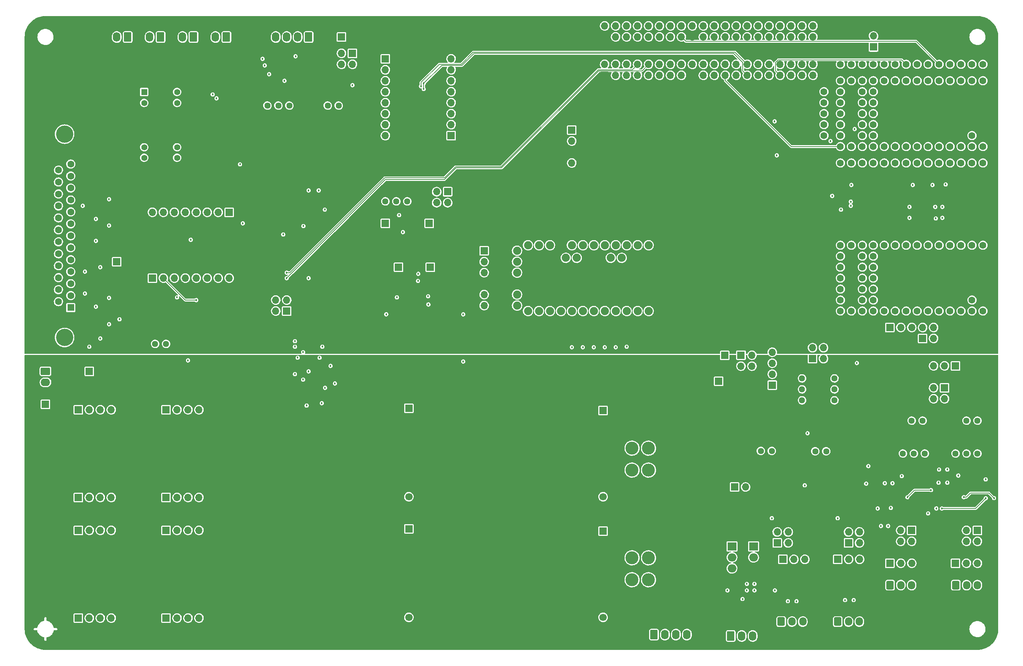
<source format=gbr>
%TF.GenerationSoftware,KiCad,Pcbnew,(6.0.5)*%
%TF.CreationDate,2022-07-10T20:23:42-07:00*%
%TF.ProjectId,main_board,6d61696e-5f62-46f6-9172-642e6b696361,rev?*%
%TF.SameCoordinates,PX5c0c740PYc1c9600*%
%TF.FileFunction,Copper,L2,Inr*%
%TF.FilePolarity,Positive*%
%FSLAX46Y46*%
G04 Gerber Fmt 4.6, Leading zero omitted, Abs format (unit mm)*
G04 Created by KiCad (PCBNEW (6.0.5)) date 2022-07-10 20:23:42*
%MOMM*%
%LPD*%
G01*
G04 APERTURE LIST*
G04 Aperture macros list*
%AMRoundRect*
0 Rectangle with rounded corners*
0 $1 Rounding radius*
0 $2 $3 $4 $5 $6 $7 $8 $9 X,Y pos of 4 corners*
0 Add a 4 corners polygon primitive as box body*
4,1,4,$2,$3,$4,$5,$6,$7,$8,$9,$2,$3,0*
0 Add four circle primitives for the rounded corners*
1,1,$1+$1,$2,$3*
1,1,$1+$1,$4,$5*
1,1,$1+$1,$6,$7*
1,1,$1+$1,$8,$9*
0 Add four rect primitives between the rounded corners*
20,1,$1+$1,$2,$3,$4,$5,0*
20,1,$1+$1,$4,$5,$6,$7,0*
20,1,$1+$1,$6,$7,$8,$9,0*
20,1,$1+$1,$8,$9,$2,$3,0*%
G04 Aperture macros list end*
%TA.AperFunction,ComponentPad*%
%ADD10C,1.440000*%
%TD*%
%TA.AperFunction,ComponentPad*%
%ADD11R,1.700000X1.700000*%
%TD*%
%TA.AperFunction,ComponentPad*%
%ADD12O,1.700000X1.700000*%
%TD*%
%TA.AperFunction,ComponentPad*%
%ADD13R,1.400000X1.400000*%
%TD*%
%TA.AperFunction,ComponentPad*%
%ADD14C,1.400000*%
%TD*%
%TA.AperFunction,ComponentPad*%
%ADD15RoundRect,0.250000X-0.620000X-0.845000X0.620000X-0.845000X0.620000X0.845000X-0.620000X0.845000X0*%
%TD*%
%TA.AperFunction,ComponentPad*%
%ADD16O,1.740000X2.190000*%
%TD*%
%TA.AperFunction,ComponentPad*%
%ADD17C,1.700000*%
%TD*%
%TA.AperFunction,ComponentPad*%
%ADD18C,1.600000*%
%TD*%
%TA.AperFunction,ComponentPad*%
%ADD19R,1.600000X1.600000*%
%TD*%
%TA.AperFunction,ComponentPad*%
%ADD20C,4.000000*%
%TD*%
%TA.AperFunction,ComponentPad*%
%ADD21C,1.879600*%
%TD*%
%TA.AperFunction,ComponentPad*%
%ADD22RoundRect,0.250000X0.620000X0.845000X-0.620000X0.845000X-0.620000X-0.845000X0.620000X-0.845000X0*%
%TD*%
%TA.AperFunction,ComponentPad*%
%ADD23R,2.000000X1.905000*%
%TD*%
%TA.AperFunction,ComponentPad*%
%ADD24O,2.000000X1.905000*%
%TD*%
%TA.AperFunction,ComponentPad*%
%ADD25RoundRect,0.250000X-0.600000X-0.725000X0.600000X-0.725000X0.600000X0.725000X-0.600000X0.725000X0*%
%TD*%
%TA.AperFunction,ComponentPad*%
%ADD26O,1.700000X1.950000*%
%TD*%
%TA.AperFunction,ComponentPad*%
%ADD27RoundRect,0.250000X-0.845000X0.620000X-0.845000X-0.620000X0.845000X-0.620000X0.845000X0.620000X0*%
%TD*%
%TA.AperFunction,ComponentPad*%
%ADD28O,2.190000X1.740000*%
%TD*%
%TA.AperFunction,ViaPad*%
%ADD29C,0.457200*%
%TD*%
%TA.AperFunction,ViaPad*%
%ADD30C,3.000000*%
%TD*%
%TA.AperFunction,Conductor*%
%ADD31C,0.127000*%
%TD*%
G04 APERTURE END LIST*
D10*
%TO.N,Net-(InputB_Gain1-Pad1)*%
%TO.C,InputB_Gain1*%
X182778400Y52980000D03*
%TO.N,Net-(InputB_Gain1-Pad2)*%
X182778400Y55520000D03*
X182778400Y58060000D03*
%TD*%
%TO.N,Net-(GalvoB_Gain1-Pad1)*%
%TO.C,GalvoB_Gain1*%
X198618000Y40640000D03*
%TO.N,Net-(GalvoB_Gain1-Pad2)*%
X201158000Y40640000D03*
X203698000Y40640000D03*
%TD*%
D11*
%TO.N,Net-(J13-Pad1)*%
%TO.C,TP11*%
X157380000Y63400000D03*
%TD*%
%TO.N,+3V3*%
%TO.C,J3*%
X129540000Y128265000D03*
D12*
%TO.N,+5V*%
X129540000Y130805000D03*
%TO.N,/OLED_SDA*%
X132080000Y128265000D03*
%TO.N,+5V*%
X132080000Y130805000D03*
%TO.N,/OLED_SCL*%
X134620000Y128265000D03*
%TO.N,GND*%
X134620000Y130805000D03*
%TO.N,LED_trigger*%
X137160000Y128265000D03*
%TO.N,Jetson_TX*%
X137160000Y130805000D03*
%TO.N,GND*%
X139700000Y128265000D03*
%TO.N,Jetson_RX*%
X139700000Y130805000D03*
%TO.N,unconnected-(J27-Pad11)*%
X142240000Y128265000D03*
%TO.N,unconnected-(J27-Pad12)*%
X142240000Y130805000D03*
%TO.N,unconnected-(J27-Pad13)*%
X144780000Y128265000D03*
%TO.N,GND*%
X144780000Y130805000D03*
%TO.N,/CAM_TRIGGER*%
X147320000Y128265000D03*
%TO.N,unconnected-(J27-Pad16)*%
X147320000Y130805000D03*
%TO.N,+3V3*%
X149860000Y128265000D03*
%TO.N,unconnected-(J27-Pad18)*%
X149860000Y130805000D03*
%TO.N,/MOSI*%
X152400000Y128265000D03*
%TO.N,GND*%
X152400000Y130805000D03*
%TO.N,/MISO*%
X154940000Y128265000D03*
%TO.N,unconnected-(J27-Pad22)*%
X154940000Y130805000D03*
%TO.N,/SCK*%
X157480000Y128265000D03*
%TO.N,/CS*%
X157480000Y130805000D03*
%TO.N,GND*%
X160020000Y128265000D03*
%TO.N,unconnected-(J27-Pad26)*%
X160020000Y130805000D03*
%TO.N,I{slash}O_SDA*%
X162560000Y128265000D03*
%TO.N,I{slash}O_SCL*%
X162560000Y130805000D03*
%TO.N,/Prog_Reset*%
X165100000Y128265000D03*
%TO.N,GND*%
X165100000Y130805000D03*
%TO.N,/Veapons_Hot*%
X167640000Y128265000D03*
%TO.N,/MISC1*%
X167640000Y130805000D03*
%TO.N,/MISC0*%
X170180000Y128265000D03*
%TO.N,GND*%
X170180000Y130805000D03*
%TO.N,unconnected-(J27-Pad35)*%
X172720000Y128265000D03*
%TO.N,unconnected-(J27-Pad36)*%
X172720000Y130805000D03*
%TO.N,unconnected-(J27-Pad37)*%
X175260000Y128265000D03*
%TO.N,unconnected-(J27-Pad38)*%
X175260000Y130805000D03*
%TO.N,GND*%
X177800000Y128265000D03*
%TO.N,unconnected-(J27-Pad40)*%
X177800000Y130805000D03*
%TD*%
D11*
%TO.N,LED_trigger*%
%TO.C,TP2*%
X78740000Y93980000D03*
%TD*%
%TO.N,/DAC (Y)*%
%TO.C,J20*%
X210820000Y60960000D03*
D12*
%TO.N,GND*%
X208280000Y60960000D03*
%TO.N,/DAC (X)*%
X205740000Y60960000D03*
%TD*%
D11*
%TO.N,/DAC (Y)*%
%TO.C,J21*%
X208280000Y55880000D03*
D12*
%TO.N,Net-(J21-Pad2)*%
X208280000Y53340000D03*
%TO.N,/DAC (X)*%
X205740000Y55880000D03*
%TO.N,Net-(J21-Pad4)*%
X205740000Y53340000D03*
%TD*%
D11*
%TO.N,Net-(J13-Pad3)*%
%TO.C,TP12*%
X155956000Y57404000D03*
%TD*%
D13*
%TO.N,GND*%
%TO.C,K1*%
X22870000Y124400000D03*
D14*
%TO.N,Net-(D6-Pad1)*%
X22870000Y121860000D03*
%TO.N,Net-(D6-Pad2)*%
X22870000Y111600000D03*
X22870000Y109160000D03*
X30490000Y109160000D03*
%TO.N,N/C*%
X30490000Y111600000D03*
X30490000Y121860000D03*
%TO.N,GND*%
X30490000Y124400000D03*
%TD*%
D10*
%TO.N,+15V*%
%TO.C,GalvoA_Offset1*%
X210820000Y48260000D03*
%TO.N,Net-(GalvoA_Offset1-Pad2)*%
X213360000Y48260000D03*
%TO.N,-15V*%
X215900000Y48260000D03*
%TD*%
D11*
%TO.N,Net-(J23-Pad1)*%
%TO.C,J23*%
X200660000Y22860000D03*
D12*
%TO.N,Net-(J10-Pad3)*%
X200660000Y20320000D03*
%TO.N,Net-(J23-Pad3)*%
X198120000Y22860000D03*
%TO.N,Net-(J10-Pad2)*%
X198120000Y20320000D03*
%TD*%
D11*
%TO.N,LED_B_On*%
%TO.C,J42*%
X24765000Y81280000D03*
D12*
%TO.N,LED_A_On*%
X27305000Y81280000D03*
%TO.N,LED_Open_Fault_B*%
X29845000Y81280000D03*
%TO.N,LED_Open_Fault_A*%
X32385000Y81280000D03*
%TO.N,LED_Temp_Fault*%
X34925000Y81280000D03*
%TO.N,Net-(J42-Pad6)*%
X37465000Y81280000D03*
%TO.N,Net-(J42-Pad7)*%
X40005000Y81280000D03*
%TO.N,Net-(J42-Pad8)*%
X42545000Y81280000D03*
%TD*%
D11*
%TO.N,-15V*%
%TO.C,J22*%
X159655000Y32900000D03*
D12*
%TO.N,GND*%
X162195000Y32900000D03*
%TO.N,+15V*%
X164735000Y32900000D03*
%TD*%
D11*
%TO.N,Net-(J24-Pad1)*%
%TO.C,J24*%
X215900000Y22860000D03*
D12*
%TO.N,Net-(J24-Pad2)*%
X215900000Y20320000D03*
%TO.N,Net-(J24-Pad3)*%
X213360000Y22860000D03*
%TO.N,Net-(J24-Pad4)*%
X213360000Y20320000D03*
%TD*%
D10*
%TO.N,+5V*%
%TO.C,Cam_Input1*%
X51425000Y121245000D03*
%TO.N,Net-(Cam_Input1-Pad2)*%
X53965000Y121245000D03*
%TO.N,GND*%
X56505000Y121245000D03*
%TD*%
D15*
%TO.N,GND*%
%TO.C,J31*%
X140970000Y-1290000D03*
D16*
X143510000Y-1290000D03*
%TO.N,+24V*%
X146050000Y-1290000D03*
X148590000Y-1290000D03*
%TD*%
D10*
%TO.N,+3V3*%
%TO.C,Cam_Output1*%
X62855000Y121245000D03*
%TO.N,Net-(Cam_Output1-Pad2)*%
X65395000Y121245000D03*
%TO.N,GND*%
X67935000Y121245000D03*
%TD*%
%TO.N,Net-(InputA_Gain1-Pad1)*%
%TO.C,InputA_Gain1*%
X175260000Y52980000D03*
%TO.N,Net-(InputA_Gain1-Pad2)*%
X175260000Y55520000D03*
X175260000Y58060000D03*
%TD*%
D11*
%TO.N,+3V3*%
%TO.C,J27*%
X129540000Y137160000D03*
D12*
%TO.N,+5V*%
X129540000Y139700000D03*
%TO.N,/OLED_SDA*%
X132080000Y137160000D03*
%TO.N,+5V*%
X132080000Y139700000D03*
%TO.N,/OLED_SCL*%
X134620000Y137160000D03*
%TO.N,GND*%
X134620000Y139700000D03*
%TO.N,LED_trigger*%
X137160000Y137160000D03*
%TO.N,Jetson_TX*%
X137160000Y139700000D03*
%TO.N,GND*%
X139700000Y137160000D03*
%TO.N,Jetson_RX*%
X139700000Y139700000D03*
%TO.N,unconnected-(J27-Pad11)*%
X142240000Y137160000D03*
%TO.N,unconnected-(J27-Pad12)*%
X142240000Y139700000D03*
%TO.N,unconnected-(J27-Pad13)*%
X144780000Y137160000D03*
%TO.N,GND*%
X144780000Y139700000D03*
%TO.N,/CAM_TRIGGER*%
X147320000Y137160000D03*
%TO.N,unconnected-(J27-Pad16)*%
X147320000Y139700000D03*
%TO.N,+3V3*%
X149860000Y137160000D03*
%TO.N,unconnected-(J27-Pad18)*%
X149860000Y139700000D03*
%TO.N,/MOSI*%
X152400000Y137160000D03*
%TO.N,GND*%
X152400000Y139700000D03*
%TO.N,/MISO*%
X154940000Y137160000D03*
%TO.N,unconnected-(J27-Pad22)*%
X154940000Y139700000D03*
%TO.N,/SCK*%
X157480000Y137160000D03*
%TO.N,/CS*%
X157480000Y139700000D03*
%TO.N,GND*%
X160020000Y137160000D03*
%TO.N,unconnected-(J27-Pad26)*%
X160020000Y139700000D03*
%TO.N,I{slash}O_SDA*%
X162560000Y137160000D03*
%TO.N,I{slash}O_SCL*%
X162560000Y139700000D03*
%TO.N,/Prog_Reset*%
X165100000Y137160000D03*
%TO.N,GND*%
X165100000Y139700000D03*
%TO.N,/Veapons_Hot*%
X167640000Y137160000D03*
%TO.N,/MISC1*%
X167640000Y139700000D03*
%TO.N,/MISC0*%
X170180000Y137160000D03*
%TO.N,GND*%
X170180000Y139700000D03*
%TO.N,unconnected-(J27-Pad35)*%
X172720000Y137160000D03*
%TO.N,unconnected-(J27-Pad36)*%
X172720000Y139700000D03*
%TO.N,unconnected-(J27-Pad37)*%
X175260000Y137160000D03*
%TO.N,unconnected-(J27-Pad38)*%
X175260000Y139700000D03*
%TO.N,GND*%
X177800000Y137160000D03*
%TO.N,unconnected-(J27-Pad40)*%
X177800000Y139700000D03*
%TD*%
D11*
%TO.N,LED_CTL*%
%TO.C,TP5*%
X89154000Y83820000D03*
%TD*%
%TO.N,/Pos_A(+)*%
%TO.C,J14*%
X170845000Y16150000D03*
D12*
%TO.N,GND*%
X173385000Y16150000D03*
%TO.N,/Pos_A(-)*%
X175925000Y16150000D03*
%TD*%
D11*
%TO.N,GND*%
%TO.C,J43*%
X27940000Y50800000D03*
D12*
X30480000Y50800000D03*
X33020000Y50800000D03*
X35560000Y50800000D03*
%TD*%
D10*
%TO.N,+15V*%
%TO.C,GalvoB_Offset1*%
X198120000Y48260000D03*
%TO.N,Net-(GalvoB_Offset1-Pad2)*%
X200660000Y48260000D03*
%TO.N,-15V*%
X203200000Y48260000D03*
%TD*%
D11*
%TO.N,Net-(J13-Pad1)*%
%TO.C,J13*%
X161130000Y63440000D03*
D12*
%TO.N,/ADC (X)*%
X163670000Y63440000D03*
%TO.N,Net-(J13-Pad3)*%
X161130000Y60900000D03*
%TO.N,/ADC (Y)*%
X163670000Y60900000D03*
%TD*%
D15*
%TO.N,Net-(C28-Pad2)*%
%TO.C,J8*%
X158750000Y-1600000D03*
D16*
%TO.N,Net-(C28-Pad1)*%
X161290000Y-1600000D03*
%TO.N,Net-(C29-Pad1)*%
X163830000Y-1600000D03*
%TD*%
D17*
%TO.N,+24V*%
%TO.C,DC1*%
X129180000Y30640000D03*
D11*
%TO.N,GND*%
X129180000Y50640000D03*
X84180000Y51140000D03*
D17*
%TO.N,Net-(DC1-Pad4)*%
X84180000Y30640000D03*
%TD*%
D11*
%TO.N,GND*%
%TO.C,J26*%
X195595000Y15240000D03*
D12*
%TO.N,Net-(J10-Pad2)*%
X198135000Y15240000D03*
%TO.N,Net-(J10-Pad3)*%
X200675000Y15240000D03*
%TD*%
D11*
%TO.N,Net-(J33-Pad1)*%
%TO.C,J33*%
X55885000Y73660000D03*
D12*
%TO.N,Laser_RX*%
X53345000Y73660000D03*
%TO.N,Net-(J33-Pad3)*%
X55885000Y76200000D03*
%TO.N,Laser_TX*%
X53345000Y76200000D03*
%TD*%
D18*
%TO.N,unconnected-(J30-Pad25)*%
%TO.C,J30*%
X3015531Y106314400D03*
%TO.N,GND*%
X3015531Y103544400D03*
%TO.N,Net-(D6-Pad2)*%
X3015531Y100774400D03*
%TO.N,Net-(J30-Pad22)*%
X3015531Y98004400D03*
%TO.N,unconnected-(J30-Pad21)*%
X3015531Y95234400D03*
%TO.N,Net-(J30-Pad20)*%
X3015531Y92464400D03*
%TO.N,Net-(J30-Pad19)*%
X3015531Y89694400D03*
%TO.N,unconnected-(J30-Pad18)*%
X3015531Y86924400D03*
%TO.N,Laser_Trigger*%
X3015531Y84154400D03*
%TO.N,unconnected-(J30-Pad16)*%
X3015531Y81384400D03*
%TO.N,Net-(J30-Pad15)*%
X3015531Y78614400D03*
%TO.N,Net-(J30-Pad14)*%
X3015531Y75844400D03*
%TO.N,unconnected-(J30-Pad13)*%
X5855531Y107699400D03*
%TO.N,unconnected-(J30-Pad12)*%
X5855531Y104929400D03*
%TO.N,unconnected-(J30-Pad11)*%
X5855531Y102159400D03*
%TO.N,unconnected-(J30-Pad10)*%
X5855531Y99389400D03*
%TO.N,GND*%
X5855531Y96619400D03*
%TO.N,Laser_PWM_DAC_0-5v*%
X5855531Y93849400D03*
%TO.N,unconnected-(J30-Pad7)*%
X5855531Y91079400D03*
%TO.N,unconnected-(J30-Pad6)*%
X5855531Y88309400D03*
%TO.N,Laser_RX*%
X5855531Y85539400D03*
%TO.N,Laser_TX*%
X5855531Y82769400D03*
%TO.N,unconnected-(J30-Pad3)*%
X5855531Y79999400D03*
%TO.N,GND*%
X5855531Y77229400D03*
D19*
X5855531Y74459400D03*
D20*
X4435531Y114629400D03*
X4435531Y67529400D03*
%TD*%
D21*
%TO.N,Net-(J28-Pad1)*%
%TO.C,U16*%
X109240000Y87630000D03*
%TO.N,Net-(J28-Pad2)*%
X109240000Y85090000D03*
%TO.N,Net-(J28-Pad3)*%
X109240000Y82550000D03*
%TO.N,+3V3*%
X109240000Y80010000D03*
%TO.N,GND*%
X109240000Y77470000D03*
X109240000Y74930000D03*
%TO.N,unconnected-(U16-PadJP2_1)*%
X123083000Y85979000D03*
%TO.N,unconnected-(U16-PadJP2_2)*%
X120543000Y85979000D03*
%TO.N,unconnected-(U16-PadJP3_1)*%
X133497000Y85979000D03*
%TO.N,unconnected-(U16-PadJP3_2)*%
X130957000Y85979000D03*
%TO.N,unconnected-(U16-PadJP6_1)*%
X111780000Y88900000D03*
%TO.N,GND*%
X114320000Y88900000D03*
%TO.N,unconnected-(U16-PadJP6_3)*%
X116860000Y88900000D03*
%TO.N,+3V3*%
X119400000Y88900000D03*
%TO.N,unconnected-(U16-PadJP6_5)*%
X121940000Y88900000D03*
%TO.N,unconnected-(U16-PadJP6_6)*%
X124480000Y88900000D03*
%TO.N,unconnected-(U16-PadJP6_7)*%
X127020000Y88900000D03*
%TO.N,unconnected-(U16-PadJP6_8)*%
X129560000Y88900000D03*
%TO.N,unconnected-(U16-PadJP6_9)*%
X132100000Y88900000D03*
%TO.N,unconnected-(U16-PadJP6_10)*%
X134640000Y88900000D03*
%TO.N,unconnected-(U16-PadJP6_11)*%
X137180000Y88900000D03*
%TO.N,unconnected-(U16-PadJP6_12)*%
X139720000Y88900000D03*
%TO.N,unconnected-(U16-PadJP7_1)*%
X139720000Y73660000D03*
%TO.N,unconnected-(U16-PadJP7_2)*%
X137180000Y73660000D03*
%TO.N,unconnected-(U16-PadJP7_3)*%
X134640000Y73660000D03*
%TO.N,unconnected-(U16-PadJP7_4)*%
X132100000Y73660000D03*
%TO.N,/Clear_Fault*%
X129560000Y73660000D03*
%TO.N,/LAZOR!!!*%
X127020000Y73660000D03*
%TO.N,/Fault*%
X124480000Y73660000D03*
%TO.N,/Laz0r?*%
X121940000Y73660000D03*
%TO.N,GND*%
X119400000Y73660000D03*
%TO.N,unconnected-(U16-PadJP7_10)*%
X116860000Y73660000D03*
%TO.N,unconnected-(U16-PadJP7_11)*%
X114320000Y73660000D03*
%TO.N,unconnected-(U16-PadJP7_12)*%
X111780000Y73660000D03*
%TD*%
D11*
%TO.N,GND*%
%TO.C,J44*%
X27940000Y22860000D03*
D12*
X30480000Y22860000D03*
X33020000Y22860000D03*
X35560000Y22860000D03*
%TD*%
D22*
%TO.N,Net-(D6-Pad1)*%
%TO.C,J36*%
X26670000Y137120000D03*
D16*
%TO.N,Net-(J36-Pad2)*%
X24130000Y137120000D03*
%TD*%
D11*
%TO.N,GND*%
%TO.C,J5*%
X203200000Y67310000D03*
D12*
%TO.N,/ADC (Y)*%
X203200000Y69850000D03*
%TO.N,GND*%
X205740000Y67310000D03*
%TO.N,/ADC (X)*%
X205740000Y69850000D03*
%TD*%
D11*
%TO.N,Net-(J18-Pad1)*%
%TO.C,J18*%
X177705000Y62625000D03*
D12*
%TO.N,Net-(J18-Pad2)*%
X177705000Y65165000D03*
%TO.N,Net-(J18-Pad3)*%
X180245000Y62625000D03*
%TO.N,Net-(J18-Pad4)*%
X180245000Y65165000D03*
%TD*%
D11*
%TO.N,GND*%
%TO.C,J47*%
X7620000Y30480000D03*
D12*
%TO.N,Net-(J47-Pad2)*%
X10160000Y30480000D03*
%TO.N,Net-(J47-Pad3)*%
X12700000Y30480000D03*
%TO.N,LED_CTL*%
X15240000Y30480000D03*
%TD*%
D17*
%TO.N,+24V*%
%TO.C,DC2*%
X129180000Y2700000D03*
D11*
%TO.N,GND*%
X129180000Y22700000D03*
X84180000Y23200000D03*
D17*
%TO.N,Net-(DC2-Pad4)*%
X84180000Y2700000D03*
%TD*%
D11*
%TO.N,GND*%
%TO.C,J25*%
X210820000Y15240000D03*
D12*
%TO.N,Net-(J24-Pad4)*%
X213360000Y15240000D03*
%TO.N,Net-(J24-Pad2)*%
X215900000Y15240000D03*
%TD*%
D23*
%TO.N,GND*%
%TO.C,U25*%
X159035000Y19140000D03*
D24*
%TO.N,Net-(C19-Pad2)*%
X159035000Y16600000D03*
%TO.N,-15V*%
X159035000Y14060000D03*
%TD*%
D11*
%TO.N,/DAC (Y)*%
%TO.C,J6*%
X195595000Y69850000D03*
D12*
%TO.N,GND*%
X198135000Y69850000D03*
%TO.N,/DAC (X)*%
X200675000Y69850000D03*
%TD*%
D11*
%TO.N,/Pos_B(+)*%
%TO.C,J15*%
X183530000Y16150000D03*
D12*
%TO.N,GND*%
X186070000Y16150000D03*
%TO.N,/Pos_B(-)*%
X188610000Y16150000D03*
%TD*%
D11*
%TO.N,Net-(J32-Pad2)*%
%TO.C,TP6*%
X0Y52070000D03*
%TD*%
%TO.N,Net-(DC1-Pad4)*%
%TO.C,J29*%
X27940000Y30480000D03*
D12*
X30480000Y30480000D03*
X33020000Y30480000D03*
X35560000Y30480000D03*
%TD*%
D11*
%TO.N,GND*%
%TO.C,J12*%
X168380000Y56500000D03*
D12*
%TO.N,/ADC (Y)*%
X168380000Y59040000D03*
%TO.N,GND*%
X168380000Y61580000D03*
%TO.N,/ADC (X)*%
X168380000Y64120000D03*
%TD*%
D11*
%TO.N,Net-(J40-Pad1)*%
%TO.C,J40*%
X93980000Y114300000D03*
D12*
%TO.N,Net-(J40-Pad2)*%
X93980000Y116840000D03*
%TO.N,Net-(J40-Pad3)*%
X93980000Y119380000D03*
%TO.N,Net-(J40-Pad4)*%
X93980000Y121920000D03*
%TO.N,Net-(J40-Pad5)*%
X93980000Y124460000D03*
%TO.N,Net-(J40-Pad6)*%
X93980000Y127000000D03*
%TO.N,Net-(J40-Pad7)*%
X93980000Y129540000D03*
%TO.N,Net-(J40-Pad8)*%
X93980000Y132080000D03*
%TD*%
D11*
%TO.N,GND*%
%TO.C,J45*%
X7620000Y50800000D03*
D12*
X10160000Y50800000D03*
X12700000Y50800000D03*
X15240000Y50800000D03*
%TD*%
D10*
%TO.N,+15V*%
%TO.C,InputB_offset1*%
X183398000Y41169000D03*
%TO.N,Net-(InputB_offset1-Pad2)*%
X180858000Y41169000D03*
%TO.N,-15V*%
X178318000Y41169000D03*
%TD*%
D11*
%TO.N,LED_Temp_Fault*%
%TO.C,TP7*%
X10160000Y59690000D03*
%TD*%
%TO.N,/Pos_A(+)*%
%TO.C,J16*%
X169520006Y19954996D03*
D12*
%TO.N,Net-(J16-Pad2)*%
X169520006Y22494996D03*
%TO.N,/Pos_A(-)*%
X172060006Y19954996D03*
%TO.N,Net-(J16-Pad4)*%
X172060006Y22494996D03*
%TD*%
D11*
%TO.N,time_dilation*%
%TO.C,J19*%
X191820800Y134823200D03*
D12*
%TO.N,Net-(J19-Pad2)*%
X191820800Y137363200D03*
%TD*%
D11*
%TO.N,Net-(J28-Pad1)*%
%TO.C,J28*%
X101620000Y87630000D03*
D12*
%TO.N,Net-(J28-Pad2)*%
X101620000Y85090000D03*
%TO.N,Net-(J28-Pad3)*%
X101620000Y82550000D03*
%TO.N,+3V3*%
X101620000Y80010000D03*
%TO.N,GND*%
X101620000Y77470000D03*
X101620000Y74930000D03*
%TD*%
D23*
%TO.N,Net-(C18-Pad1)*%
%TO.C,U19*%
X164035000Y19140000D03*
D24*
%TO.N,GND*%
X164035000Y16600000D03*
%TO.N,+15V*%
X164035000Y14060000D03*
%TD*%
D11*
%TO.N,Net-(DC2-Pad4)*%
%TO.C,J38*%
X27940000Y2540000D03*
D12*
X30480000Y2540000D03*
X33020000Y2540000D03*
X35560000Y2540000D03*
%TD*%
D10*
%TO.N,+3V3*%
%TO.C,LED_Temp1*%
X30480000Y66040000D03*
%TO.N,Net-(LED_Temp1-Pad2)*%
X27940000Y66040000D03*
%TO.N,GND*%
X25400000Y66040000D03*
%TD*%
D11*
%TO.N,/OLED_SDA*%
%TO.C,J11*%
X121920000Y115570000D03*
D12*
%TO.N,/OLED_SCL*%
X121920000Y113030000D03*
%TO.N,+3V3*%
X121920000Y110490000D03*
%TO.N,GND*%
X121920000Y107950000D03*
%TD*%
D11*
%TO.N,/Cam_In*%
%TO.C,TP1*%
X68580000Y137120000D03*
%TD*%
%TO.N,Net-(TP3-Pad1)*%
%TO.C,TP3*%
X88900000Y93980000D03*
%TD*%
D18*
%TO.N,GND*%
%TO.C,U11*%
X217170000Y88900000D03*
%TO.N,unconnected-(U11-Pad2)*%
X214630000Y88900000D03*
%TO.N,unconnected-(U11-Pad3)*%
X212090000Y88900000D03*
%TO.N,unconnected-(U11-Pad4)*%
X209550000Y88900000D03*
%TO.N,unconnected-(U11-Pad5)*%
X207010000Y88900000D03*
%TO.N,unconnected-(U11-Pad6)*%
X204470000Y88900000D03*
%TO.N,unconnected-(U11-Pad7)*%
X201930000Y88900000D03*
%TO.N,unconnected-(U11-Pad8)*%
X199390000Y88900000D03*
%TO.N,SGT_TX*%
X196850000Y88900000D03*
%TO.N,SGT_RX*%
X194310000Y88900000D03*
%TO.N,unconnected-(U11-Pad11)*%
X191770000Y88900000D03*
%TO.N,unconnected-(U11-Pad12)*%
X189230000Y88900000D03*
%TO.N,unconnected-(U11-Pad13)*%
X186690000Y88900000D03*
%TO.N,unconnected-(U11-Pad14)*%
X184150000Y88900000D03*
%TO.N,unconnected-(U11-Pad15)*%
X184150000Y86360000D03*
%TO.N,unconnected-(U11-Pad16)*%
X184150000Y83820000D03*
%TO.N,GND*%
X184150000Y81280000D03*
%TO.N,unconnected-(U11-Pad18)*%
X184150000Y78740000D03*
%TO.N,unconnected-(U11-Pad19)*%
X184150000Y76200000D03*
%TO.N,unconnected-(U11-Pad20)*%
X184150000Y73660000D03*
%TO.N,unconnected-(U11-Pad21)*%
X186690000Y73660000D03*
%TO.N,unconnected-(U11-Pad22)*%
X189230000Y73660000D03*
%TO.N,unconnected-(U11-Pad23)*%
X191770000Y73660000D03*
%TO.N,unconnected-(U11-Pad24)*%
X194310000Y73660000D03*
%TO.N,SGT_SDA*%
X196850000Y73660000D03*
%TO.N,SGT_SCL*%
X199390000Y73660000D03*
%TO.N,SGT_LRCLK*%
X201930000Y73660000D03*
%TO.N,SGT_BCLK*%
X204470000Y73660000D03*
%TO.N,unconnected-(U11-Pad29)*%
X207010000Y73660000D03*
%TO.N,SGT_MCLK*%
X209550000Y73660000D03*
%TO.N,SGT_3.3*%
X212090000Y73660000D03*
%TO.N,GND*%
X214630000Y73660000D03*
%TO.N,unconnected-(U11-Pad33)*%
X217170000Y73660000D03*
%TO.N,unconnected-(U11-Pad34)*%
X214630000Y76200000D03*
%TO.N,unconnected-(U11-Pad35)*%
X189230000Y76200000D03*
%TO.N,unconnected-(U11-Pad36)*%
X191770000Y76200000D03*
%TO.N,unconnected-(U11-Pad37)*%
X189230000Y78740000D03*
%TO.N,unconnected-(U11-Pad38)*%
X191770000Y78740000D03*
%TO.N,unconnected-(U11-Pad39)*%
X189230000Y81280000D03*
%TO.N,unconnected-(U11-Pad40)*%
X191770000Y81280000D03*
%TO.N,unconnected-(U11-Pad41)*%
X189230000Y83820000D03*
%TO.N,unconnected-(U11-Pad42)*%
X191770000Y83820000D03*
%TO.N,unconnected-(U11-Pad43)*%
X189230000Y86360000D03*
%TO.N,unconnected-(U11-Pad44)*%
X191770000Y86360000D03*
%TD*%
D22*
%TO.N,GND*%
%TO.C,J34*%
X41910000Y137120000D03*
D16*
%TO.N,Net-(D6-Pad2)*%
X39370000Y137120000D03*
%TD*%
D11*
%TO.N,GND*%
%TO.C,J48*%
X7620000Y2540000D03*
D12*
%TO.N,Net-(J48-Pad2)*%
X10160000Y2540000D03*
%TO.N,Net-(J48-Pad3)*%
X12700000Y2540000D03*
%TO.N,LED_CTL*%
X15240000Y2540000D03*
%TD*%
D25*
%TO.N,GND*%
%TO.C,J9*%
X210900000Y10160000D03*
D26*
%TO.N,Net-(J24-Pad4)*%
X213400000Y10160000D03*
%TO.N,Net-(J24-Pad2)*%
X215900000Y10160000D03*
%TD*%
D11*
%TO.N,/Cam_Out*%
%TO.C,J7*%
X71120000Y133355000D03*
D12*
%TO.N,Net-(J7-Pad2)*%
X71120000Y130815000D03*
%TO.N,/Cam_Out*%
X68580000Y133355000D03*
%TO.N,Net-(J7-Pad4)*%
X68580000Y130815000D03*
%TD*%
D11*
%TO.N,/Pos_B(+)*%
%TO.C,J17*%
X186030006Y19960000D03*
D12*
%TO.N,Net-(J17-Pad2)*%
X186030006Y22500000D03*
%TO.N,/Pos_B(-)*%
X188570006Y19960000D03*
%TO.N,Net-(J17-Pad4)*%
X188570006Y22500000D03*
%TD*%
D10*
%TO.N,+5V*%
%TO.C,LED_Trigger1*%
X83820000Y99060000D03*
%TO.N,Net-(LED_Trigger1-Pad2)*%
X81280000Y99060000D03*
%TO.N,GND*%
X78740000Y99060000D03*
%TD*%
D11*
%TO.N,GND*%
%TO.C,J46*%
X7620000Y22860000D03*
D12*
X10160000Y22860000D03*
X12700000Y22860000D03*
X15240000Y22860000D03*
%TD*%
D11*
%TO.N,LED_trigger_teensy*%
%TO.C,J49*%
X93167200Y101295200D03*
D12*
%TO.N,LED_PWM*%
X93167200Y98755200D03*
%TO.N,Net-(TP3-Pad1)*%
X90627200Y101295200D03*
%TO.N,LED_PWM*%
X90627200Y98755200D03*
%TD*%
D10*
%TO.N,+15V*%
%TO.C,InputA_offset1*%
X170799600Y41245200D03*
%TO.N,Net-(InputA_offset1-Pad2)*%
X168259600Y41245200D03*
%TO.N,-15V*%
X165719600Y41245200D03*
%TD*%
D11*
%TO.N,Net-(C7-Pad1)*%
%TO.C,TP4*%
X81788000Y83818430D03*
%TD*%
%TO.N,Net-(J39-Pad1)*%
%TO.C,J39*%
X78740000Y132065000D03*
D12*
%TO.N,Net-(J39-Pad2)*%
X78740000Y129525000D03*
%TO.N,Net-(J39-Pad3)*%
X78740000Y126985000D03*
%TO.N,Net-(J39-Pad4)*%
X78740000Y124445000D03*
%TO.N,Net-(J39-Pad5)*%
X78740000Y121905000D03*
%TO.N,Net-(J39-Pad6)*%
X78740000Y119365000D03*
%TO.N,Net-(J39-Pad7)*%
X78740000Y116825000D03*
%TO.N,Net-(J39-Pad8)*%
X78740000Y114285000D03*
%TD*%
D18*
%TO.N,GND*%
%TO.C,U10*%
X217170000Y130810000D03*
X217170000Y127000000D03*
%TO.N,unconnected-(U10-Pad2)*%
X214630000Y127000000D03*
X214630000Y130810000D03*
%TO.N,LED_trigger_teensy*%
X212090000Y127000000D03*
X212090000Y130810000D03*
%TO.N,LED_PWM_DAC*%
X209550000Y130810000D03*
X209550000Y127000000D03*
%TO.N,/CAM_TRIGGER*%
X207010000Y127000000D03*
X207010000Y130810000D03*
%TO.N,LED_trigger*%
X204470000Y130810000D03*
X204470000Y127000000D03*
%TO.N,/MISC1*%
X201930000Y130810000D03*
X201930000Y127000000D03*
%TO.N,/MISC0*%
X199390000Y130810000D03*
X199390000Y127000000D03*
%TO.N,SGT_TX*%
X196850000Y130810000D03*
X196850000Y127000000D03*
%TO.N,SGT_RX*%
X194310000Y130810000D03*
X194310000Y127000000D03*
%TO.N,time_dilation*%
X191770000Y127000000D03*
X191770000Y130810000D03*
%TO.N,/CS*%
X189230000Y127000000D03*
X189230000Y130810000D03*
%TO.N,/MISO*%
X186690000Y127000000D03*
X186690000Y130810000D03*
%TO.N,/MOSI*%
X184150000Y127000000D03*
X184150000Y130810000D03*
%TO.N,unconnected-(U10-Pad15)*%
X180340000Y124460000D03*
X184150000Y124460000D03*
%TO.N,unconnected-(U10-Pad16)*%
X180340000Y121920000D03*
X184150000Y121920000D03*
%TO.N,GND*%
X184150000Y119380000D03*
X180340000Y119380000D03*
%TO.N,Net-(Q1-Pad3)*%
X180340000Y116840000D03*
X184150000Y116840000D03*
%TO.N,unconnected-(U10-Pad19)*%
X180340000Y114300000D03*
X184150000Y114300000D03*
%TO.N,/SCK*%
X184150000Y107950000D03*
X184150000Y111760000D03*
%TO.N,Laser_PWM_DAC*%
X186690000Y111760000D03*
X186690000Y107950000D03*
%TO.N,/Laz0r?*%
X189230000Y111760000D03*
X189230000Y107950000D03*
%TO.N,/Clear_Fault*%
X191770000Y107950000D03*
X191770000Y111760000D03*
%TO.N,/Fault*%
X194310000Y107950000D03*
X194310000Y111760000D03*
%TO.N,SGT_SDA*%
X196850000Y107950000D03*
X196850000Y111760000D03*
%TO.N,SGT_SCL*%
X199390000Y107950000D03*
X199390000Y111760000D03*
%TO.N,SGT_LRCLK*%
X201930000Y111760000D03*
X201930000Y107950000D03*
%TO.N,SGT_BCLK*%
X204470000Y107950000D03*
X204470000Y111760000D03*
%TO.N,Red_Laser_Trigger*%
X207010000Y107950000D03*
X207010000Y111760000D03*
%TO.N,SGT_MCLK*%
X209550000Y107950000D03*
X209550000Y111760000D03*
%TO.N,SGT_3.3*%
X212090000Y111760000D03*
X212090000Y107950000D03*
%TO.N,GND*%
X214630000Y111760000D03*
X214630000Y107950000D03*
%TO.N,+5V*%
X217170000Y111760000D03*
X217170000Y107950000D03*
%TO.N,unconnected-(U10-Pad34)*%
X214630000Y114300000D03*
%TO.N,unconnected-(U10-Pad35)*%
X189230000Y114300000D03*
%TO.N,unconnected-(U10-Pad36)*%
X191770000Y114300000D03*
%TO.N,unconnected-(U10-Pad37)*%
X189230000Y116840000D03*
%TO.N,unconnected-(U10-Pad38)*%
X191770000Y116840000D03*
%TO.N,unconnected-(U10-Pad39)*%
X189230000Y119380000D03*
%TO.N,unconnected-(U10-Pad40)*%
X191770000Y119380000D03*
%TO.N,unconnected-(U10-Pad41)*%
X189230000Y121920000D03*
%TO.N,unconnected-(U10-Pad42)*%
X191770000Y121920000D03*
%TO.N,unconnected-(U10-Pad43)*%
X189230000Y124460000D03*
%TO.N,unconnected-(U10-Pad44)*%
X191770000Y124460000D03*
%TD*%
D10*
%TO.N,Net-(GalvoA_Gain1-Pad1)*%
%TO.C,GalvoA_Gain1*%
X210810000Y40640000D03*
%TO.N,Net-(GalvoA_Gain1-Pad2)*%
X213350000Y40640000D03*
X215890000Y40640000D03*
%TD*%
D11*
%TO.N,Laser_Trigger*%
%TO.C,TP8*%
X16510000Y85090000D03*
%TD*%
D22*
%TO.N,GND*%
%TO.C,J37*%
X34290000Y137120000D03*
D16*
%TO.N,Net-(J37-Pad2)*%
X31750000Y137120000D03*
%TD*%
D11*
%TO.N,Net-(J41-Pad1)*%
%TO.C,J41*%
X42545000Y96520000D03*
D12*
%TO.N,Net-(J41-Pad2)*%
X40005000Y96520000D03*
%TO.N,Net-(J41-Pad3)*%
X37465000Y96520000D03*
%TO.N,Net-(J41-Pad4)*%
X34925000Y96520000D03*
%TO.N,Net-(J41-Pad5)*%
X32385000Y96520000D03*
%TO.N,Net-(J19-Pad2)*%
X29845000Y96520000D03*
%TO.N,Net-(J41-Pad7)*%
X27305000Y96520000D03*
%TO.N,Net-(J41-Pad8)*%
X24765000Y96520000D03*
%TD*%
D27*
%TO.N,+3V3*%
%TO.C,J32*%
X0Y59690000D03*
D28*
%TO.N,Net-(J32-Pad2)*%
X0Y57150000D03*
%TD*%
D22*
%TO.N,GND*%
%TO.C,J4*%
X60960000Y137120000D03*
D16*
X58420000Y137120000D03*
%TO.N,/Cam_Out*%
X55880000Y137120000D03*
%TO.N,/Cam_In*%
X53340000Y137120000D03*
%TD*%
D22*
%TO.N,GND*%
%TO.C,J35*%
X19050000Y137120000D03*
D16*
%TO.N,Net-(J35-Pad2)*%
X16510000Y137120000D03*
%TD*%
D25*
%TO.N,/Pos_B(+)*%
%TO.C,J1*%
X183555000Y1725000D03*
D26*
%TO.N,GND*%
X186055000Y1725000D03*
%TO.N,/Pos_B(-)*%
X188555000Y1725000D03*
%TD*%
D25*
%TO.N,GND*%
%TO.C,J10*%
X195660000Y10177000D03*
D26*
%TO.N,Net-(J10-Pad2)*%
X198160000Y10177000D03*
%TO.N,Net-(J10-Pad3)*%
X200660000Y10177000D03*
%TD*%
D25*
%TO.N,/Pos_A(+)*%
%TO.C,J2*%
X170440000Y1725000D03*
D26*
%TO.N,GND*%
X172940000Y1725000D03*
%TO.N,/Pos_A(-)*%
X175440000Y1725000D03*
%TD*%
D29*
%TO.N,+3V3*%
X55245000Y64135000D03*
X61468000Y128524000D03*
X90932000Y127000000D03*
X37592000Y84328000D03*
X8636000Y64516000D03*
X40132000Y122428000D03*
X198628000Y95377000D03*
X16510000Y67945000D03*
X198501000Y97790000D03*
X15748000Y99568000D03*
X15748000Y93472000D03*
X15748000Y76708000D03*
X56515000Y78740000D03*
X39624000Y85852000D03*
X15748000Y70612000D03*
X64135000Y66675000D03*
X57785000Y66040000D03*
X197866000Y102870000D03*
%TO.N,+15V*%
X210185000Y22860000D03*
X202311000Y30480000D03*
X215265000Y30480000D03*
X188468000Y29485000D03*
X81407000Y76833430D03*
X60960000Y101600000D03*
X188341000Y33676000D03*
X78740000Y62230000D03*
X180975000Y37105000D03*
X165380000Y53100000D03*
X173355000Y29485000D03*
X187579000Y37867000D03*
X181483000Y49170000D03*
X78945000Y72898000D03*
X59755000Y93345000D03*
%TO.N,-15V*%
X168275000Y25675000D03*
X211455000Y35560000D03*
X198374000Y35433000D03*
X206375000Y27940000D03*
X183515000Y25675000D03*
X63295000Y101600000D03*
X195199000Y23876000D03*
X64705000Y97155000D03*
X175895000Y33295000D03*
X86295000Y80643430D03*
X176530000Y45360000D03*
X96774000Y61976000D03*
X195834000Y28067000D03*
X86360000Y82281430D03*
X96774000Y72898000D03*
%TO.N,+5V*%
X184277000Y97155000D03*
X8636000Y98044000D03*
X11684000Y94996000D03*
X71120000Y125984000D03*
X9144000Y77724000D03*
X51816000Y128524000D03*
X206121000Y97790000D03*
X57785000Y65405000D03*
X14732000Y76708000D03*
X82804000Y91948000D03*
X206248000Y95123000D03*
X9144000Y82804000D03*
X14732000Y99568000D03*
X182245000Y100330000D03*
X39624000Y122936000D03*
X11684000Y74676000D03*
X11684000Y89916000D03*
X205486000Y102870000D03*
%TO.N,/CAM_TRIGGER*%
X50292000Y132080000D03*
%TO.N,LED_trigger*%
X81915000Y95885000D03*
%TO.N,Net-(R24-Pad2)*%
X219735400Y30327600D03*
X212725000Y30545000D03*
%TO.N,Net-(R30-Pad2)*%
X205155800Y32181800D03*
X199669400Y30530800D03*
%TO.N,Net-(R25-Pad2)*%
X217830400Y30302200D03*
X207645000Y27914600D03*
D30*
%TO.N,GND*%
X135890000Y16510000D03*
D29*
X10160000Y65405000D03*
X171980000Y6450000D03*
X55372000Y127000000D03*
X185230000Y6700000D03*
X192786000Y27940000D03*
X164230000Y8950000D03*
X14732000Y93472000D03*
X60960000Y81280000D03*
X129560000Y65278000D03*
X161480000Y6950000D03*
X190119000Y33676000D03*
D30*
X139700000Y11430000D03*
X139700000Y41910000D03*
D29*
X121940000Y65278000D03*
X193548000Y23876000D03*
X196215000Y33782000D03*
X164230000Y10450000D03*
X64135000Y65405000D03*
X168980000Y8950000D03*
D30*
X135890000Y41910000D03*
D29*
X50800000Y130556000D03*
X127020000Y65278000D03*
X162480000Y8950000D03*
D30*
X139700000Y36830000D03*
D29*
X124480000Y65278000D03*
X157980000Y8950000D03*
X173980000Y6450000D03*
X187960000Y61616000D03*
X204470000Y26797000D03*
X217805000Y34671000D03*
X64770000Y55880000D03*
D30*
X139700000Y16510000D03*
D29*
X190627000Y37740000D03*
X12700000Y67310000D03*
X88646000Y77087430D03*
X208915000Y36957000D03*
X200914000Y102870000D03*
X187230000Y6700000D03*
X200152000Y95250000D03*
X162480000Y10450000D03*
D30*
X135890000Y36830000D03*
X135890000Y11430000D03*
D29*
X207010000Y36957000D03*
X207772000Y97790000D03*
X206883000Y33909000D03*
X207772000Y95250000D03*
X186563000Y98044000D03*
X57925000Y132675000D03*
X208915000Y33909000D03*
X14732000Y70612000D03*
X132100000Y65278000D03*
X194437000Y33782000D03*
X208534000Y102997000D03*
X134640000Y65405000D03*
X200152000Y97790000D03*
%TO.N,/LAZOR!!!*%
X64008000Y52324000D03*
%TO.N,/Prog_Reset*%
X186557500Y98994000D03*
X168910000Y117602000D03*
%TO.N,Net-(R44-Pad2)*%
X59690000Y57785000D03*
X60502800Y51765200D03*
X57785000Y66675000D03*
%TO.N,Net-(U17-Pad2)*%
X12700000Y83820000D03*
X59690000Y64135000D03*
%TO.N,Net-(Q1-Pad3)*%
X186690000Y102870000D03*
%TO.N,LED_PWM*%
X63500000Y62865000D03*
%TO.N,LED_CTL*%
X88710991Y75184000D03*
%TO.N,Net-(J47-Pad3)*%
X60960000Y59690002D03*
%TO.N,Net-(J48-Pad3)*%
X66040000Y60960000D03*
X67056000Y56896000D03*
%TO.N,Jetson_TX*%
X55880000Y82550000D03*
%TO.N,Jetson_RX*%
X55880000Y81280000D03*
%TO.N,I{slash}O_SDA*%
X87630000Y126365000D03*
X87630000Y125095000D03*
%TO.N,I{slash}O_SCL*%
X86995000Y125730000D03*
%TO.N,Laser_PWM_DAC_0-5v*%
X45720000Y93980000D03*
%TO.N,LED_PWM_DAC*%
X187452000Y115824000D03*
X169418000Y109728000D03*
X181864000Y113030000D03*
%TO.N,Laser_PWM_DAC*%
X55080000Y91400000D03*
%TO.N,LED_Temp_Fault*%
X30480000Y76835000D03*
%TO.N,LED_Open_Fault_B*%
X33020000Y62230000D03*
%TO.N,LED_B_On*%
X57785000Y59055000D03*
%TO.N,LED_A_On*%
X34925000Y76200000D03*
X58420000Y62865000D03*
%TO.N,Net-(D6-Pad2)*%
X38740000Y123830000D03*
%TO.N,Net-(J41-Pad5)*%
X17145000Y71755000D03*
X33655000Y90170000D03*
%TO.N,Net-(J19-Pad2)*%
X45059600Y107645200D03*
%TD*%
D31*
%TO.N,/CAM_TRIGGER*%
X207010000Y130810000D02*
X201700011Y136119989D01*
X148360011Y136119989D02*
X147320000Y137160000D01*
X201700011Y136119989D02*
X148360011Y136119989D01*
%TO.N,/MISC0*%
X169139989Y131235788D02*
X169139989Y129305011D01*
X169139989Y129305011D02*
X170180000Y128265000D01*
X199390000Y130810000D02*
X198354989Y131845011D01*
X198354989Y131845011D02*
X169749212Y131845011D01*
X169749212Y131845011D02*
X169139989Y131235788D01*
%TO.N,Net-(R24-Pad2)*%
X214274400Y31521400D02*
X218541600Y31521400D01*
X212725000Y30545000D02*
X213298000Y30545000D01*
X213298000Y30545000D02*
X214274400Y31521400D01*
X218541600Y31521400D02*
X219735400Y30327600D01*
%TO.N,Net-(R30-Pad2)*%
X205155800Y32181800D02*
X201320400Y32181800D01*
X201320400Y32181800D02*
X199669400Y30530800D01*
%TO.N,Net-(R25-Pad2)*%
X217830400Y30302200D02*
X215442800Y27914600D01*
X215442800Y27914600D02*
X207645000Y27914600D01*
%TO.N,/SCK*%
X172782919Y111760000D02*
X184150000Y111760000D01*
X157480000Y128265000D02*
X157480000Y127062919D01*
X157480000Y127062919D02*
X172782919Y111760000D01*
%TO.N,Jetson_TX*%
X92480011Y104522529D02*
X78614529Y104522529D01*
X135913521Y129558521D02*
X128034521Y129558521D01*
X95020011Y107062529D02*
X92480011Y104522529D01*
X105538529Y107062529D02*
X95020011Y107062529D01*
X137160000Y130805000D02*
X135913521Y129558521D01*
X56642000Y82550000D02*
X55880000Y82550000D01*
X78614529Y104522529D02*
X56642000Y82550000D01*
X128034521Y129558521D02*
X105538529Y107062529D01*
%TO.N,Jetson_RX*%
X139700000Y130805000D02*
X138200011Y129305011D01*
X138200011Y129305011D02*
X128139529Y129305011D01*
X105643536Y106809018D02*
X95125018Y106809018D01*
X128139529Y129305011D02*
X105643536Y106809018D01*
X95125018Y106809018D02*
X92456000Y104140000D01*
X92456000Y104140000D02*
X78740000Y104140000D01*
X78740000Y104140000D02*
X55880000Y81280000D01*
%TO.N,I{slash}O_SDA*%
X87630000Y126365000D02*
X87630000Y125095000D01*
X99260799Y133350000D02*
X96466799Y130556000D01*
X94434799Y130556000D02*
X94410788Y130580011D01*
X96466799Y130556000D02*
X94434799Y130556000D01*
X161544000Y129794000D02*
X161519989Y129818011D01*
X91821000Y130556000D02*
X87630000Y126365000D01*
X93549212Y130580011D02*
X93525201Y130556000D01*
X162560000Y128265000D02*
X161544000Y129281000D01*
X159385000Y133350000D02*
X99260799Y133350000D01*
X161519989Y131215011D02*
X159385000Y133350000D01*
X93525201Y130556000D02*
X91821000Y130556000D01*
X161519989Y129818011D02*
X161519989Y131215011D01*
X94410788Y130580011D02*
X93549212Y130580011D01*
X161544000Y129281000D02*
X161544000Y129794000D01*
%TO.N,I{slash}O_SCL*%
X159761490Y133603510D02*
X99059510Y133603510D01*
X96289521Y130833521D02*
X91209521Y130833521D01*
X162560000Y130805000D02*
X159761490Y133603510D01*
X86995000Y126619000D02*
X86995000Y125730000D01*
X99059510Y133603510D02*
X96289521Y130833521D01*
X91209521Y130833521D02*
X86995000Y126619000D01*
%TO.N,LED_A_On*%
X32385000Y76200000D02*
X27305000Y81280000D01*
X34925000Y76200000D02*
X32385000Y76200000D01*
%TD*%
%TA.AperFunction,Conductor*%
%TO.N,+15V*%
G36*
X156248638Y63482407D02*
G01*
X156274358Y63437858D01*
X156275500Y63424800D01*
X156275501Y62888514D01*
X156275501Y62524934D01*
X156276222Y62521311D01*
X156276222Y62521307D01*
X156281762Y62493457D01*
X156290266Y62450699D01*
X156346516Y62366516D01*
X156352673Y62362402D01*
X156424540Y62314381D01*
X156424541Y62314380D01*
X156430699Y62310266D01*
X156437963Y62308821D01*
X156501303Y62296222D01*
X156504933Y62295500D01*
X157379881Y62295500D01*
X158255066Y62295501D01*
X158258689Y62296222D01*
X158258693Y62296222D01*
X158291221Y62302692D01*
X158329301Y62310266D01*
X158413484Y62366516D01*
X158437463Y62402402D01*
X158465619Y62444540D01*
X158465620Y62444541D01*
X158469734Y62450699D01*
X158471180Y62457966D01*
X158483779Y62521308D01*
X158483779Y62521309D01*
X158484500Y62524933D01*
X158484499Y63424801D01*
X158502092Y63473138D01*
X158546641Y63498858D01*
X158559699Y63500000D01*
X159950300Y63500000D01*
X159998638Y63482407D01*
X160024358Y63437858D01*
X160025500Y63424800D01*
X160025501Y62996681D01*
X160025501Y62564934D01*
X160040266Y62490699D01*
X160096516Y62406516D01*
X160102673Y62402402D01*
X160174540Y62354381D01*
X160174541Y62354380D01*
X160180699Y62350266D01*
X160187963Y62348821D01*
X160233637Y62339736D01*
X160254933Y62335500D01*
X161129881Y62335500D01*
X162005066Y62335501D01*
X162008689Y62336222D01*
X162008693Y62336222D01*
X162046741Y62343790D01*
X162079301Y62350266D01*
X162163484Y62406516D01*
X162197862Y62457966D01*
X162215619Y62484540D01*
X162215620Y62484541D01*
X162219734Y62490699D01*
X162221180Y62497966D01*
X162233779Y62561308D01*
X162233779Y62561309D01*
X162234500Y62564933D01*
X162234500Y63424801D01*
X162252092Y63473138D01*
X162296641Y63498858D01*
X162309699Y63500000D01*
X162488686Y63500000D01*
X162537024Y63482407D01*
X162562744Y63437858D01*
X162563725Y63429719D01*
X162574424Y63266478D01*
X162624392Y63069731D01*
X162709377Y62885384D01*
X162826533Y62719611D01*
X162828996Y62717212D01*
X162829000Y62717207D01*
X162961530Y62588104D01*
X162971938Y62577965D01*
X162974807Y62576048D01*
X163137852Y62467104D01*
X163137855Y62467103D01*
X163140720Y62465188D01*
X163143884Y62463829D01*
X163143887Y62463827D01*
X163324062Y62386418D01*
X163324064Y62386417D01*
X163327228Y62385058D01*
X163445043Y62358399D01*
X163521852Y62341019D01*
X163521854Y62341019D01*
X163525216Y62340258D01*
X163641722Y62335680D01*
X163724609Y62332423D01*
X163724613Y62332423D01*
X163728053Y62332288D01*
X163731458Y62332782D01*
X163731463Y62332782D01*
X163874551Y62353529D01*
X163928945Y62361416D01*
X163962178Y62372697D01*
X164117902Y62425558D01*
X164117905Y62425560D01*
X164121165Y62426666D01*
X164298276Y62525853D01*
X164454345Y62655655D01*
X164584147Y62811724D01*
X164683334Y62988835D01*
X164685998Y62996681D01*
X164747474Y63177785D01*
X164748584Y63181055D01*
X164777712Y63381947D01*
X164778112Y63397207D01*
X164778886Y63426769D01*
X164797739Y63474629D01*
X164842945Y63499174D01*
X164854060Y63500000D01*
X167426647Y63500000D01*
X167474985Y63482407D01*
X167488058Y63468202D01*
X167536533Y63399611D01*
X167538996Y63397212D01*
X167539000Y63397207D01*
X167630916Y63307668D01*
X167681938Y63257965D01*
X167684807Y63256048D01*
X167847852Y63147104D01*
X167847855Y63147103D01*
X167850720Y63145188D01*
X167853884Y63143829D01*
X167853887Y63143827D01*
X168034062Y63066418D01*
X168034064Y63066417D01*
X168037228Y63065058D01*
X168155043Y63038399D01*
X168231852Y63021019D01*
X168231854Y63021019D01*
X168235216Y63020258D01*
X168351722Y63015680D01*
X168434609Y63012423D01*
X168434613Y63012423D01*
X168438053Y63012288D01*
X168441458Y63012782D01*
X168441463Y63012782D01*
X168584551Y63033529D01*
X168638945Y63041416D01*
X168653038Y63046200D01*
X168827902Y63105558D01*
X168827905Y63105560D01*
X168831165Y63106666D01*
X169008276Y63205853D01*
X169164345Y63335655D01*
X169207215Y63387200D01*
X169278480Y63472886D01*
X169322916Y63498800D01*
X169336297Y63500000D01*
X176525300Y63500000D01*
X176573638Y63482407D01*
X176599358Y63437858D01*
X176600500Y63424800D01*
X176600501Y62588104D01*
X176600501Y61749934D01*
X176601222Y61746311D01*
X176601222Y61746307D01*
X176601348Y61745675D01*
X176615266Y61675699D01*
X176671516Y61591516D01*
X176677673Y61587402D01*
X176749540Y61539381D01*
X176749541Y61539380D01*
X176755699Y61535266D01*
X176762963Y61533821D01*
X176811543Y61524158D01*
X176829933Y61520500D01*
X177704881Y61520500D01*
X178580066Y61520501D01*
X178583689Y61521222D01*
X178583693Y61521222D01*
X178618136Y61528073D01*
X178654301Y61535266D01*
X178738484Y61591516D01*
X178770518Y61639457D01*
X178790619Y61669540D01*
X178790620Y61669541D01*
X178794734Y61675699D01*
X178796180Y61682966D01*
X178808779Y61746308D01*
X178808779Y61746309D01*
X178809500Y61749933D01*
X178809499Y63424800D01*
X178827092Y63473138D01*
X178871641Y63498858D01*
X178884699Y63500000D01*
X179373215Y63500000D01*
X179421553Y63482407D01*
X179447273Y63437858D01*
X179438340Y63387200D01*
X179432271Y63378244D01*
X179317605Y63232790D01*
X179314720Y63229131D01*
X179313117Y63226083D01*
X179313115Y63226081D01*
X179221806Y63052532D01*
X179220203Y63049485D01*
X179219183Y63046200D01*
X179162016Y62862091D01*
X179160007Y62855622D01*
X179136148Y62654036D01*
X179136373Y62650602D01*
X179136373Y62650599D01*
X179138051Y62625000D01*
X179149424Y62451478D01*
X179199392Y62254731D01*
X179284377Y62070384D01*
X179401533Y61904611D01*
X179403996Y61902212D01*
X179404000Y61902207D01*
X179544468Y61765371D01*
X179546938Y61762965D01*
X179549807Y61761048D01*
X179712852Y61652104D01*
X179712855Y61652103D01*
X179715720Y61650188D01*
X179718884Y61648829D01*
X179718887Y61648827D01*
X179899062Y61571418D01*
X179899064Y61571417D01*
X179902228Y61570058D01*
X180020043Y61543399D01*
X180096852Y61526019D01*
X180096854Y61526019D01*
X180100216Y61525258D01*
X180216722Y61520680D01*
X180299609Y61517423D01*
X180299613Y61517423D01*
X180303053Y61517288D01*
X180306458Y61517782D01*
X180306463Y61517782D01*
X180449551Y61538529D01*
X180503945Y61546416D01*
X180556132Y61564131D01*
X180692902Y61610558D01*
X180692905Y61610560D01*
X180696165Y61611666D01*
X180714552Y61621963D01*
X187471968Y61621963D01*
X187472662Y61616656D01*
X187472662Y61616653D01*
X187478755Y61570058D01*
X187489911Y61484749D01*
X187545644Y61358086D01*
X187634687Y61252157D01*
X187639146Y61249189D01*
X187639147Y61249188D01*
X187745420Y61178446D01*
X187745423Y61178445D01*
X187749881Y61175477D01*
X187881967Y61134210D01*
X187953474Y61132900D01*
X188014964Y61131773D01*
X188014966Y61131773D01*
X188020326Y61131675D01*
X188025497Y61133085D01*
X188025499Y61133085D01*
X188144250Y61165460D01*
X188153835Y61168073D01*
X188227126Y61213074D01*
X188267193Y61237675D01*
X188267196Y61237677D01*
X188271762Y61240481D01*
X188364627Y61343076D01*
X188371900Y61358086D01*
X188422627Y61462788D01*
X188424964Y61467611D01*
X188427442Y61482337D01*
X188447439Y61601205D01*
X188447922Y61604075D01*
X188448068Y61616000D01*
X188443172Y61650188D01*
X188429210Y61747681D01*
X188429209Y61747685D01*
X188428450Y61752984D01*
X188425853Y61758697D01*
X188380179Y61859152D01*
X188371174Y61878957D01*
X188330659Y61925977D01*
X188284338Y61979736D01*
X188284335Y61979739D01*
X188280844Y61983790D01*
X188275387Y61987327D01*
X188169214Y62056145D01*
X188169213Y62056146D01*
X188164721Y62059057D01*
X188089306Y62081611D01*
X188037275Y62097172D01*
X188037272Y62097172D01*
X188032141Y62098707D01*
X188026786Y62098740D01*
X188026784Y62098740D01*
X187964918Y62099117D01*
X187893762Y62099552D01*
X187760707Y62061525D01*
X187643673Y61987682D01*
X187552069Y61883960D01*
X187549793Y61879113D01*
X187549792Y61879111D01*
X187525613Y61827611D01*
X187493258Y61758697D01*
X187471968Y61621963D01*
X180714552Y61621963D01*
X180873276Y61710853D01*
X181029345Y61840655D01*
X181159147Y61996724D01*
X181258334Y62173835D01*
X181262748Y62186836D01*
X181322474Y62362785D01*
X181323584Y62366055D01*
X181352712Y62566947D01*
X181353001Y62577965D01*
X181354174Y62622783D01*
X181354174Y62622784D01*
X181354232Y62625000D01*
X181352466Y62644228D01*
X181337318Y62809073D01*
X181335658Y62827141D01*
X181280557Y63022513D01*
X181265754Y63052532D01*
X181192301Y63201479D01*
X181190776Y63204572D01*
X181069320Y63367221D01*
X181066788Y63369562D01*
X181066784Y63369566D01*
X181066771Y63369578D01*
X181066768Y63369584D01*
X181064480Y63372125D01*
X181065149Y63372727D01*
X181043216Y63415308D01*
X181054568Y63465480D01*
X181095513Y63496617D01*
X181117815Y63500000D01*
X220650300Y63500000D01*
X220698638Y63482407D01*
X220724358Y63437858D01*
X220725500Y63424800D01*
X220725500Y32472D01*
X220724055Y17804D01*
X220720514Y0D01*
X220721959Y-7264D01*
X220721959Y-7267D01*
X220722834Y-11666D01*
X220724207Y-29616D01*
X220721620Y-88879D01*
X220708068Y-399282D01*
X220707282Y-417280D01*
X220706712Y-423808D01*
X220699446Y-478995D01*
X220652617Y-834694D01*
X220651477Y-841154D01*
X220561788Y-1245715D01*
X220560091Y-1252051D01*
X220442429Y-1625231D01*
X220435474Y-1647288D01*
X220433231Y-1653450D01*
X220334720Y-1891276D01*
X220274641Y-2036319D01*
X220271868Y-2042264D01*
X220080524Y-2409833D01*
X220077244Y-2415515D01*
X219854582Y-2765024D01*
X219850819Y-2770398D01*
X219826425Y-2802189D01*
X219718112Y-2943346D01*
X219598543Y-3099171D01*
X219594326Y-3104196D01*
X219314362Y-3409723D01*
X219309723Y-3414362D01*
X219004196Y-3694326D01*
X218999171Y-3698543D01*
X218670398Y-3950819D01*
X218665024Y-3954582D01*
X218315515Y-4177244D01*
X218309833Y-4180524D01*
X217942264Y-4371868D01*
X217936319Y-4374641D01*
X217553453Y-4533230D01*
X217547288Y-4535474D01*
X217152052Y-4660091D01*
X217145715Y-4661788D01*
X216741154Y-4751477D01*
X216734694Y-4752617D01*
X216577426Y-4773322D01*
X216323808Y-4806712D01*
X216317288Y-4807281D01*
X216132079Y-4815368D01*
X215929616Y-4824207D01*
X215911666Y-4822834D01*
X215907267Y-4821959D01*
X215907264Y-4821959D01*
X215900000Y-4820514D01*
X215882196Y-4824055D01*
X215867528Y-4825500D01*
X32472Y-4825500D01*
X17804Y-4824055D01*
X0Y-4820514D01*
X-7264Y-4821959D01*
X-7267Y-4821959D01*
X-11666Y-4822834D01*
X-29616Y-4824207D01*
X-232079Y-4815368D01*
X-417288Y-4807281D01*
X-423808Y-4806712D01*
X-677426Y-4773322D01*
X-834694Y-4752617D01*
X-841154Y-4751477D01*
X-1245715Y-4661788D01*
X-1252052Y-4660091D01*
X-1647288Y-4535474D01*
X-1653453Y-4533230D01*
X-2036319Y-4374641D01*
X-2042264Y-4371868D01*
X-2409833Y-4180524D01*
X-2415515Y-4177244D01*
X-2765024Y-3954582D01*
X-2770398Y-3950819D01*
X-3099171Y-3698543D01*
X-3104196Y-3694326D01*
X-3409723Y-3414362D01*
X-3414362Y-3409723D01*
X-3694326Y-3104196D01*
X-3698543Y-3099171D01*
X-3818111Y-2943346D01*
X-3926425Y-2802189D01*
X-3950819Y-2770398D01*
X-3954582Y-2765024D01*
X-4177244Y-2415515D01*
X-4180524Y-2409833D01*
X-4371868Y-2042264D01*
X-4374641Y-2036319D01*
X-4434720Y-1891276D01*
X-4533231Y-1653450D01*
X-4535474Y-1647288D01*
X-4542428Y-1625231D01*
X-4660091Y-1252051D01*
X-4661788Y-1245715D01*
X-4751477Y-841154D01*
X-4752617Y-834694D01*
X-4799446Y-478995D01*
X-4806712Y-423808D01*
X-4807282Y-417280D01*
X-4808067Y-399282D01*
X-4821620Y-88879D01*
X-4824207Y-29616D01*
X-4822834Y-11666D01*
X-4821959Y-7267D01*
X-4821959Y-7264D01*
X-4820514Y0D01*
X-2759486Y0D01*
X-2758041Y-7265D01*
X-2742019Y-87811D01*
X-2739734Y-99301D01*
X-2683484Y-183484D01*
X-2677327Y-187598D01*
X-2605460Y-235619D01*
X-2605459Y-235620D01*
X-2599301Y-239734D01*
X-2592037Y-241179D01*
X-2528692Y-253779D01*
X-2525067Y-254500D01*
X-1969271Y-254500D01*
X-1920933Y-272093D01*
X-1895296Y-316189D01*
X-1880767Y-395740D01*
X-1869992Y-454736D01*
X-1865562Y-478995D01*
X-1779459Y-737076D01*
X-1778274Y-739447D01*
X-1778273Y-739450D01*
X-1775783Y-744433D01*
X-1657852Y-980451D01*
X-1503166Y-1204263D01*
X-1318488Y-1404047D01*
X-1107502Y-1575816D01*
X-874419Y-1716144D01*
X-871970Y-1717181D01*
X-871968Y-1717182D01*
X-665302Y-1804693D01*
X-623889Y-1822229D01*
X-621322Y-1822910D01*
X-621315Y-1822912D01*
X-502179Y-1854500D01*
X-360910Y-1891957D01*
X-324096Y-1896314D01*
X-320861Y-1896697D01*
X-274926Y-1919850D01*
X-254500Y-1971376D01*
X-254500Y-2525067D01*
X-253779Y-2528691D01*
X-253779Y-2528692D01*
X-242787Y-2583950D01*
X-239734Y-2599301D01*
X-235620Y-2605459D01*
X-235619Y-2605460D01*
X-210357Y-2643266D01*
X-183484Y-2683484D01*
X-177327Y-2687598D01*
X-105460Y-2735619D01*
X-105459Y-2735620D01*
X-99301Y-2739734D01*
X-92039Y-2741178D01*
X-92038Y-2741179D01*
X-7265Y-2758041D01*
X0Y-2759486D01*
X7265Y-2758041D01*
X92038Y-2741179D01*
X92039Y-2741178D01*
X99301Y-2739734D01*
X105459Y-2735620D01*
X105460Y-2735619D01*
X177327Y-2687598D01*
X183484Y-2683484D01*
X210357Y-2643266D01*
X235619Y-2605460D01*
X235620Y-2605459D01*
X239734Y-2599301D01*
X242788Y-2583950D01*
X253779Y-2528692D01*
X253779Y-2528691D01*
X254500Y-2525067D01*
X254500Y-2182756D01*
X139845500Y-2182756D01*
X139852202Y-2244448D01*
X139902929Y-2379764D01*
X139989596Y-2495404D01*
X140105236Y-2582071D01*
X140131821Y-2592037D01*
X140236136Y-2631143D01*
X140236139Y-2631144D01*
X140240552Y-2632798D01*
X140281409Y-2637237D01*
X140300217Y-2639280D01*
X140300221Y-2639280D01*
X140302244Y-2639500D01*
X141637756Y-2639500D01*
X141639779Y-2639280D01*
X141639783Y-2639280D01*
X141658591Y-2637237D01*
X141699448Y-2632798D01*
X141703861Y-2631144D01*
X141703864Y-2631143D01*
X141808179Y-2592037D01*
X141834764Y-2582071D01*
X141950404Y-2495404D01*
X142037071Y-2379764D01*
X142087798Y-2244448D01*
X142094500Y-2182756D01*
X142094500Y-1568611D01*
X142385500Y-1568611D01*
X142385670Y-1570392D01*
X142385670Y-1570394D01*
X142396851Y-1687578D01*
X142400765Y-1728605D01*
X142461168Y-1934503D01*
X142559417Y-2125264D01*
X142691965Y-2294005D01*
X142694666Y-2296348D01*
X142694668Y-2296351D01*
X142754019Y-2347853D01*
X142854029Y-2434637D01*
X143039763Y-2542087D01*
X143130220Y-2573499D01*
X143239082Y-2611302D01*
X143239086Y-2611303D01*
X143242464Y-2612476D01*
X143246004Y-2612989D01*
X143246007Y-2612990D01*
X143371208Y-2631143D01*
X143454819Y-2643266D01*
X143458387Y-2643101D01*
X143458389Y-2643101D01*
X143522070Y-2640154D01*
X143669164Y-2633346D01*
X143877767Y-2583072D01*
X143881022Y-2581592D01*
X143881025Y-2581591D01*
X144069838Y-2495743D01*
X144069841Y-2495741D01*
X144073099Y-2494260D01*
X144077525Y-2491121D01*
X144245196Y-2372183D01*
X144245197Y-2372182D01*
X144248114Y-2370113D01*
X144269424Y-2347853D01*
X144323664Y-2291192D01*
X144396495Y-2215112D01*
X144398434Y-2212109D01*
X144398438Y-2212104D01*
X144508250Y-2042035D01*
X144512890Y-2034849D01*
X144593097Y-1835828D01*
X144634224Y-1625231D01*
X144634500Y-1619588D01*
X144634500Y-1568611D01*
X144925500Y-1568611D01*
X144925670Y-1570392D01*
X144925670Y-1570394D01*
X144936851Y-1687578D01*
X144940765Y-1728605D01*
X145001168Y-1934503D01*
X145099417Y-2125264D01*
X145231965Y-2294005D01*
X145234666Y-2296348D01*
X145234668Y-2296351D01*
X145294019Y-2347853D01*
X145394029Y-2434637D01*
X145579763Y-2542087D01*
X145670220Y-2573499D01*
X145779082Y-2611302D01*
X145779086Y-2611303D01*
X145782464Y-2612476D01*
X145786004Y-2612989D01*
X145786007Y-2612990D01*
X145911208Y-2631143D01*
X145994819Y-2643266D01*
X145998387Y-2643101D01*
X145998389Y-2643101D01*
X146062070Y-2640154D01*
X146209164Y-2633346D01*
X146417767Y-2583072D01*
X146421022Y-2581592D01*
X146421025Y-2581591D01*
X146609838Y-2495743D01*
X146609841Y-2495741D01*
X146613099Y-2494260D01*
X146617525Y-2491121D01*
X146785196Y-2372183D01*
X146785197Y-2372182D01*
X146788114Y-2370113D01*
X146809424Y-2347853D01*
X146863664Y-2291192D01*
X146936495Y-2215112D01*
X146938434Y-2212109D01*
X146938438Y-2212104D01*
X147048250Y-2042035D01*
X147052890Y-2034849D01*
X147133097Y-1835828D01*
X147174224Y-1625231D01*
X147174500Y-1619588D01*
X147174500Y-1568611D01*
X147465500Y-1568611D01*
X147465670Y-1570392D01*
X147465670Y-1570394D01*
X147476851Y-1687578D01*
X147480765Y-1728605D01*
X147541168Y-1934503D01*
X147639417Y-2125264D01*
X147771965Y-2294005D01*
X147774666Y-2296348D01*
X147774668Y-2296351D01*
X147834019Y-2347853D01*
X147934029Y-2434637D01*
X148119763Y-2542087D01*
X148210220Y-2573499D01*
X148319082Y-2611302D01*
X148319086Y-2611303D01*
X148322464Y-2612476D01*
X148326004Y-2612989D01*
X148326007Y-2612990D01*
X148451208Y-2631143D01*
X148534819Y-2643266D01*
X148538387Y-2643101D01*
X148538389Y-2643101D01*
X148602070Y-2640154D01*
X148749164Y-2633346D01*
X148957767Y-2583072D01*
X148961022Y-2581592D01*
X148961025Y-2581591D01*
X149149838Y-2495743D01*
X149149841Y-2495741D01*
X149153099Y-2494260D01*
X149155220Y-2492756D01*
X157625500Y-2492756D01*
X157625720Y-2494779D01*
X157625720Y-2494783D01*
X157625824Y-2495743D01*
X157632202Y-2554448D01*
X157633856Y-2558861D01*
X157633857Y-2558864D01*
X157661779Y-2633346D01*
X157682929Y-2689764D01*
X157769596Y-2805404D01*
X157885236Y-2892071D01*
X157936026Y-2911111D01*
X158016136Y-2941143D01*
X158016139Y-2941144D01*
X158020552Y-2942798D01*
X158061409Y-2947237D01*
X158080217Y-2949280D01*
X158080221Y-2949280D01*
X158082244Y-2949500D01*
X159417756Y-2949500D01*
X159419779Y-2949280D01*
X159419783Y-2949280D01*
X159438591Y-2947237D01*
X159479448Y-2942798D01*
X159483861Y-2941144D01*
X159483864Y-2941143D01*
X159563974Y-2911111D01*
X159614764Y-2892071D01*
X159730404Y-2805404D01*
X159817071Y-2689764D01*
X159838221Y-2633346D01*
X159866143Y-2558864D01*
X159866144Y-2558861D01*
X159867798Y-2554448D01*
X159874176Y-2495743D01*
X159874280Y-2494783D01*
X159874280Y-2494779D01*
X159874500Y-2492756D01*
X159874500Y-1878611D01*
X160165500Y-1878611D01*
X160165670Y-1880392D01*
X160165670Y-1880394D01*
X160180407Y-2034849D01*
X160180765Y-2038605D01*
X160241168Y-2244503D01*
X160305862Y-2370113D01*
X160329246Y-2415515D01*
X160339417Y-2435264D01*
X160471965Y-2604005D01*
X160474666Y-2606348D01*
X160474668Y-2606351D01*
X160512616Y-2639280D01*
X160634029Y-2744637D01*
X160819763Y-2852087D01*
X160910220Y-2883499D01*
X161019082Y-2921302D01*
X161019086Y-2921303D01*
X161022464Y-2922476D01*
X161026004Y-2922989D01*
X161026007Y-2922990D01*
X161151208Y-2941143D01*
X161234819Y-2953266D01*
X161238387Y-2953101D01*
X161238389Y-2953101D01*
X161302070Y-2950154D01*
X161449164Y-2943346D01*
X161657767Y-2893072D01*
X161661022Y-2891592D01*
X161661025Y-2891591D01*
X161849838Y-2805743D01*
X161849841Y-2805741D01*
X161853099Y-2804260D01*
X161857525Y-2801121D01*
X162025196Y-2682183D01*
X162025197Y-2682182D01*
X162028114Y-2680113D01*
X162063879Y-2642753D01*
X162103664Y-2601192D01*
X162176495Y-2525112D01*
X162178434Y-2522109D01*
X162178438Y-2522104D01*
X162267579Y-2384048D01*
X162292890Y-2344849D01*
X162373097Y-2145828D01*
X162414224Y-1935231D01*
X162414500Y-1929588D01*
X162414500Y-1878611D01*
X162705500Y-1878611D01*
X162705670Y-1880392D01*
X162705670Y-1880394D01*
X162720407Y-2034849D01*
X162720765Y-2038605D01*
X162781168Y-2244503D01*
X162845862Y-2370113D01*
X162869246Y-2415515D01*
X162879417Y-2435264D01*
X163011965Y-2604005D01*
X163014666Y-2606348D01*
X163014668Y-2606351D01*
X163052616Y-2639280D01*
X163174029Y-2744637D01*
X163359763Y-2852087D01*
X163450220Y-2883499D01*
X163559082Y-2921302D01*
X163559086Y-2921303D01*
X163562464Y-2922476D01*
X163566004Y-2922989D01*
X163566007Y-2922990D01*
X163691208Y-2941143D01*
X163774819Y-2953266D01*
X163778387Y-2953101D01*
X163778389Y-2953101D01*
X163842070Y-2950154D01*
X163989164Y-2943346D01*
X164197767Y-2893072D01*
X164201022Y-2891592D01*
X164201025Y-2891591D01*
X164389838Y-2805743D01*
X164389841Y-2805741D01*
X164393099Y-2804260D01*
X164397525Y-2801121D01*
X164565196Y-2682183D01*
X164565197Y-2682182D01*
X164568114Y-2680113D01*
X164603879Y-2642753D01*
X164643664Y-2601192D01*
X164716495Y-2525112D01*
X164718434Y-2522109D01*
X164718438Y-2522104D01*
X164807579Y-2384048D01*
X164832890Y-2344849D01*
X164913097Y-2145828D01*
X164954224Y-1935231D01*
X164954500Y-1929588D01*
X164954500Y-1321389D01*
X164953477Y-1310662D01*
X164939575Y-1164954D01*
X164939574Y-1164950D01*
X164939235Y-1161395D01*
X164931245Y-1134157D01*
X164895229Y-1011389D01*
X164878832Y-955497D01*
X164780583Y-764736D01*
X164648035Y-595995D01*
X164645334Y-593652D01*
X164645332Y-593649D01*
X164553707Y-514141D01*
X164485971Y-455363D01*
X164300237Y-347913D01*
X164191346Y-310100D01*
X164100918Y-278698D01*
X164100914Y-278697D01*
X164097536Y-277524D01*
X164093996Y-277011D01*
X164093993Y-277010D01*
X163959385Y-257493D01*
X163885181Y-246734D01*
X163881613Y-246899D01*
X163881611Y-246899D01*
X163817930Y-249846D01*
X163670836Y-256654D01*
X163462233Y-306928D01*
X163458978Y-308408D01*
X163458975Y-308409D01*
X163270162Y-394257D01*
X163270159Y-394259D01*
X163266901Y-395740D01*
X163263983Y-397810D01*
X163263981Y-397811D01*
X163111531Y-505952D01*
X163091886Y-519887D01*
X163089415Y-522468D01*
X163089413Y-522470D01*
X163067701Y-545151D01*
X162943505Y-674888D01*
X162941566Y-677891D01*
X162941562Y-677896D01*
X162883437Y-767916D01*
X162827110Y-855151D01*
X162746903Y-1054172D01*
X162705776Y-1264769D01*
X162705500Y-1270412D01*
X162705500Y-1878611D01*
X162414500Y-1878611D01*
X162414500Y-1321389D01*
X162413477Y-1310662D01*
X162399575Y-1164954D01*
X162399574Y-1164950D01*
X162399235Y-1161395D01*
X162391245Y-1134157D01*
X162355229Y-1011389D01*
X162338832Y-955497D01*
X162240583Y-764736D01*
X162108035Y-595995D01*
X162105334Y-593652D01*
X162105332Y-593649D01*
X162013707Y-514141D01*
X161945971Y-455363D01*
X161760237Y-347913D01*
X161651346Y-310100D01*
X161560918Y-278698D01*
X161560914Y-278697D01*
X161557536Y-277524D01*
X161553996Y-277011D01*
X161553993Y-277010D01*
X161419385Y-257493D01*
X161345181Y-246734D01*
X161341613Y-246899D01*
X161341611Y-246899D01*
X161277930Y-249846D01*
X161130836Y-256654D01*
X160922233Y-306928D01*
X160918978Y-308408D01*
X160918975Y-308409D01*
X160730162Y-394257D01*
X160730159Y-394259D01*
X160726901Y-395740D01*
X160723983Y-397810D01*
X160723981Y-397811D01*
X160571531Y-505952D01*
X160551886Y-519887D01*
X160549415Y-522468D01*
X160549413Y-522470D01*
X160527701Y-545151D01*
X160403505Y-674888D01*
X160401566Y-677891D01*
X160401562Y-677896D01*
X160343437Y-767916D01*
X160287110Y-855151D01*
X160206903Y-1054172D01*
X160165776Y-1264769D01*
X160165500Y-1270412D01*
X160165500Y-1878611D01*
X159874500Y-1878611D01*
X159874500Y-707244D01*
X159867798Y-645552D01*
X159817071Y-510236D01*
X159730404Y-394596D01*
X159725050Y-390583D01*
X159694778Y-367896D01*
X159614764Y-307929D01*
X159549996Y-283649D01*
X159483864Y-258857D01*
X159483861Y-258856D01*
X159479448Y-257202D01*
X159438591Y-252763D01*
X159419783Y-250720D01*
X159419779Y-250720D01*
X159417756Y-250500D01*
X158082244Y-250500D01*
X158080221Y-250720D01*
X158080217Y-250720D01*
X158061409Y-252763D01*
X158020552Y-257202D01*
X158016139Y-258856D01*
X158016136Y-258857D01*
X157950004Y-283649D01*
X157885236Y-307929D01*
X157805222Y-367896D01*
X157774951Y-390583D01*
X157769596Y-394596D01*
X157682929Y-510236D01*
X157632202Y-645552D01*
X157625500Y-707244D01*
X157625500Y-2492756D01*
X149155220Y-2492756D01*
X149157525Y-2491121D01*
X149325196Y-2372183D01*
X149325197Y-2372182D01*
X149328114Y-2370113D01*
X149349424Y-2347853D01*
X149403664Y-2291192D01*
X149476495Y-2215112D01*
X149478434Y-2212109D01*
X149478438Y-2212104D01*
X149588250Y-2042035D01*
X149592890Y-2034849D01*
X149673097Y-1835828D01*
X149714224Y-1625231D01*
X149714500Y-1619588D01*
X149714500Y-1011389D01*
X149714330Y-1009606D01*
X149699575Y-854954D01*
X149699574Y-854950D01*
X149699235Y-851395D01*
X149695288Y-837939D01*
X149656352Y-705217D01*
X149638832Y-645497D01*
X149540583Y-454736D01*
X149408035Y-285995D01*
X149405334Y-283652D01*
X149405332Y-283649D01*
X149313707Y-204141D01*
X149245971Y-145363D01*
X149067623Y-42186D01*
X214041018Y-42186D01*
X214041277Y-44900D01*
X214041277Y-44904D01*
X214066196Y-306090D01*
X214066579Y-310100D01*
X214067226Y-312742D01*
X214067226Y-312745D01*
X214088303Y-398879D01*
X214130547Y-571518D01*
X214131566Y-574033D01*
X214131567Y-574037D01*
X214210097Y-767916D01*
X214231583Y-820963D01*
X214232958Y-823311D01*
X214344131Y-1013180D01*
X214367569Y-1053210D01*
X214535658Y-1263395D01*
X214537652Y-1265257D01*
X214537655Y-1265261D01*
X214671950Y-1390712D01*
X214732327Y-1447113D01*
X214953457Y-1600516D01*
X214955891Y-1601727D01*
X214955898Y-1601731D01*
X215191969Y-1719174D01*
X215191973Y-1719176D01*
X215194416Y-1720391D01*
X215450156Y-1804227D01*
X215715319Y-1850267D01*
X215800348Y-1854500D01*
X215968374Y-1854500D01*
X216168425Y-1839985D01*
X216431226Y-1781963D01*
X216433768Y-1781000D01*
X216433771Y-1780999D01*
X216680354Y-1687578D01*
X216680359Y-1687576D01*
X216682900Y-1686613D01*
X216788616Y-1627893D01*
X216915796Y-1557251D01*
X216915799Y-1557249D01*
X216918172Y-1555931D01*
X216920328Y-1554286D01*
X216920332Y-1554283D01*
X217129960Y-1394300D01*
X217129965Y-1394296D01*
X217132116Y-1392654D01*
X217320249Y-1200203D01*
X217478630Y-982610D01*
X217494679Y-952107D01*
X217602674Y-746842D01*
X217602676Y-746837D01*
X217603941Y-744433D01*
X217693557Y-490662D01*
X217745601Y-226611D01*
X217746665Y-205249D01*
X217756520Y-7265D01*
X217758982Y42186D01*
X217758128Y51143D01*
X217733680Y307388D01*
X217733679Y307391D01*
X217733421Y310100D01*
X217727638Y333736D01*
X217688000Y495720D01*
X217669453Y571518D01*
X217661964Y590009D01*
X217569437Y818445D01*
X217569436Y818446D01*
X217568417Y820963D01*
X217473769Y982610D01*
X217433809Y1050857D01*
X217433807Y1050860D01*
X217432431Y1053210D01*
X217400841Y1092712D01*
X217274347Y1250884D01*
X217264342Y1263395D01*
X217262348Y1265257D01*
X217262345Y1265261D01*
X217083543Y1432288D01*
X217067673Y1447113D01*
X216846543Y1600516D01*
X216844109Y1601727D01*
X216844102Y1601731D01*
X216608031Y1719174D01*
X216608027Y1719176D01*
X216605584Y1720391D01*
X216349844Y1804227D01*
X216084681Y1850267D01*
X215999652Y1854500D01*
X215831626Y1854500D01*
X215631575Y1839985D01*
X215368774Y1781963D01*
X215366232Y1781000D01*
X215366229Y1780999D01*
X215119646Y1687578D01*
X215119641Y1687576D01*
X215117100Y1686613D01*
X215071541Y1661307D01*
X214898494Y1565188D01*
X214881828Y1555931D01*
X214879672Y1554286D01*
X214879668Y1554283D01*
X214670040Y1394300D01*
X214670035Y1394296D01*
X214667884Y1392654D01*
X214479751Y1200203D01*
X214321370Y982610D01*
X214320103Y980202D01*
X214320100Y980197D01*
X214197326Y746842D01*
X214196059Y744433D01*
X214106443Y490662D01*
X214054399Y226611D01*
X214054264Y223896D01*
X214054263Y223889D01*
X214046259Y63101D01*
X214041018Y-42186D01*
X149067623Y-42186D01*
X149060237Y-37913D01*
X148969780Y-6501D01*
X148860918Y31302D01*
X148860914Y31303D01*
X148857536Y32476D01*
X148853996Y32989D01*
X148853993Y32990D01*
X148719385Y52507D01*
X148645181Y63266D01*
X148641613Y63101D01*
X148641611Y63101D01*
X148577930Y60154D01*
X148430836Y53346D01*
X148222233Y3072D01*
X148218978Y1592D01*
X148218975Y1591D01*
X148030162Y-84257D01*
X148030159Y-84259D01*
X148026901Y-85740D01*
X148023983Y-87810D01*
X148023981Y-87811D01*
X147871531Y-195952D01*
X147851886Y-209887D01*
X147849415Y-212468D01*
X147849413Y-212470D01*
X147809178Y-254500D01*
X147703505Y-364888D01*
X147701566Y-367891D01*
X147701562Y-367896D01*
X147624020Y-487988D01*
X147587110Y-545151D01*
X147506903Y-744172D01*
X147465776Y-954769D01*
X147465500Y-960412D01*
X147465500Y-1568611D01*
X147174500Y-1568611D01*
X147174500Y-1011389D01*
X147174330Y-1009606D01*
X147159575Y-854954D01*
X147159574Y-854950D01*
X147159235Y-851395D01*
X147155288Y-837939D01*
X147116352Y-705217D01*
X147098832Y-645497D01*
X147000583Y-454736D01*
X146868035Y-285995D01*
X146865334Y-283652D01*
X146865332Y-283649D01*
X146773707Y-204141D01*
X146705971Y-145363D01*
X146520237Y-37913D01*
X146429780Y-6501D01*
X146320918Y31302D01*
X146320914Y31303D01*
X146317536Y32476D01*
X146313996Y32989D01*
X146313993Y32990D01*
X146179385Y52507D01*
X146105181Y63266D01*
X146101613Y63101D01*
X146101611Y63101D01*
X146037930Y60154D01*
X145890836Y53346D01*
X145682233Y3072D01*
X145678978Y1592D01*
X145678975Y1591D01*
X145490162Y-84257D01*
X145490159Y-84259D01*
X145486901Y-85740D01*
X145483983Y-87810D01*
X145483981Y-87811D01*
X145331531Y-195952D01*
X145311886Y-209887D01*
X145309415Y-212468D01*
X145309413Y-212470D01*
X145269178Y-254500D01*
X145163505Y-364888D01*
X145161566Y-367891D01*
X145161562Y-367896D01*
X145084020Y-487988D01*
X145047110Y-545151D01*
X144966903Y-744172D01*
X144925776Y-954769D01*
X144925500Y-960412D01*
X144925500Y-1568611D01*
X144634500Y-1568611D01*
X144634500Y-1011389D01*
X144634330Y-1009606D01*
X144619575Y-854954D01*
X144619574Y-854950D01*
X144619235Y-851395D01*
X144615288Y-837939D01*
X144576352Y-705217D01*
X144558832Y-645497D01*
X144460583Y-454736D01*
X144328035Y-285995D01*
X144325334Y-283652D01*
X144325332Y-283649D01*
X144233707Y-204141D01*
X144165971Y-145363D01*
X143980237Y-37913D01*
X143889780Y-6501D01*
X143780918Y31302D01*
X143780914Y31303D01*
X143777536Y32476D01*
X143773996Y32989D01*
X143773993Y32990D01*
X143639385Y52507D01*
X143565181Y63266D01*
X143561613Y63101D01*
X143561611Y63101D01*
X143497930Y60154D01*
X143350836Y53346D01*
X143142233Y3072D01*
X143138978Y1592D01*
X143138975Y1591D01*
X142950162Y-84257D01*
X142950159Y-84259D01*
X142946901Y-85740D01*
X142943983Y-87810D01*
X142943981Y-87811D01*
X142791531Y-195952D01*
X142771886Y-209887D01*
X142769415Y-212468D01*
X142769413Y-212470D01*
X142729178Y-254500D01*
X142623505Y-364888D01*
X142621566Y-367891D01*
X142621562Y-367896D01*
X142544020Y-487988D01*
X142507110Y-545151D01*
X142426903Y-744172D01*
X142385776Y-954769D01*
X142385500Y-960412D01*
X142385500Y-1568611D01*
X142094500Y-1568611D01*
X142094500Y-397244D01*
X142094213Y-394596D01*
X142089141Y-347913D01*
X142087798Y-335552D01*
X142079249Y-312745D01*
X142038950Y-205249D01*
X142037071Y-200236D01*
X141961425Y-99301D01*
X141953614Y-88879D01*
X141950404Y-84596D01*
X141834764Y2071D01*
X141783974Y21111D01*
X141703864Y51143D01*
X141703861Y51144D01*
X141699448Y52798D01*
X141658591Y57237D01*
X141639783Y59280D01*
X141639779Y59280D01*
X141637756Y59500D01*
X140302244Y59500D01*
X140300221Y59280D01*
X140300217Y59280D01*
X140281409Y57237D01*
X140240552Y52798D01*
X140236139Y51144D01*
X140236136Y51143D01*
X140156026Y21111D01*
X140105236Y2071D01*
X139989596Y-84596D01*
X139986386Y-88879D01*
X139978575Y-99301D01*
X139902929Y-200236D01*
X139901050Y-205249D01*
X139860752Y-312745D01*
X139852202Y-335552D01*
X139850859Y-347913D01*
X139845788Y-394596D01*
X139845500Y-397244D01*
X139845500Y-2182756D01*
X254500Y-2182756D01*
X254500Y-1969051D01*
X272093Y-1920713D01*
X317350Y-1894873D01*
X449633Y-1872855D01*
X452154Y-1872058D01*
X452161Y-1872056D01*
X706500Y-1791619D01*
X706504Y-1791618D01*
X709035Y-1790817D01*
X711425Y-1789670D01*
X711431Y-1789667D01*
X951896Y-1674198D01*
X951901Y-1674195D01*
X954290Y-1673048D01*
X1180504Y-1521896D01*
X1383164Y-1340379D01*
X1384866Y-1338354D01*
X1384872Y-1338348D01*
X1533615Y-1161395D01*
X1558226Y-1132117D01*
X1702197Y-901267D01*
X1812205Y-652434D01*
X1886055Y-390583D01*
X1893447Y-335552D01*
X1895577Y-319690D01*
X1919449Y-274124D01*
X1970108Y-254500D01*
X2525067Y-254500D01*
X2528692Y-253779D01*
X2592037Y-241179D01*
X2599301Y-239734D01*
X2605459Y-235620D01*
X2605460Y-235619D01*
X2677327Y-187598D01*
X2683484Y-183484D01*
X2739734Y-99301D01*
X2742020Y-87811D01*
X2758041Y-7265D01*
X2759486Y0D01*
X2739734Y99301D01*
X2683484Y183484D01*
X2672141Y191063D01*
X2605460Y235619D01*
X2605459Y235620D01*
X2599301Y239734D01*
X2592037Y241179D01*
X2528692Y253779D01*
X2528691Y253779D01*
X2525067Y254500D01*
X1971227Y254500D01*
X1922889Y272093D01*
X1897711Y313872D01*
X1893434Y333736D01*
X1849596Y537357D01*
X1844045Y552405D01*
X1773201Y744433D01*
X1755429Y792607D01*
X1754170Y794940D01*
X1754167Y794947D01*
X1670387Y950217D01*
X1669293Y952244D01*
X169335500Y952244D01*
X169342202Y890552D01*
X169343856Y886139D01*
X169343857Y886136D01*
X169367409Y823311D01*
X169392929Y755236D01*
X169479596Y639596D01*
X169595236Y552929D01*
X169636775Y537357D01*
X169726136Y503857D01*
X169726139Y503856D01*
X169730552Y502202D01*
X169771409Y497763D01*
X169790217Y495720D01*
X169790221Y495720D01*
X169792244Y495500D01*
X171087756Y495500D01*
X171089779Y495720D01*
X171089783Y495720D01*
X171108591Y497763D01*
X171149448Y502202D01*
X171153861Y503856D01*
X171153864Y503857D01*
X171243225Y537357D01*
X171284764Y552929D01*
X171400404Y639596D01*
X171487071Y755236D01*
X171512591Y823311D01*
X171536143Y886136D01*
X171536144Y886139D01*
X171537798Y890552D01*
X171544500Y952244D01*
X171544500Y1547341D01*
X171835500Y1547341D01*
X171835670Y1545560D01*
X171835670Y1545558D01*
X171846430Y1432782D01*
X171850493Y1390194D01*
X171909823Y1187958D01*
X171911464Y1184772D01*
X171965268Y1080306D01*
X172006324Y1000590D01*
X172136514Y834851D01*
X172139215Y832508D01*
X172139217Y832505D01*
X172188071Y790112D01*
X172295696Y696719D01*
X172298793Y694928D01*
X172298792Y694928D01*
X172466946Y597649D01*
X172478126Y591181D01*
X172542355Y568877D01*
X172673840Y523217D01*
X172673844Y523216D01*
X172677222Y522043D01*
X172680762Y521530D01*
X172680765Y521529D01*
X172802650Y503857D01*
X172885800Y491801D01*
X172889368Y491966D01*
X172889370Y491966D01*
X172952640Y494895D01*
X173096333Y501545D01*
X173099813Y502384D01*
X173099815Y502384D01*
X173297749Y550086D01*
X173301226Y550924D01*
X173304481Y552404D01*
X173304484Y552405D01*
X173489823Y636674D01*
X173489826Y636675D01*
X173493084Y638157D01*
X173573117Y694928D01*
X173662068Y758026D01*
X173662069Y758027D01*
X173664986Y760096D01*
X173810728Y912340D01*
X173925052Y1089397D01*
X174003834Y1284878D01*
X174005652Y1294184D01*
X174043709Y1489067D01*
X174044229Y1491729D01*
X174044500Y1497270D01*
X174044500Y1547341D01*
X174335500Y1547341D01*
X174335670Y1545560D01*
X174335670Y1545558D01*
X174346430Y1432782D01*
X174350493Y1390194D01*
X174409823Y1187958D01*
X174411464Y1184772D01*
X174465268Y1080306D01*
X174506324Y1000590D01*
X174636514Y834851D01*
X174639215Y832508D01*
X174639217Y832505D01*
X174688071Y790112D01*
X174795696Y696719D01*
X174798793Y694928D01*
X174798792Y694928D01*
X174966946Y597649D01*
X174978126Y591181D01*
X175042355Y568877D01*
X175173840Y523217D01*
X175173844Y523216D01*
X175177222Y522043D01*
X175180762Y521530D01*
X175180765Y521529D01*
X175302650Y503857D01*
X175385800Y491801D01*
X175389368Y491966D01*
X175389370Y491966D01*
X175452640Y494895D01*
X175596333Y501545D01*
X175599813Y502384D01*
X175599815Y502384D01*
X175797749Y550086D01*
X175801226Y550924D01*
X175804481Y552404D01*
X175804484Y552405D01*
X175989823Y636674D01*
X175989826Y636675D01*
X175993084Y638157D01*
X176073117Y694928D01*
X176162068Y758026D01*
X176162069Y758027D01*
X176164986Y760096D01*
X176310728Y912340D01*
X176336494Y952244D01*
X182450500Y952244D01*
X182457202Y890552D01*
X182458856Y886139D01*
X182458857Y886136D01*
X182482409Y823311D01*
X182507929Y755236D01*
X182594596Y639596D01*
X182710236Y552929D01*
X182751775Y537357D01*
X182841136Y503857D01*
X182841139Y503856D01*
X182845552Y502202D01*
X182886409Y497763D01*
X182905217Y495720D01*
X182905221Y495720D01*
X182907244Y495500D01*
X184202756Y495500D01*
X184204779Y495720D01*
X184204783Y495720D01*
X184223591Y497763D01*
X184264448Y502202D01*
X184268861Y503856D01*
X184268864Y503857D01*
X184358225Y537357D01*
X184399764Y552929D01*
X184515404Y639596D01*
X184602071Y755236D01*
X184627591Y823311D01*
X184651143Y886136D01*
X184651144Y886139D01*
X184652798Y890552D01*
X184659500Y952244D01*
X184659500Y1547341D01*
X184950500Y1547341D01*
X184950670Y1545560D01*
X184950670Y1545558D01*
X184961430Y1432782D01*
X184965493Y1390194D01*
X185024823Y1187958D01*
X185026464Y1184772D01*
X185080268Y1080306D01*
X185121324Y1000590D01*
X185251514Y834851D01*
X185254215Y832508D01*
X185254217Y832505D01*
X185303071Y790112D01*
X185410696Y696719D01*
X185413793Y694928D01*
X185413792Y694928D01*
X185581946Y597649D01*
X185593126Y591181D01*
X185657355Y568877D01*
X185788840Y523217D01*
X185788844Y523216D01*
X185792222Y522043D01*
X185795762Y521530D01*
X185795765Y521529D01*
X185917650Y503857D01*
X186000800Y491801D01*
X186004368Y491966D01*
X186004370Y491966D01*
X186067640Y494895D01*
X186211333Y501545D01*
X186214813Y502384D01*
X186214815Y502384D01*
X186412749Y550086D01*
X186416226Y550924D01*
X186419481Y552404D01*
X186419484Y552405D01*
X186604823Y636674D01*
X186604826Y636675D01*
X186608084Y638157D01*
X186688117Y694928D01*
X186777068Y758026D01*
X186777069Y758027D01*
X186779986Y760096D01*
X186925728Y912340D01*
X187040052Y1089397D01*
X187118834Y1284878D01*
X187120652Y1294184D01*
X187158709Y1489067D01*
X187159229Y1491729D01*
X187159500Y1497270D01*
X187159500Y1547341D01*
X187450500Y1547341D01*
X187450670Y1545560D01*
X187450670Y1545558D01*
X187461430Y1432782D01*
X187465493Y1390194D01*
X187524823Y1187958D01*
X187526464Y1184772D01*
X187580268Y1080306D01*
X187621324Y1000590D01*
X187751514Y834851D01*
X187754215Y832508D01*
X187754217Y832505D01*
X187803071Y790112D01*
X187910696Y696719D01*
X187913793Y694928D01*
X187913792Y694928D01*
X188081946Y597649D01*
X188093126Y591181D01*
X188157355Y568877D01*
X188288840Y523217D01*
X188288844Y523216D01*
X188292222Y522043D01*
X188295762Y521530D01*
X188295765Y521529D01*
X188417650Y503857D01*
X188500800Y491801D01*
X188504368Y491966D01*
X188504370Y491966D01*
X188567640Y494895D01*
X188711333Y501545D01*
X188714813Y502384D01*
X188714815Y502384D01*
X188912749Y550086D01*
X188916226Y550924D01*
X188919481Y552404D01*
X188919484Y552405D01*
X189104823Y636674D01*
X189104826Y636675D01*
X189108084Y638157D01*
X189188117Y694928D01*
X189277068Y758026D01*
X189277069Y758027D01*
X189279986Y760096D01*
X189425728Y912340D01*
X189540052Y1089397D01*
X189618834Y1284878D01*
X189620652Y1294184D01*
X189658709Y1489067D01*
X189659229Y1491729D01*
X189659500Y1497270D01*
X189659500Y1902659D01*
X189657688Y1921656D01*
X189644847Y2056247D01*
X189644846Y2056252D01*
X189644507Y2059806D01*
X189585177Y2262042D01*
X189488676Y2449410D01*
X189358486Y2615149D01*
X189355785Y2617492D01*
X189355783Y2617495D01*
X189261802Y2699048D01*
X189199304Y2753281D01*
X189016874Y2858819D01*
X188901309Y2898950D01*
X188821160Y2926783D01*
X188821156Y2926784D01*
X188817778Y2927957D01*
X188814238Y2928470D01*
X188814235Y2928471D01*
X188675266Y2948620D01*
X188609200Y2958199D01*
X188605632Y2958034D01*
X188605630Y2958034D01*
X188542360Y2955105D01*
X188398667Y2948455D01*
X188395187Y2947616D01*
X188395185Y2947616D01*
X188206492Y2902141D01*
X188193774Y2899076D01*
X188190519Y2897596D01*
X188190516Y2897595D01*
X188005177Y2813326D01*
X188005174Y2813325D01*
X188001916Y2811843D01*
X187998998Y2809773D01*
X187998996Y2809772D01*
X187841121Y2697783D01*
X187830014Y2689904D01*
X187684272Y2537660D01*
X187569948Y2360603D01*
X187491166Y2165122D01*
X187490480Y2161610D01*
X187490479Y2161606D01*
X187476905Y2092098D01*
X187450771Y1958271D01*
X187450500Y1952730D01*
X187450500Y1547341D01*
X187159500Y1547341D01*
X187159500Y1902659D01*
X187157688Y1921656D01*
X187144847Y2056247D01*
X187144846Y2056252D01*
X187144507Y2059806D01*
X187085177Y2262042D01*
X186988676Y2449410D01*
X186858486Y2615149D01*
X186855785Y2617492D01*
X186855783Y2617495D01*
X186761802Y2699048D01*
X186699304Y2753281D01*
X186516874Y2858819D01*
X186401309Y2898950D01*
X186321160Y2926783D01*
X186321156Y2926784D01*
X186317778Y2927957D01*
X186314238Y2928470D01*
X186314235Y2928471D01*
X186175266Y2948620D01*
X186109200Y2958199D01*
X186105632Y2958034D01*
X186105630Y2958034D01*
X186042360Y2955105D01*
X185898667Y2948455D01*
X185895187Y2947616D01*
X185895185Y2947616D01*
X185706492Y2902141D01*
X185693774Y2899076D01*
X185690519Y2897596D01*
X185690516Y2897595D01*
X185505177Y2813326D01*
X185505174Y2813325D01*
X185501916Y2811843D01*
X185498998Y2809773D01*
X185498996Y2809772D01*
X185341121Y2697783D01*
X185330014Y2689904D01*
X185184272Y2537660D01*
X185069948Y2360603D01*
X184991166Y2165122D01*
X184990480Y2161610D01*
X184990479Y2161606D01*
X184976905Y2092098D01*
X184950771Y1958271D01*
X184950500Y1952730D01*
X184950500Y1547341D01*
X184659500Y1547341D01*
X184659500Y2497756D01*
X184652798Y2559448D01*
X184650493Y2565599D01*
X184608608Y2677327D01*
X184602071Y2694764D01*
X184515404Y2810404D01*
X184399764Y2897071D01*
X184348974Y2916111D01*
X184268864Y2946143D01*
X184268861Y2946144D01*
X184264448Y2947798D01*
X184223591Y2952237D01*
X184204783Y2954280D01*
X184204779Y2954280D01*
X184202756Y2954500D01*
X182907244Y2954500D01*
X182905221Y2954280D01*
X182905217Y2954280D01*
X182886409Y2952237D01*
X182845552Y2947798D01*
X182841139Y2946144D01*
X182841136Y2946143D01*
X182761026Y2916111D01*
X182710236Y2897071D01*
X182594596Y2810404D01*
X182507929Y2694764D01*
X182501392Y2677327D01*
X182459508Y2565599D01*
X182457202Y2559448D01*
X182450500Y2497756D01*
X182450500Y952244D01*
X176336494Y952244D01*
X176425052Y1089397D01*
X176503834Y1284878D01*
X176505652Y1294184D01*
X176543709Y1489067D01*
X176544229Y1491729D01*
X176544500Y1497270D01*
X176544500Y1902659D01*
X176542688Y1921656D01*
X176529847Y2056247D01*
X176529846Y2056252D01*
X176529507Y2059806D01*
X176470177Y2262042D01*
X176373676Y2449410D01*
X176243486Y2615149D01*
X176240785Y2617492D01*
X176240783Y2617495D01*
X176146802Y2699048D01*
X176084304Y2753281D01*
X175901874Y2858819D01*
X175786309Y2898950D01*
X175706160Y2926783D01*
X175706156Y2926784D01*
X175702778Y2927957D01*
X175699238Y2928470D01*
X175699235Y2928471D01*
X175560266Y2948620D01*
X175494200Y2958199D01*
X175490632Y2958034D01*
X175490630Y2958034D01*
X175427360Y2955105D01*
X175283667Y2948455D01*
X175280187Y2947616D01*
X175280185Y2947616D01*
X175091492Y2902141D01*
X175078774Y2899076D01*
X175075519Y2897596D01*
X175075516Y2897595D01*
X174890177Y2813326D01*
X174890174Y2813325D01*
X174886916Y2811843D01*
X174883998Y2809773D01*
X174883996Y2809772D01*
X174726121Y2697783D01*
X174715014Y2689904D01*
X174569272Y2537660D01*
X174454948Y2360603D01*
X174376166Y2165122D01*
X174375480Y2161610D01*
X174375479Y2161606D01*
X174361905Y2092098D01*
X174335771Y1958271D01*
X174335500Y1952730D01*
X174335500Y1547341D01*
X174044500Y1547341D01*
X174044500Y1902659D01*
X174042688Y1921656D01*
X174029847Y2056247D01*
X174029846Y2056252D01*
X174029507Y2059806D01*
X173970177Y2262042D01*
X173873676Y2449410D01*
X173743486Y2615149D01*
X173740785Y2617492D01*
X173740783Y2617495D01*
X173646802Y2699048D01*
X173584304Y2753281D01*
X173401874Y2858819D01*
X173286309Y2898950D01*
X173206160Y2926783D01*
X173206156Y2926784D01*
X173202778Y2927957D01*
X173199238Y2928470D01*
X173199235Y2928471D01*
X173060266Y2948620D01*
X172994200Y2958199D01*
X172990632Y2958034D01*
X172990630Y2958034D01*
X172927360Y2955105D01*
X172783667Y2948455D01*
X172780187Y2947616D01*
X172780185Y2947616D01*
X172591492Y2902141D01*
X172578774Y2899076D01*
X172575519Y2897596D01*
X172575516Y2897595D01*
X172390177Y2813326D01*
X172390174Y2813325D01*
X172386916Y2811843D01*
X172383998Y2809773D01*
X172383996Y2809772D01*
X172226121Y2697783D01*
X172215014Y2689904D01*
X172069272Y2537660D01*
X171954948Y2360603D01*
X171876166Y2165122D01*
X171875480Y2161610D01*
X171875479Y2161606D01*
X171861905Y2092098D01*
X171835771Y1958271D01*
X171835500Y1952730D01*
X171835500Y1547341D01*
X171544500Y1547341D01*
X171544500Y2497756D01*
X171537798Y2559448D01*
X171535493Y2565599D01*
X171493608Y2677327D01*
X171487071Y2694764D01*
X171400404Y2810404D01*
X171284764Y2897071D01*
X171233974Y2916111D01*
X171153864Y2946143D01*
X171153861Y2946144D01*
X171149448Y2947798D01*
X171108591Y2952237D01*
X171089783Y2954280D01*
X171089779Y2954280D01*
X171087756Y2954500D01*
X169792244Y2954500D01*
X169790221Y2954280D01*
X169790217Y2954280D01*
X169771409Y2952237D01*
X169730552Y2947798D01*
X169726139Y2946144D01*
X169726136Y2946143D01*
X169646026Y2916111D01*
X169595236Y2897071D01*
X169479596Y2810404D01*
X169392929Y2694764D01*
X169386392Y2677327D01*
X169344508Y2565599D01*
X169342202Y2559448D01*
X169335500Y2497756D01*
X169335500Y952244D01*
X1669293Y952244D01*
X1626237Y1032042D01*
X1502031Y1200203D01*
X1466177Y1248745D01*
X1466176Y1248746D01*
X1464597Y1250884D01*
X1450445Y1265261D01*
X1365952Y1351092D01*
X1273735Y1444769D01*
X1268632Y1448664D01*
X1130237Y1554283D01*
X1057458Y1609826D01*
X1055142Y1611123D01*
X1055136Y1611127D01*
X822405Y1741462D01*
X822406Y1741462D01*
X820082Y1742763D01*
X566343Y1840927D01*
X563755Y1841527D01*
X563748Y1841529D01*
X312720Y1899714D01*
X269603Y1927768D01*
X254500Y1972972D01*
X254500Y2525067D01*
X251481Y2540246D01*
X241179Y2592037D01*
X239734Y2599301D01*
X231025Y2612336D01*
X187598Y2677327D01*
X183484Y2683484D01*
X158766Y2700000D01*
X105460Y2735619D01*
X105459Y2735620D01*
X99301Y2739734D01*
X92039Y2741178D01*
X92038Y2741179D01*
X7265Y2758041D01*
X0Y2759486D01*
X-7265Y2758041D01*
X-92038Y2741179D01*
X-92039Y2741178D01*
X-99301Y2739734D01*
X-105459Y2735620D01*
X-105460Y2735619D01*
X-158766Y2700000D01*
X-183484Y2683484D01*
X-187598Y2677327D01*
X-231024Y2612336D01*
X-239734Y2599301D01*
X-241179Y2592037D01*
X-251481Y2540246D01*
X-254500Y2525067D01*
X-254500Y1969994D01*
X-272093Y1921656D01*
X-315030Y1896239D01*
X-505626Y1858328D01*
X-505629Y1858327D01*
X-508239Y1857808D01*
X-564743Y1837965D01*
X-762434Y1768541D01*
X-762438Y1768539D01*
X-764936Y1767662D01*
X-767289Y1766440D01*
X-767293Y1766438D01*
X-1004005Y1643476D01*
X-1004010Y1643473D01*
X-1006370Y1642247D01*
X-1008535Y1640700D01*
X-1008538Y1640698D01*
X-1169661Y1525558D01*
X-1227725Y1484065D01*
X-1229643Y1482235D01*
X-1229647Y1482232D01*
X-1278633Y1435501D01*
X-1424583Y1296271D01*
X-1593018Y1082614D01*
X-1729667Y847355D01*
X-1763964Y762679D01*
X-1814400Y638157D01*
X-1831804Y595189D01*
X-1897392Y331148D01*
X-1897664Y328498D01*
X-1897664Y328495D01*
X-1898326Y322033D01*
X-1920756Y275741D01*
X-1967694Y254697D01*
X-1973134Y254500D01*
X-2525067Y254500D01*
X-2528691Y253779D01*
X-2528692Y253779D01*
X-2592037Y241179D01*
X-2599301Y239734D01*
X-2605459Y235620D01*
X-2605460Y235619D01*
X-2672141Y191063D01*
X-2683484Y183484D01*
X-2739734Y99301D01*
X-2759486Y0D01*
X-4820514Y0D01*
X-4824055Y17804D01*
X-4825500Y32472D01*
X-4825500Y3415067D01*
X6515500Y3415067D01*
X6515501Y1664934D01*
X6530266Y1590699D01*
X6586516Y1506516D01*
X6592673Y1502402D01*
X6664540Y1454381D01*
X6664541Y1454380D01*
X6670699Y1450266D01*
X6677963Y1448821D01*
X6741303Y1436222D01*
X6744933Y1435500D01*
X7619881Y1435500D01*
X8495066Y1435501D01*
X8498689Y1436222D01*
X8498693Y1436222D01*
X8541663Y1444769D01*
X8569301Y1450266D01*
X8653484Y1506516D01*
X8668073Y1528349D01*
X8705619Y1584540D01*
X8705620Y1584541D01*
X8709734Y1590699D01*
X8711180Y1597966D01*
X8723779Y1661308D01*
X8723779Y1661309D01*
X8724500Y1664933D01*
X8724499Y2569036D01*
X9051148Y2569036D01*
X9051373Y2565602D01*
X9051373Y2565599D01*
X9053712Y2529917D01*
X9064424Y2366478D01*
X9114392Y2169731D01*
X9199377Y1985384D01*
X9316533Y1819611D01*
X9318996Y1817212D01*
X9319000Y1817207D01*
X9459468Y1680371D01*
X9461938Y1677965D01*
X9464807Y1676048D01*
X9627852Y1567104D01*
X9627855Y1567103D01*
X9630720Y1565188D01*
X9633884Y1563829D01*
X9633887Y1563827D01*
X9814062Y1486418D01*
X9814064Y1486417D01*
X9817228Y1485058D01*
X9935043Y1458399D01*
X10011852Y1441019D01*
X10011854Y1441019D01*
X10015216Y1440258D01*
X10131722Y1435680D01*
X10214609Y1432423D01*
X10214613Y1432423D01*
X10218053Y1432288D01*
X10221458Y1432782D01*
X10221463Y1432782D01*
X10364551Y1453529D01*
X10418945Y1461416D01*
X10488592Y1485058D01*
X10607902Y1525558D01*
X10607905Y1525560D01*
X10611165Y1526666D01*
X10788276Y1625853D01*
X10944345Y1755655D01*
X11074147Y1911724D01*
X11173334Y2088835D01*
X11193593Y2148514D01*
X11237474Y2277785D01*
X11238584Y2281055D01*
X11267712Y2481947D01*
X11268791Y2523137D01*
X11269174Y2537783D01*
X11269174Y2537784D01*
X11269232Y2540000D01*
X11267040Y2563864D01*
X11266565Y2569036D01*
X11591148Y2569036D01*
X11591373Y2565602D01*
X11591373Y2565599D01*
X11593712Y2529917D01*
X11604424Y2366478D01*
X11654392Y2169731D01*
X11739377Y1985384D01*
X11856533Y1819611D01*
X11858996Y1817212D01*
X11859000Y1817207D01*
X11999468Y1680371D01*
X12001938Y1677965D01*
X12004807Y1676048D01*
X12167852Y1567104D01*
X12167855Y1567103D01*
X12170720Y1565188D01*
X12173884Y1563829D01*
X12173887Y1563827D01*
X12354062Y1486418D01*
X12354064Y1486417D01*
X12357228Y1485058D01*
X12475043Y1458399D01*
X12551852Y1441019D01*
X12551854Y1441019D01*
X12555216Y1440258D01*
X12671722Y1435680D01*
X12754609Y1432423D01*
X12754613Y1432423D01*
X12758053Y1432288D01*
X12761458Y1432782D01*
X12761463Y1432782D01*
X12904551Y1453529D01*
X12958945Y1461416D01*
X13028592Y1485058D01*
X13147902Y1525558D01*
X13147905Y1525560D01*
X13151165Y1526666D01*
X13328276Y1625853D01*
X13484345Y1755655D01*
X13614147Y1911724D01*
X13713334Y2088835D01*
X13733593Y2148514D01*
X13777474Y2277785D01*
X13778584Y2281055D01*
X13807712Y2481947D01*
X13808791Y2523137D01*
X13809174Y2537783D01*
X13809174Y2537784D01*
X13809232Y2540000D01*
X13807040Y2563864D01*
X13806565Y2569036D01*
X14131148Y2569036D01*
X14131373Y2565602D01*
X14131373Y2565599D01*
X14133712Y2529917D01*
X14144424Y2366478D01*
X14194392Y2169731D01*
X14279377Y1985384D01*
X14396533Y1819611D01*
X14398996Y1817212D01*
X14399000Y1817207D01*
X14539468Y1680371D01*
X14541938Y1677965D01*
X14544807Y1676048D01*
X14707852Y1567104D01*
X14707855Y1567103D01*
X14710720Y1565188D01*
X14713884Y1563829D01*
X14713887Y1563827D01*
X14894062Y1486418D01*
X14894064Y1486417D01*
X14897228Y1485058D01*
X15015043Y1458399D01*
X15091852Y1441019D01*
X15091854Y1441019D01*
X15095216Y1440258D01*
X15211722Y1435680D01*
X15294609Y1432423D01*
X15294613Y1432423D01*
X15298053Y1432288D01*
X15301458Y1432782D01*
X15301463Y1432782D01*
X15444551Y1453529D01*
X15498945Y1461416D01*
X15568592Y1485058D01*
X15687902Y1525558D01*
X15687905Y1525560D01*
X15691165Y1526666D01*
X15868276Y1625853D01*
X16024345Y1755655D01*
X16154147Y1911724D01*
X16253334Y2088835D01*
X16273593Y2148514D01*
X16317474Y2277785D01*
X16318584Y2281055D01*
X16347712Y2481947D01*
X16348791Y2523137D01*
X16349174Y2537783D01*
X16349174Y2537784D01*
X16349232Y2540000D01*
X16347040Y2563864D01*
X16339661Y2644158D01*
X16330658Y2742141D01*
X16275557Y2937513D01*
X16267289Y2954280D01*
X16187301Y3116479D01*
X16185776Y3119572D01*
X16064320Y3282221D01*
X15920609Y3415067D01*
X26835500Y3415067D01*
X26835501Y1664934D01*
X26850266Y1590699D01*
X26906516Y1506516D01*
X26912673Y1502402D01*
X26984540Y1454381D01*
X26984541Y1454380D01*
X26990699Y1450266D01*
X26997963Y1448821D01*
X27061303Y1436222D01*
X27064933Y1435500D01*
X27939881Y1435500D01*
X28815066Y1435501D01*
X28818689Y1436222D01*
X28818693Y1436222D01*
X28861663Y1444769D01*
X28889301Y1450266D01*
X28973484Y1506516D01*
X28988073Y1528349D01*
X29025619Y1584540D01*
X29025620Y1584541D01*
X29029734Y1590699D01*
X29031180Y1597966D01*
X29043779Y1661308D01*
X29043779Y1661309D01*
X29044500Y1664933D01*
X29044499Y2569036D01*
X29371148Y2569036D01*
X29371373Y2565602D01*
X29371373Y2565599D01*
X29373712Y2529917D01*
X29384424Y2366478D01*
X29434392Y2169731D01*
X29519377Y1985384D01*
X29636533Y1819611D01*
X29638996Y1817212D01*
X29639000Y1817207D01*
X29779468Y1680371D01*
X29781938Y1677965D01*
X29784807Y1676048D01*
X29947852Y1567104D01*
X29947855Y1567103D01*
X29950720Y1565188D01*
X29953884Y1563829D01*
X29953887Y1563827D01*
X30134062Y1486418D01*
X30134064Y1486417D01*
X30137228Y1485058D01*
X30255043Y1458399D01*
X30331852Y1441019D01*
X30331854Y1441019D01*
X30335216Y1440258D01*
X30451722Y1435680D01*
X30534609Y1432423D01*
X30534613Y1432423D01*
X30538053Y1432288D01*
X30541458Y1432782D01*
X30541463Y1432782D01*
X30684551Y1453529D01*
X30738945Y1461416D01*
X30808592Y1485058D01*
X30927902Y1525558D01*
X30927905Y1525560D01*
X30931165Y1526666D01*
X31108276Y1625853D01*
X31264345Y1755655D01*
X31394147Y1911724D01*
X31493334Y2088835D01*
X31513593Y2148514D01*
X31557474Y2277785D01*
X31558584Y2281055D01*
X31587712Y2481947D01*
X31588791Y2523137D01*
X31589174Y2537783D01*
X31589174Y2537784D01*
X31589232Y2540000D01*
X31587040Y2563864D01*
X31586565Y2569036D01*
X31911148Y2569036D01*
X31911373Y2565602D01*
X31911373Y2565599D01*
X31913712Y2529917D01*
X31924424Y2366478D01*
X31974392Y2169731D01*
X32059377Y1985384D01*
X32176533Y1819611D01*
X32178996Y1817212D01*
X32179000Y1817207D01*
X32319468Y1680371D01*
X32321938Y1677965D01*
X32324807Y1676048D01*
X32487852Y1567104D01*
X32487855Y1567103D01*
X32490720Y1565188D01*
X32493884Y1563829D01*
X32493887Y1563827D01*
X32674062Y1486418D01*
X32674064Y1486417D01*
X32677228Y1485058D01*
X32795043Y1458399D01*
X32871852Y1441019D01*
X32871854Y1441019D01*
X32875216Y1440258D01*
X32991722Y1435680D01*
X33074609Y1432423D01*
X33074613Y1432423D01*
X33078053Y1432288D01*
X33081458Y1432782D01*
X33081463Y1432782D01*
X33224551Y1453529D01*
X33278945Y1461416D01*
X33348592Y1485058D01*
X33467902Y1525558D01*
X33467905Y1525560D01*
X33471165Y1526666D01*
X33648276Y1625853D01*
X33804345Y1755655D01*
X33934147Y1911724D01*
X34033334Y2088835D01*
X34053593Y2148514D01*
X34097474Y2277785D01*
X34098584Y2281055D01*
X34127712Y2481947D01*
X34128791Y2523137D01*
X34129174Y2537783D01*
X34129174Y2537784D01*
X34129232Y2540000D01*
X34127040Y2563864D01*
X34126565Y2569036D01*
X34451148Y2569036D01*
X34451373Y2565602D01*
X34451373Y2565599D01*
X34453712Y2529917D01*
X34464424Y2366478D01*
X34514392Y2169731D01*
X34599377Y1985384D01*
X34716533Y1819611D01*
X34718996Y1817212D01*
X34719000Y1817207D01*
X34859468Y1680371D01*
X34861938Y1677965D01*
X34864807Y1676048D01*
X35027852Y1567104D01*
X35027855Y1567103D01*
X35030720Y1565188D01*
X35033884Y1563829D01*
X35033887Y1563827D01*
X35214062Y1486418D01*
X35214064Y1486417D01*
X35217228Y1485058D01*
X35335043Y1458399D01*
X35411852Y1441019D01*
X35411854Y1441019D01*
X35415216Y1440258D01*
X35531722Y1435680D01*
X35614609Y1432423D01*
X35614613Y1432423D01*
X35618053Y1432288D01*
X35621458Y1432782D01*
X35621463Y1432782D01*
X35764551Y1453529D01*
X35818945Y1461416D01*
X35888592Y1485058D01*
X36007902Y1525558D01*
X36007905Y1525560D01*
X36011165Y1526666D01*
X36188276Y1625853D01*
X36344345Y1755655D01*
X36474147Y1911724D01*
X36573334Y2088835D01*
X36593593Y2148514D01*
X36637474Y2277785D01*
X36638584Y2281055D01*
X36667712Y2481947D01*
X36668791Y2523137D01*
X36669174Y2537783D01*
X36669174Y2537784D01*
X36669232Y2540000D01*
X36667040Y2563864D01*
X36659661Y2644158D01*
X36651862Y2729036D01*
X83071148Y2729036D01*
X83071373Y2725602D01*
X83071373Y2725599D01*
X83074537Y2677327D01*
X83084424Y2526478D01*
X83134392Y2329731D01*
X83219377Y2145384D01*
X83336533Y1979611D01*
X83338996Y1977212D01*
X83339000Y1977207D01*
X83469714Y1849873D01*
X83481938Y1837965D01*
X83484807Y1836048D01*
X83647852Y1727104D01*
X83647855Y1727103D01*
X83650720Y1725188D01*
X83653884Y1723829D01*
X83653887Y1723827D01*
X83834062Y1646418D01*
X83834064Y1646417D01*
X83837228Y1645058D01*
X83955043Y1618399D01*
X84031852Y1601019D01*
X84031854Y1601019D01*
X84035216Y1600258D01*
X84151722Y1595680D01*
X84234609Y1592423D01*
X84234613Y1592423D01*
X84238053Y1592288D01*
X84241458Y1592782D01*
X84241463Y1592782D01*
X84384551Y1613529D01*
X84438945Y1621416D01*
X84508592Y1645058D01*
X84627902Y1685558D01*
X84627905Y1685560D01*
X84631165Y1686666D01*
X84808276Y1785853D01*
X84964345Y1915655D01*
X85094147Y2071724D01*
X85193334Y2248835D01*
X85197818Y2262042D01*
X85257474Y2437785D01*
X85258584Y2441055D01*
X85287712Y2641947D01*
X85289232Y2700000D01*
X85286565Y2729036D01*
X128071148Y2729036D01*
X128071373Y2725602D01*
X128071373Y2725599D01*
X128074537Y2677327D01*
X128084424Y2526478D01*
X128134392Y2329731D01*
X128219377Y2145384D01*
X128336533Y1979611D01*
X128338996Y1977212D01*
X128339000Y1977207D01*
X128469714Y1849873D01*
X128481938Y1837965D01*
X128484807Y1836048D01*
X128647852Y1727104D01*
X128647855Y1727103D01*
X128650720Y1725188D01*
X128653884Y1723829D01*
X128653887Y1723827D01*
X128834062Y1646418D01*
X128834064Y1646417D01*
X128837228Y1645058D01*
X128955043Y1618399D01*
X129031852Y1601019D01*
X129031854Y1601019D01*
X129035216Y1600258D01*
X129151722Y1595680D01*
X129234609Y1592423D01*
X129234613Y1592423D01*
X129238053Y1592288D01*
X129241458Y1592782D01*
X129241463Y1592782D01*
X129384551Y1613529D01*
X129438945Y1621416D01*
X129508592Y1645058D01*
X129627902Y1685558D01*
X129627905Y1685560D01*
X129631165Y1686666D01*
X129808276Y1785853D01*
X129964345Y1915655D01*
X130094147Y2071724D01*
X130193334Y2248835D01*
X130197818Y2262042D01*
X130257474Y2437785D01*
X130258584Y2441055D01*
X130287712Y2641947D01*
X130289232Y2700000D01*
X130285676Y2738708D01*
X130274803Y2857028D01*
X130270658Y2902141D01*
X130215557Y3097513D01*
X130200754Y3127532D01*
X130127301Y3276479D01*
X130125776Y3279572D01*
X130004320Y3442221D01*
X129855258Y3580013D01*
X129831325Y3595114D01*
X129776455Y3629734D01*
X129683581Y3688333D01*
X129680384Y3689609D01*
X129680379Y3689611D01*
X129498248Y3762274D01*
X129498245Y3762275D01*
X129495039Y3763554D01*
X129491658Y3764227D01*
X129491653Y3764228D01*
X129299329Y3802483D01*
X129299330Y3802483D01*
X129295946Y3803156D01*
X129172942Y3804766D01*
X129096414Y3805768D01*
X129096413Y3805768D01*
X129092971Y3805813D01*
X129089580Y3805230D01*
X129089576Y3805230D01*
X128896302Y3772019D01*
X128896301Y3772019D01*
X128892910Y3771436D01*
X128702463Y3701176D01*
X128528010Y3597388D01*
X128525417Y3595114D01*
X128396475Y3482034D01*
X128375392Y3463545D01*
X128373258Y3460838D01*
X128373256Y3460836D01*
X128334260Y3411369D01*
X128249720Y3304131D01*
X128248117Y3301083D01*
X128248115Y3301081D01*
X128165539Y3144131D01*
X128155203Y3124485D01*
X128154183Y3121200D01*
X128096117Y2934196D01*
X128095007Y2930622D01*
X128094602Y2927202D01*
X128094602Y2927201D01*
X128091273Y2899076D01*
X128071148Y2729036D01*
X85286565Y2729036D01*
X85285676Y2738708D01*
X85274803Y2857028D01*
X85270658Y2902141D01*
X85215557Y3097513D01*
X85200754Y3127532D01*
X85127301Y3276479D01*
X85125776Y3279572D01*
X85004320Y3442221D01*
X84855258Y3580013D01*
X84831325Y3595114D01*
X84776455Y3629734D01*
X84683581Y3688333D01*
X84680384Y3689609D01*
X84680379Y3689611D01*
X84498248Y3762274D01*
X84498245Y3762275D01*
X84495039Y3763554D01*
X84491658Y3764227D01*
X84491653Y3764228D01*
X84299329Y3802483D01*
X84299330Y3802483D01*
X84295946Y3803156D01*
X84172942Y3804766D01*
X84096414Y3805768D01*
X84096413Y3805768D01*
X84092971Y3805813D01*
X84089580Y3805230D01*
X84089576Y3805230D01*
X83896302Y3772019D01*
X83896301Y3772019D01*
X83892910Y3771436D01*
X83702463Y3701176D01*
X83528010Y3597388D01*
X83525417Y3595114D01*
X83396475Y3482034D01*
X83375392Y3463545D01*
X83373258Y3460838D01*
X83373256Y3460836D01*
X83334260Y3411369D01*
X83249720Y3304131D01*
X83248117Y3301083D01*
X83248115Y3301081D01*
X83165539Y3144131D01*
X83155203Y3124485D01*
X83154183Y3121200D01*
X83096117Y2934196D01*
X83095007Y2930622D01*
X83094602Y2927202D01*
X83094602Y2927201D01*
X83091273Y2899076D01*
X83071148Y2729036D01*
X36651862Y2729036D01*
X36650658Y2742141D01*
X36595557Y2937513D01*
X36587289Y2954280D01*
X36507301Y3116479D01*
X36505776Y3119572D01*
X36384320Y3282221D01*
X36235258Y3420013D01*
X36211325Y3435114D01*
X36166264Y3463545D01*
X36063581Y3528333D01*
X36060384Y3529609D01*
X36060379Y3529611D01*
X35878248Y3602274D01*
X35878245Y3602275D01*
X35875039Y3603554D01*
X35871658Y3604227D01*
X35871653Y3604228D01*
X35679329Y3642483D01*
X35679330Y3642483D01*
X35675946Y3643156D01*
X35552942Y3644766D01*
X35476414Y3645768D01*
X35476413Y3645768D01*
X35472971Y3645813D01*
X35469580Y3645230D01*
X35469576Y3645230D01*
X35276302Y3612019D01*
X35276301Y3612019D01*
X35272910Y3611436D01*
X35082463Y3541176D01*
X34908010Y3437388D01*
X34905417Y3435114D01*
X34759145Y3306836D01*
X34755392Y3303545D01*
X34753258Y3300838D01*
X34753256Y3300836D01*
X34734055Y3276479D01*
X34629720Y3144131D01*
X34628117Y3141083D01*
X34628115Y3141081D01*
X34536806Y2967532D01*
X34535203Y2964485D01*
X34534183Y2961200D01*
X34487360Y2810404D01*
X34475007Y2770622D01*
X34474602Y2767202D01*
X34474602Y2767201D01*
X34472955Y2753281D01*
X34451148Y2569036D01*
X34126565Y2569036D01*
X34119661Y2644158D01*
X34110658Y2742141D01*
X34055557Y2937513D01*
X34047289Y2954280D01*
X33967301Y3116479D01*
X33965776Y3119572D01*
X33844320Y3282221D01*
X33695258Y3420013D01*
X33671325Y3435114D01*
X33626264Y3463545D01*
X33523581Y3528333D01*
X33520384Y3529609D01*
X33520379Y3529611D01*
X33338248Y3602274D01*
X33338245Y3602275D01*
X33335039Y3603554D01*
X33331658Y3604227D01*
X33331653Y3604228D01*
X33139329Y3642483D01*
X33139330Y3642483D01*
X33135946Y3643156D01*
X33012942Y3644766D01*
X32936414Y3645768D01*
X32936413Y3645768D01*
X32932971Y3645813D01*
X32929580Y3645230D01*
X32929576Y3645230D01*
X32736302Y3612019D01*
X32736301Y3612019D01*
X32732910Y3611436D01*
X32542463Y3541176D01*
X32368010Y3437388D01*
X32365417Y3435114D01*
X32219145Y3306836D01*
X32215392Y3303545D01*
X32213258Y3300838D01*
X32213256Y3300836D01*
X32194055Y3276479D01*
X32089720Y3144131D01*
X32088117Y3141083D01*
X32088115Y3141081D01*
X31996806Y2967532D01*
X31995203Y2964485D01*
X31994183Y2961200D01*
X31947360Y2810404D01*
X31935007Y2770622D01*
X31934602Y2767202D01*
X31934602Y2767201D01*
X31932955Y2753281D01*
X31911148Y2569036D01*
X31586565Y2569036D01*
X31579661Y2644158D01*
X31570658Y2742141D01*
X31515557Y2937513D01*
X31507289Y2954280D01*
X31427301Y3116479D01*
X31425776Y3119572D01*
X31304320Y3282221D01*
X31155258Y3420013D01*
X31131325Y3435114D01*
X31086264Y3463545D01*
X30983581Y3528333D01*
X30980384Y3529609D01*
X30980379Y3529611D01*
X30798248Y3602274D01*
X30798245Y3602275D01*
X30795039Y3603554D01*
X30791658Y3604227D01*
X30791653Y3604228D01*
X30599329Y3642483D01*
X30599330Y3642483D01*
X30595946Y3643156D01*
X30472942Y3644766D01*
X30396414Y3645768D01*
X30396413Y3645768D01*
X30392971Y3645813D01*
X30389580Y3645230D01*
X30389576Y3645230D01*
X30196302Y3612019D01*
X30196301Y3612019D01*
X30192910Y3611436D01*
X30002463Y3541176D01*
X29828010Y3437388D01*
X29825417Y3435114D01*
X29679145Y3306836D01*
X29675392Y3303545D01*
X29673258Y3300838D01*
X29673256Y3300836D01*
X29654055Y3276479D01*
X29549720Y3144131D01*
X29548117Y3141083D01*
X29548115Y3141081D01*
X29456806Y2967532D01*
X29455203Y2964485D01*
X29454183Y2961200D01*
X29407360Y2810404D01*
X29395007Y2770622D01*
X29394602Y2767202D01*
X29394602Y2767201D01*
X29392955Y2753281D01*
X29371148Y2569036D01*
X29044499Y2569036D01*
X29044499Y3415066D01*
X29039709Y3439152D01*
X29037308Y3451221D01*
X29029734Y3489301D01*
X28973484Y3573484D01*
X28935070Y3599152D01*
X28895460Y3625619D01*
X28895459Y3625620D01*
X28889301Y3629734D01*
X28882037Y3631179D01*
X28818692Y3643779D01*
X28818691Y3643779D01*
X28815067Y3644500D01*
X27940119Y3644500D01*
X27064934Y3644499D01*
X27061311Y3643778D01*
X27061307Y3643778D01*
X27028779Y3637308D01*
X26990699Y3629734D01*
X26906516Y3573484D01*
X26902402Y3567327D01*
X26854383Y3495462D01*
X26850266Y3489301D01*
X26848821Y3482037D01*
X26845143Y3463545D01*
X26835500Y3415067D01*
X15920609Y3415067D01*
X15915258Y3420013D01*
X15891325Y3435114D01*
X15846264Y3463545D01*
X15743581Y3528333D01*
X15740384Y3529609D01*
X15740379Y3529611D01*
X15558248Y3602274D01*
X15558245Y3602275D01*
X15555039Y3603554D01*
X15551658Y3604227D01*
X15551653Y3604228D01*
X15359329Y3642483D01*
X15359330Y3642483D01*
X15355946Y3643156D01*
X15232942Y3644766D01*
X15156414Y3645768D01*
X15156413Y3645768D01*
X15152971Y3645813D01*
X15149580Y3645230D01*
X15149576Y3645230D01*
X14956302Y3612019D01*
X14956301Y3612019D01*
X14952910Y3611436D01*
X14762463Y3541176D01*
X14588010Y3437388D01*
X14585417Y3435114D01*
X14439145Y3306836D01*
X14435392Y3303545D01*
X14433258Y3300838D01*
X14433256Y3300836D01*
X14414055Y3276479D01*
X14309720Y3144131D01*
X14308117Y3141083D01*
X14308115Y3141081D01*
X14216806Y2967532D01*
X14215203Y2964485D01*
X14214183Y2961200D01*
X14167360Y2810404D01*
X14155007Y2770622D01*
X14154602Y2767202D01*
X14154602Y2767201D01*
X14152955Y2753281D01*
X14131148Y2569036D01*
X13806565Y2569036D01*
X13799661Y2644158D01*
X13790658Y2742141D01*
X13735557Y2937513D01*
X13727289Y2954280D01*
X13647301Y3116479D01*
X13645776Y3119572D01*
X13524320Y3282221D01*
X13375258Y3420013D01*
X13351325Y3435114D01*
X13306264Y3463545D01*
X13203581Y3528333D01*
X13200384Y3529609D01*
X13200379Y3529611D01*
X13018248Y3602274D01*
X13018245Y3602275D01*
X13015039Y3603554D01*
X13011658Y3604227D01*
X13011653Y3604228D01*
X12819329Y3642483D01*
X12819330Y3642483D01*
X12815946Y3643156D01*
X12692942Y3644766D01*
X12616414Y3645768D01*
X12616413Y3645768D01*
X12612971Y3645813D01*
X12609580Y3645230D01*
X12609576Y3645230D01*
X12416302Y3612019D01*
X12416301Y3612019D01*
X12412910Y3611436D01*
X12222463Y3541176D01*
X12048010Y3437388D01*
X12045417Y3435114D01*
X11899145Y3306836D01*
X11895392Y3303545D01*
X11893258Y3300838D01*
X11893256Y3300836D01*
X11874055Y3276479D01*
X11769720Y3144131D01*
X11768117Y3141083D01*
X11768115Y3141081D01*
X11676806Y2967532D01*
X11675203Y2964485D01*
X11674183Y2961200D01*
X11627360Y2810404D01*
X11615007Y2770622D01*
X11614602Y2767202D01*
X11614602Y2767201D01*
X11612955Y2753281D01*
X11591148Y2569036D01*
X11266565Y2569036D01*
X11259661Y2644158D01*
X11250658Y2742141D01*
X11195557Y2937513D01*
X11187289Y2954280D01*
X11107301Y3116479D01*
X11105776Y3119572D01*
X10984320Y3282221D01*
X10835258Y3420013D01*
X10811325Y3435114D01*
X10766264Y3463545D01*
X10663581Y3528333D01*
X10660384Y3529609D01*
X10660379Y3529611D01*
X10478248Y3602274D01*
X10478245Y3602275D01*
X10475039Y3603554D01*
X10471658Y3604227D01*
X10471653Y3604228D01*
X10279329Y3642483D01*
X10279330Y3642483D01*
X10275946Y3643156D01*
X10152942Y3644766D01*
X10076414Y3645768D01*
X10076413Y3645768D01*
X10072971Y3645813D01*
X10069580Y3645230D01*
X10069576Y3645230D01*
X9876302Y3612019D01*
X9876301Y3612019D01*
X9872910Y3611436D01*
X9682463Y3541176D01*
X9508010Y3437388D01*
X9505417Y3435114D01*
X9359145Y3306836D01*
X9355392Y3303545D01*
X9353258Y3300838D01*
X9353256Y3300836D01*
X9334055Y3276479D01*
X9229720Y3144131D01*
X9228117Y3141083D01*
X9228115Y3141081D01*
X9136806Y2967532D01*
X9135203Y2964485D01*
X9134183Y2961200D01*
X9087360Y2810404D01*
X9075007Y2770622D01*
X9074602Y2767202D01*
X9074602Y2767201D01*
X9072955Y2753281D01*
X9051148Y2569036D01*
X8724499Y2569036D01*
X8724499Y3415066D01*
X8719709Y3439152D01*
X8717308Y3451221D01*
X8709734Y3489301D01*
X8653484Y3573484D01*
X8615070Y3599152D01*
X8575460Y3625619D01*
X8575459Y3625620D01*
X8569301Y3629734D01*
X8562037Y3631179D01*
X8498692Y3643779D01*
X8498691Y3643779D01*
X8495067Y3644500D01*
X7620119Y3644500D01*
X6744934Y3644499D01*
X6741311Y3643778D01*
X6741307Y3643778D01*
X6708779Y3637308D01*
X6670699Y3629734D01*
X6586516Y3573484D01*
X6582402Y3567327D01*
X6534383Y3495462D01*
X6530266Y3489301D01*
X6528821Y3482037D01*
X6525143Y3463545D01*
X6515500Y3415067D01*
X-4825500Y3415067D01*
X-4825500Y6455963D01*
X171491968Y6455963D01*
X171492662Y6450656D01*
X171492662Y6450653D01*
X171494682Y6435205D01*
X171509911Y6318749D01*
X171565644Y6192086D01*
X171654687Y6086157D01*
X171659146Y6083189D01*
X171659147Y6083188D01*
X171765420Y6012446D01*
X171765423Y6012445D01*
X171769881Y6009477D01*
X171901967Y5968210D01*
X171973474Y5966900D01*
X172034964Y5965773D01*
X172034966Y5965773D01*
X172040326Y5965675D01*
X172045497Y5967085D01*
X172045499Y5967085D01*
X172118315Y5986937D01*
X172173835Y6002073D01*
X172224584Y6033233D01*
X172287193Y6071675D01*
X172287196Y6071677D01*
X172291762Y6074481D01*
X172384627Y6177076D01*
X172391900Y6192086D01*
X172442627Y6296788D01*
X172444964Y6301611D01*
X172448340Y6321675D01*
X172465403Y6423104D01*
X172467922Y6438075D01*
X172468068Y6450000D01*
X172467214Y6455963D01*
X173491968Y6455963D01*
X173492662Y6450656D01*
X173492662Y6450653D01*
X173494682Y6435205D01*
X173509911Y6318749D01*
X173565644Y6192086D01*
X173654687Y6086157D01*
X173659146Y6083189D01*
X173659147Y6083188D01*
X173765420Y6012446D01*
X173765423Y6012445D01*
X173769881Y6009477D01*
X173901967Y5968210D01*
X173973474Y5966900D01*
X174034964Y5965773D01*
X174034966Y5965773D01*
X174040326Y5965675D01*
X174045497Y5967085D01*
X174045499Y5967085D01*
X174118315Y5986937D01*
X174173835Y6002073D01*
X174224584Y6033233D01*
X174287193Y6071675D01*
X174287196Y6071677D01*
X174291762Y6074481D01*
X174384627Y6177076D01*
X174391900Y6192086D01*
X174442627Y6296788D01*
X174444964Y6301611D01*
X174448340Y6321675D01*
X174465403Y6423104D01*
X174467922Y6438075D01*
X174468068Y6450000D01*
X174466457Y6461252D01*
X174449210Y6581681D01*
X174449209Y6581685D01*
X174448450Y6586984D01*
X174445853Y6592697D01*
X174403792Y6685205D01*
X174394354Y6705963D01*
X184741968Y6705963D01*
X184742662Y6700656D01*
X184742662Y6700653D01*
X184744682Y6685205D01*
X184759911Y6568749D01*
X184789249Y6502073D01*
X184810895Y6452880D01*
X184815644Y6442086D01*
X184904687Y6336157D01*
X184909146Y6333189D01*
X184909147Y6333188D01*
X185015420Y6262446D01*
X185015423Y6262445D01*
X185019881Y6259477D01*
X185151967Y6218210D01*
X185223474Y6216900D01*
X185284964Y6215773D01*
X185284966Y6215773D01*
X185290326Y6215675D01*
X185295497Y6217085D01*
X185295499Y6217085D01*
X185368315Y6236937D01*
X185423835Y6252073D01*
X185504515Y6301611D01*
X185537193Y6321675D01*
X185537196Y6321677D01*
X185541762Y6324481D01*
X185634627Y6427076D01*
X185638566Y6435205D01*
X185692627Y6546788D01*
X185694964Y6551611D01*
X185698340Y6571675D01*
X185715403Y6673104D01*
X185717922Y6688075D01*
X185718068Y6700000D01*
X185717214Y6705963D01*
X186741968Y6705963D01*
X186742662Y6700656D01*
X186742662Y6700653D01*
X186744682Y6685205D01*
X186759911Y6568749D01*
X186789249Y6502073D01*
X186810895Y6452880D01*
X186815644Y6442086D01*
X186904687Y6336157D01*
X186909146Y6333189D01*
X186909147Y6333188D01*
X187015420Y6262446D01*
X187015423Y6262445D01*
X187019881Y6259477D01*
X187151967Y6218210D01*
X187223474Y6216900D01*
X187284964Y6215773D01*
X187284966Y6215773D01*
X187290326Y6215675D01*
X187295497Y6217085D01*
X187295499Y6217085D01*
X187368315Y6236937D01*
X187423835Y6252073D01*
X187504515Y6301611D01*
X187537193Y6321675D01*
X187537196Y6321677D01*
X187541762Y6324481D01*
X187634627Y6427076D01*
X187638566Y6435205D01*
X187692627Y6546788D01*
X187694964Y6551611D01*
X187698340Y6571675D01*
X187715403Y6673104D01*
X187717922Y6688075D01*
X187718068Y6700000D01*
X187717214Y6705963D01*
X187699210Y6831681D01*
X187699209Y6831685D01*
X187698450Y6836984D01*
X187695853Y6842697D01*
X187654913Y6932740D01*
X187641174Y6962957D01*
X187600659Y7009977D01*
X187554338Y7063736D01*
X187554335Y7063739D01*
X187550844Y7067790D01*
X187546353Y7070701D01*
X187439214Y7140145D01*
X187439213Y7140146D01*
X187434721Y7143057D01*
X187388430Y7156901D01*
X187307275Y7181172D01*
X187307272Y7181172D01*
X187302141Y7182707D01*
X187296786Y7182740D01*
X187296784Y7182740D01*
X187234918Y7183117D01*
X187163762Y7183552D01*
X187030707Y7145525D01*
X186913673Y7071682D01*
X186822069Y6967960D01*
X186819793Y6963113D01*
X186819792Y6963111D01*
X186805914Y6933552D01*
X186763258Y6842697D01*
X186741968Y6705963D01*
X185717214Y6705963D01*
X185699210Y6831681D01*
X185699209Y6831685D01*
X185698450Y6836984D01*
X185695853Y6842697D01*
X185654913Y6932740D01*
X185641174Y6962957D01*
X185600659Y7009977D01*
X185554338Y7063736D01*
X185554335Y7063739D01*
X185550844Y7067790D01*
X185546353Y7070701D01*
X185439214Y7140145D01*
X185439213Y7140146D01*
X185434721Y7143057D01*
X185388430Y7156901D01*
X185307275Y7181172D01*
X185307272Y7181172D01*
X185302141Y7182707D01*
X185296786Y7182740D01*
X185296784Y7182740D01*
X185234918Y7183117D01*
X185163762Y7183552D01*
X185030707Y7145525D01*
X184913673Y7071682D01*
X184822069Y6967960D01*
X184819793Y6963113D01*
X184819792Y6963111D01*
X184805914Y6933552D01*
X184763258Y6842697D01*
X184741968Y6705963D01*
X174394354Y6705963D01*
X174391174Y6712957D01*
X174310233Y6806894D01*
X174304338Y6813736D01*
X174304335Y6813739D01*
X174300844Y6817790D01*
X174296353Y6820701D01*
X174189214Y6890145D01*
X174189213Y6890146D01*
X174184721Y6893057D01*
X174138430Y6906901D01*
X174057275Y6931172D01*
X174057272Y6931172D01*
X174052141Y6932707D01*
X174046786Y6932740D01*
X174046784Y6932740D01*
X173984918Y6933117D01*
X173913762Y6933552D01*
X173780707Y6895525D01*
X173663673Y6821682D01*
X173572069Y6717960D01*
X173569793Y6713113D01*
X173569792Y6713111D01*
X173555137Y6681897D01*
X173513258Y6592697D01*
X173491968Y6455963D01*
X172467214Y6455963D01*
X172466457Y6461252D01*
X172449210Y6581681D01*
X172449209Y6581685D01*
X172448450Y6586984D01*
X172445853Y6592697D01*
X172403792Y6685205D01*
X172391174Y6712957D01*
X172310233Y6806894D01*
X172304338Y6813736D01*
X172304335Y6813739D01*
X172300844Y6817790D01*
X172296353Y6820701D01*
X172189214Y6890145D01*
X172189213Y6890146D01*
X172184721Y6893057D01*
X172138430Y6906901D01*
X172057275Y6931172D01*
X172057272Y6931172D01*
X172052141Y6932707D01*
X172046786Y6932740D01*
X172046784Y6932740D01*
X171984918Y6933117D01*
X171913762Y6933552D01*
X171780707Y6895525D01*
X171663673Y6821682D01*
X171572069Y6717960D01*
X171569793Y6713113D01*
X171569792Y6713111D01*
X171555137Y6681897D01*
X171513258Y6592697D01*
X171491968Y6455963D01*
X-4825500Y6455963D01*
X-4825500Y6955963D01*
X160991968Y6955963D01*
X160992662Y6950656D01*
X160992662Y6950653D01*
X160994903Y6933519D01*
X161009911Y6818749D01*
X161017452Y6801611D01*
X161060895Y6702880D01*
X161065644Y6692086D01*
X161154687Y6586157D01*
X161159146Y6583189D01*
X161159147Y6583188D01*
X161265420Y6512446D01*
X161265423Y6512445D01*
X161269881Y6509477D01*
X161401967Y6468210D01*
X161473474Y6466900D01*
X161534964Y6465773D01*
X161534966Y6465773D01*
X161540326Y6465675D01*
X161545497Y6467085D01*
X161545499Y6467085D01*
X161618315Y6486937D01*
X161673835Y6502073D01*
X161754515Y6551611D01*
X161787193Y6571675D01*
X161787196Y6571677D01*
X161791762Y6574481D01*
X161884627Y6677076D01*
X161888566Y6685205D01*
X161942627Y6796788D01*
X161944964Y6801611D01*
X161950986Y6837403D01*
X161958042Y6879347D01*
X161967922Y6938075D01*
X161968068Y6950000D01*
X161967214Y6955963D01*
X161949210Y7081681D01*
X161949209Y7081685D01*
X161948450Y7086984D01*
X161945853Y7092697D01*
X161904913Y7182740D01*
X161891174Y7212957D01*
X161850659Y7259977D01*
X161804338Y7313736D01*
X161804335Y7313739D01*
X161800844Y7317790D01*
X161796353Y7320701D01*
X161689214Y7390145D01*
X161689213Y7390146D01*
X161684721Y7393057D01*
X161638430Y7406901D01*
X161557275Y7431172D01*
X161557272Y7431172D01*
X161552141Y7432707D01*
X161546786Y7432740D01*
X161546784Y7432740D01*
X161484918Y7433117D01*
X161413762Y7433552D01*
X161280707Y7395525D01*
X161163673Y7321682D01*
X161072069Y7217960D01*
X161013258Y7092697D01*
X160991968Y6955963D01*
X-4825500Y6955963D01*
X-4825500Y8955963D01*
X157491968Y8955963D01*
X157492662Y8950656D01*
X157492662Y8950653D01*
X157495714Y8927314D01*
X157509911Y8818749D01*
X157565644Y8692086D01*
X157654687Y8586157D01*
X157659146Y8583189D01*
X157659147Y8583188D01*
X157765420Y8512446D01*
X157765423Y8512445D01*
X157769881Y8509477D01*
X157901967Y8468210D01*
X157973474Y8466900D01*
X158034964Y8465773D01*
X158034966Y8465773D01*
X158040326Y8465675D01*
X158045497Y8467085D01*
X158045499Y8467085D01*
X158118315Y8486937D01*
X158173835Y8502073D01*
X158224584Y8533233D01*
X158287193Y8571675D01*
X158287196Y8571677D01*
X158291762Y8574481D01*
X158384627Y8677076D01*
X158391900Y8692086D01*
X158442627Y8796788D01*
X158444964Y8801611D01*
X158467922Y8938075D01*
X158468068Y8950000D01*
X158467584Y8953380D01*
X158467214Y8955963D01*
X161991968Y8955963D01*
X161992662Y8950656D01*
X161992662Y8950653D01*
X161995714Y8927314D01*
X162009911Y8818749D01*
X162065644Y8692086D01*
X162154687Y8586157D01*
X162159146Y8583189D01*
X162159147Y8583188D01*
X162265420Y8512446D01*
X162265423Y8512445D01*
X162269881Y8509477D01*
X162401967Y8468210D01*
X162473474Y8466900D01*
X162534964Y8465773D01*
X162534966Y8465773D01*
X162540326Y8465675D01*
X162545497Y8467085D01*
X162545499Y8467085D01*
X162618315Y8486937D01*
X162673835Y8502073D01*
X162724584Y8533233D01*
X162787193Y8571675D01*
X162787196Y8571677D01*
X162791762Y8574481D01*
X162884627Y8677076D01*
X162891900Y8692086D01*
X162942627Y8796788D01*
X162944964Y8801611D01*
X162967922Y8938075D01*
X162968068Y8950000D01*
X162967584Y8953380D01*
X162967214Y8955963D01*
X163741968Y8955963D01*
X163742662Y8950656D01*
X163742662Y8950653D01*
X163745714Y8927314D01*
X163759911Y8818749D01*
X163815644Y8692086D01*
X163904687Y8586157D01*
X163909146Y8583189D01*
X163909147Y8583188D01*
X164015420Y8512446D01*
X164015423Y8512445D01*
X164019881Y8509477D01*
X164151967Y8468210D01*
X164223474Y8466900D01*
X164284964Y8465773D01*
X164284966Y8465773D01*
X164290326Y8465675D01*
X164295497Y8467085D01*
X164295499Y8467085D01*
X164368315Y8486937D01*
X164423835Y8502073D01*
X164474584Y8533233D01*
X164537193Y8571675D01*
X164537196Y8571677D01*
X164541762Y8574481D01*
X164634627Y8677076D01*
X164641900Y8692086D01*
X164692627Y8796788D01*
X164694964Y8801611D01*
X164717922Y8938075D01*
X164718068Y8950000D01*
X164717584Y8953380D01*
X164717214Y8955963D01*
X168491968Y8955963D01*
X168492662Y8950656D01*
X168492662Y8950653D01*
X168495714Y8927314D01*
X168509911Y8818749D01*
X168565644Y8692086D01*
X168654687Y8586157D01*
X168659146Y8583189D01*
X168659147Y8583188D01*
X168765420Y8512446D01*
X168765423Y8512445D01*
X168769881Y8509477D01*
X168901967Y8468210D01*
X168973474Y8466900D01*
X169034964Y8465773D01*
X169034966Y8465773D01*
X169040326Y8465675D01*
X169045497Y8467085D01*
X169045499Y8467085D01*
X169118315Y8486937D01*
X169173835Y8502073D01*
X169224584Y8533233D01*
X169287193Y8571675D01*
X169287196Y8571677D01*
X169291762Y8574481D01*
X169384627Y8677076D01*
X169391900Y8692086D01*
X169442627Y8796788D01*
X169444964Y8801611D01*
X169467922Y8938075D01*
X169468068Y8950000D01*
X169467584Y8953380D01*
X169449210Y9081681D01*
X169449209Y9081685D01*
X169448450Y9086984D01*
X169445853Y9092697D01*
X169403452Y9185952D01*
X169391174Y9212957D01*
X169339727Y9272664D01*
X169304338Y9313736D01*
X169304335Y9313739D01*
X169300844Y9317790D01*
X169295682Y9321136D01*
X169189214Y9390145D01*
X169189213Y9390146D01*
X169184721Y9393057D01*
X169147314Y9404244D01*
X194555500Y9404244D01*
X194555720Y9402221D01*
X194555720Y9402217D01*
X194557347Y9387244D01*
X194562202Y9342552D01*
X194563856Y9338139D01*
X194563857Y9338136D01*
X194588401Y9272664D01*
X194612929Y9207236D01*
X194699596Y9091596D01*
X194815236Y9004929D01*
X194822820Y9002086D01*
X194946136Y8955857D01*
X194946139Y8955856D01*
X194950552Y8954202D01*
X194991409Y8949763D01*
X195010217Y8947720D01*
X195010221Y8947720D01*
X195012244Y8947500D01*
X196307756Y8947500D01*
X196309779Y8947720D01*
X196309783Y8947720D01*
X196328591Y8949763D01*
X196369448Y8954202D01*
X196373861Y8955856D01*
X196373864Y8955857D01*
X196497180Y9002086D01*
X196504764Y9004929D01*
X196620404Y9091596D01*
X196707071Y9207236D01*
X196731599Y9272664D01*
X196756143Y9338136D01*
X196756144Y9338139D01*
X196757798Y9342552D01*
X196762653Y9387244D01*
X196764280Y9402217D01*
X196764280Y9402221D01*
X196764500Y9404244D01*
X196764500Y9999341D01*
X197055500Y9999341D01*
X197055670Y9997560D01*
X197055670Y9997558D01*
X197068005Y9868275D01*
X197070493Y9842194D01*
X197129823Y9639958D01*
X197163568Y9574438D01*
X197190888Y9521394D01*
X197226324Y9452590D01*
X197356514Y9286851D01*
X197359215Y9284508D01*
X197359217Y9284505D01*
X197378808Y9267505D01*
X197515696Y9148719D01*
X197698126Y9043181D01*
X197747081Y9026181D01*
X197893840Y8975217D01*
X197893844Y8975216D01*
X197897222Y8974043D01*
X197900762Y8973530D01*
X197900765Y8973529D01*
X198006373Y8958217D01*
X198105800Y8943801D01*
X198109368Y8943966D01*
X198109370Y8943966D01*
X198176885Y8947091D01*
X198316333Y8953545D01*
X198319813Y8954384D01*
X198319815Y8954384D01*
X198517749Y9002086D01*
X198521226Y9002924D01*
X198524481Y9004404D01*
X198524484Y9004405D01*
X198709823Y9088674D01*
X198709826Y9088675D01*
X198713084Y9090157D01*
X198723504Y9097548D01*
X198882068Y9210026D01*
X198882069Y9210027D01*
X198884986Y9212096D01*
X199030728Y9364340D01*
X199145052Y9541397D01*
X199223834Y9736878D01*
X199229468Y9765724D01*
X199260909Y9926729D01*
X199264229Y9943729D01*
X199264500Y9949270D01*
X199264500Y9999341D01*
X199555500Y9999341D01*
X199555670Y9997560D01*
X199555670Y9997558D01*
X199568005Y9868275D01*
X199570493Y9842194D01*
X199629823Y9639958D01*
X199663568Y9574438D01*
X199690888Y9521394D01*
X199726324Y9452590D01*
X199856514Y9286851D01*
X199859215Y9284508D01*
X199859217Y9284505D01*
X199878808Y9267505D01*
X200015696Y9148719D01*
X200198126Y9043181D01*
X200247081Y9026181D01*
X200393840Y8975217D01*
X200393844Y8975216D01*
X200397222Y8974043D01*
X200400762Y8973530D01*
X200400765Y8973529D01*
X200506373Y8958217D01*
X200605800Y8943801D01*
X200609368Y8943966D01*
X200609370Y8943966D01*
X200676885Y8947091D01*
X200816333Y8953545D01*
X200819813Y8954384D01*
X200819815Y8954384D01*
X201017749Y9002086D01*
X201021226Y9002924D01*
X201024481Y9004404D01*
X201024484Y9004405D01*
X201209823Y9088674D01*
X201209826Y9088675D01*
X201213084Y9090157D01*
X201223504Y9097548D01*
X201382068Y9210026D01*
X201382069Y9210027D01*
X201384986Y9212096D01*
X201530728Y9364340D01*
X201545517Y9387244D01*
X209795500Y9387244D01*
X209802202Y9325552D01*
X209803856Y9321139D01*
X209803857Y9321136D01*
X209833889Y9241026D01*
X209852929Y9190236D01*
X209896785Y9131719D01*
X209922395Y9097548D01*
X209939596Y9074596D01*
X210055236Y8987929D01*
X210106026Y8968889D01*
X210186136Y8938857D01*
X210186139Y8938856D01*
X210190552Y8937202D01*
X210231409Y8932763D01*
X210250217Y8930720D01*
X210250221Y8930720D01*
X210252244Y8930500D01*
X211547756Y8930500D01*
X211549779Y8930720D01*
X211549783Y8930720D01*
X211568591Y8932763D01*
X211609448Y8937202D01*
X211613861Y8938856D01*
X211613864Y8938857D01*
X211693974Y8968889D01*
X211744764Y8987929D01*
X211860404Y9074596D01*
X211877606Y9097548D01*
X211903215Y9131719D01*
X211947071Y9190236D01*
X211966111Y9241026D01*
X211996143Y9321136D01*
X211996144Y9321139D01*
X211997798Y9325552D01*
X212004500Y9387244D01*
X212004500Y9982341D01*
X212295500Y9982341D01*
X212295670Y9980560D01*
X212295670Y9980558D01*
X212308532Y9845753D01*
X212310493Y9825194D01*
X212369823Y9622958D01*
X212371464Y9619772D01*
X212455931Y9455770D01*
X212466324Y9435590D01*
X212596514Y9269851D01*
X212599215Y9267508D01*
X212599217Y9267505D01*
X212662078Y9212957D01*
X212755696Y9131719D01*
X212938126Y9026181D01*
X212999325Y9004929D01*
X213133840Y8958217D01*
X213133844Y8958216D01*
X213137222Y8957043D01*
X213140762Y8956530D01*
X213140765Y8956529D01*
X213262650Y8938857D01*
X213345800Y8926801D01*
X213349368Y8926966D01*
X213349370Y8926966D01*
X213412640Y8929895D01*
X213556333Y8936545D01*
X213559813Y8937384D01*
X213559815Y8937384D01*
X213757749Y8985086D01*
X213761226Y8985924D01*
X213764481Y8987404D01*
X213764484Y8987405D01*
X213949823Y9071674D01*
X213949826Y9071675D01*
X213953084Y9073157D01*
X213972577Y9086984D01*
X214122068Y9193026D01*
X214122069Y9193027D01*
X214124986Y9195096D01*
X214132507Y9202952D01*
X214199241Y9272664D01*
X214270728Y9347340D01*
X214385052Y9524397D01*
X214463834Y9719878D01*
X214465915Y9730531D01*
X214503709Y9924067D01*
X214504229Y9926729D01*
X214504500Y9932270D01*
X214504500Y9982341D01*
X214795500Y9982341D01*
X214795670Y9980560D01*
X214795670Y9980558D01*
X214808532Y9845753D01*
X214810493Y9825194D01*
X214869823Y9622958D01*
X214871464Y9619772D01*
X214955931Y9455770D01*
X214966324Y9435590D01*
X215096514Y9269851D01*
X215099215Y9267508D01*
X215099217Y9267505D01*
X215162078Y9212957D01*
X215255696Y9131719D01*
X215438126Y9026181D01*
X215499325Y9004929D01*
X215633840Y8958217D01*
X215633844Y8958216D01*
X215637222Y8957043D01*
X215640762Y8956530D01*
X215640765Y8956529D01*
X215762650Y8938857D01*
X215845800Y8926801D01*
X215849368Y8926966D01*
X215849370Y8926966D01*
X215912640Y8929895D01*
X216056333Y8936545D01*
X216059813Y8937384D01*
X216059815Y8937384D01*
X216257749Y8985086D01*
X216261226Y8985924D01*
X216264481Y8987404D01*
X216264484Y8987405D01*
X216449823Y9071674D01*
X216449826Y9071675D01*
X216453084Y9073157D01*
X216472577Y9086984D01*
X216622068Y9193026D01*
X216622069Y9193027D01*
X216624986Y9195096D01*
X216632507Y9202952D01*
X216699241Y9272664D01*
X216770728Y9347340D01*
X216885052Y9524397D01*
X216963834Y9719878D01*
X216965915Y9730531D01*
X217003709Y9924067D01*
X217004229Y9926729D01*
X217004500Y9932270D01*
X217004500Y10337659D01*
X216999723Y10387730D01*
X216989847Y10491247D01*
X216989846Y10491252D01*
X216989507Y10494806D01*
X216930177Y10697042D01*
X216877868Y10798606D01*
X216835314Y10881230D01*
X216835313Y10881231D01*
X216833676Y10884410D01*
X216703486Y11050149D01*
X216700785Y11052492D01*
X216700783Y11052495D01*
X216547006Y11185936D01*
X216544304Y11188281D01*
X216361874Y11293819D01*
X216246309Y11333950D01*
X216166160Y11361783D01*
X216166156Y11361784D01*
X216162778Y11362957D01*
X216159238Y11363470D01*
X216159235Y11363471D01*
X216020266Y11383620D01*
X215954200Y11393199D01*
X215950632Y11393034D01*
X215950630Y11393034D01*
X215887360Y11390105D01*
X215743667Y11383455D01*
X215740187Y11382616D01*
X215740185Y11382616D01*
X215554720Y11337919D01*
X215538774Y11334076D01*
X215535519Y11332596D01*
X215535516Y11332595D01*
X215350177Y11248326D01*
X215350174Y11248325D01*
X215346916Y11246843D01*
X215343998Y11244773D01*
X215343996Y11244772D01*
X215181865Y11129764D01*
X215175014Y11124904D01*
X215029272Y10972660D01*
X214914948Y10795603D01*
X214836166Y10600122D01*
X214835480Y10596610D01*
X214835479Y10596606D01*
X214819589Y10515235D01*
X214795771Y10393271D01*
X214795500Y10387730D01*
X214795500Y9982341D01*
X214504500Y9982341D01*
X214504500Y10337659D01*
X214499723Y10387730D01*
X214489847Y10491247D01*
X214489846Y10491252D01*
X214489507Y10494806D01*
X214430177Y10697042D01*
X214377868Y10798606D01*
X214335314Y10881230D01*
X214335313Y10881231D01*
X214333676Y10884410D01*
X214203486Y11050149D01*
X214200785Y11052492D01*
X214200783Y11052495D01*
X214047006Y11185936D01*
X214044304Y11188281D01*
X213861874Y11293819D01*
X213746309Y11333950D01*
X213666160Y11361783D01*
X213666156Y11361784D01*
X213662778Y11362957D01*
X213659238Y11363470D01*
X213659235Y11363471D01*
X213520266Y11383620D01*
X213454200Y11393199D01*
X213450632Y11393034D01*
X213450630Y11393034D01*
X213387360Y11390105D01*
X213243667Y11383455D01*
X213240187Y11382616D01*
X213240185Y11382616D01*
X213054720Y11337919D01*
X213038774Y11334076D01*
X213035519Y11332596D01*
X213035516Y11332595D01*
X212850177Y11248326D01*
X212850174Y11248325D01*
X212846916Y11246843D01*
X212843998Y11244773D01*
X212843996Y11244772D01*
X212681865Y11129764D01*
X212675014Y11124904D01*
X212529272Y10972660D01*
X212414948Y10795603D01*
X212336166Y10600122D01*
X212335480Y10596610D01*
X212335479Y10596606D01*
X212319589Y10515235D01*
X212295771Y10393271D01*
X212295500Y10387730D01*
X212295500Y9982341D01*
X212004500Y9982341D01*
X212004500Y10932756D01*
X211997798Y10994448D01*
X211977972Y11047336D01*
X211948950Y11124751D01*
X211947071Y11129764D01*
X211860404Y11245404D01*
X211744764Y11332071D01*
X211691832Y11351914D01*
X211613864Y11381143D01*
X211613861Y11381144D01*
X211609448Y11382798D01*
X211568591Y11387237D01*
X211549783Y11389280D01*
X211549779Y11389280D01*
X211547756Y11389500D01*
X210252244Y11389500D01*
X210250221Y11389280D01*
X210250217Y11389280D01*
X210231409Y11387237D01*
X210190552Y11382798D01*
X210186139Y11381144D01*
X210186136Y11381143D01*
X210108168Y11351914D01*
X210055236Y11332071D01*
X209939596Y11245404D01*
X209852929Y11129764D01*
X209851050Y11124751D01*
X209822029Y11047336D01*
X209802202Y10994448D01*
X209795500Y10932756D01*
X209795500Y9387244D01*
X201545517Y9387244D01*
X201645052Y9541397D01*
X201723834Y9736878D01*
X201729468Y9765724D01*
X201760909Y9926729D01*
X201764229Y9943729D01*
X201764500Y9949270D01*
X201764500Y10354659D01*
X201761345Y10387730D01*
X201749847Y10508247D01*
X201749846Y10508252D01*
X201749507Y10511806D01*
X201690177Y10714042D01*
X201629977Y10830927D01*
X201595314Y10898230D01*
X201595313Y10898231D01*
X201593676Y10901410D01*
X201463486Y11067149D01*
X201460785Y11069492D01*
X201460783Y11069495D01*
X201326597Y11185936D01*
X201304304Y11205281D01*
X201121874Y11310819D01*
X201006309Y11350950D01*
X200926160Y11378783D01*
X200926156Y11378784D01*
X200922778Y11379957D01*
X200919238Y11380470D01*
X200919235Y11380471D01*
X200780266Y11400620D01*
X200714200Y11410199D01*
X200710632Y11410034D01*
X200710630Y11410034D01*
X200647360Y11407105D01*
X200503667Y11400455D01*
X200500187Y11399616D01*
X200500185Y11399616D01*
X200302251Y11351914D01*
X200298774Y11351076D01*
X200295519Y11349596D01*
X200295516Y11349595D01*
X200110177Y11265326D01*
X200110174Y11265325D01*
X200106916Y11263843D01*
X200103998Y11261773D01*
X200103996Y11261772D01*
X199941865Y11146764D01*
X199935014Y11141904D01*
X199932543Y11139323D01*
X199932541Y11139321D01*
X199916267Y11122321D01*
X199789272Y10989660D01*
X199674948Y10812603D01*
X199596166Y10617122D01*
X199595480Y10613610D01*
X199595479Y10613606D01*
X199590503Y10588125D01*
X199555771Y10410271D01*
X199555500Y10404730D01*
X199555500Y9999341D01*
X199264500Y9999341D01*
X199264500Y10354659D01*
X199261345Y10387730D01*
X199249847Y10508247D01*
X199249846Y10508252D01*
X199249507Y10511806D01*
X199190177Y10714042D01*
X199129977Y10830927D01*
X199095314Y10898230D01*
X199095313Y10898231D01*
X199093676Y10901410D01*
X198963486Y11067149D01*
X198960785Y11069492D01*
X198960783Y11069495D01*
X198826597Y11185936D01*
X198804304Y11205281D01*
X198621874Y11310819D01*
X198506309Y11350950D01*
X198426160Y11378783D01*
X198426156Y11378784D01*
X198422778Y11379957D01*
X198419238Y11380470D01*
X198419235Y11380471D01*
X198280266Y11400620D01*
X198214200Y11410199D01*
X198210632Y11410034D01*
X198210630Y11410034D01*
X198147360Y11407105D01*
X198003667Y11400455D01*
X198000187Y11399616D01*
X198000185Y11399616D01*
X197802251Y11351914D01*
X197798774Y11351076D01*
X197795519Y11349596D01*
X197795516Y11349595D01*
X197610177Y11265326D01*
X197610174Y11265325D01*
X197606916Y11263843D01*
X197603998Y11261773D01*
X197603996Y11261772D01*
X197441865Y11146764D01*
X197435014Y11141904D01*
X197432543Y11139323D01*
X197432541Y11139321D01*
X197416267Y11122321D01*
X197289272Y10989660D01*
X197174948Y10812603D01*
X197096166Y10617122D01*
X197095480Y10613610D01*
X197095479Y10613606D01*
X197090503Y10588125D01*
X197055771Y10410271D01*
X197055500Y10404730D01*
X197055500Y9999341D01*
X196764500Y9999341D01*
X196764500Y10949756D01*
X196757798Y11011448D01*
X196744345Y11047336D01*
X196708950Y11141751D01*
X196707071Y11146764D01*
X196620404Y11262404D01*
X196504764Y11349071D01*
X196453974Y11368111D01*
X196373864Y11398143D01*
X196373861Y11398144D01*
X196369448Y11399798D01*
X196328591Y11404237D01*
X196309783Y11406280D01*
X196309779Y11406280D01*
X196307756Y11406500D01*
X195012244Y11406500D01*
X195010221Y11406280D01*
X195010217Y11406280D01*
X194991409Y11404237D01*
X194950552Y11399798D01*
X194946139Y11398144D01*
X194946136Y11398143D01*
X194866026Y11368111D01*
X194815236Y11349071D01*
X194699596Y11262404D01*
X194612929Y11146764D01*
X194611050Y11141751D01*
X194575656Y11047336D01*
X194562202Y11011448D01*
X194555500Y10949756D01*
X194555500Y9404244D01*
X169147314Y9404244D01*
X169138430Y9406901D01*
X169057275Y9431172D01*
X169057272Y9431172D01*
X169052141Y9432707D01*
X169046786Y9432740D01*
X169046784Y9432740D01*
X168984918Y9433117D01*
X168913762Y9433552D01*
X168780707Y9395525D01*
X168663673Y9321682D01*
X168572069Y9217960D01*
X168569793Y9213113D01*
X168569792Y9213111D01*
X168557041Y9185952D01*
X168513258Y9092697D01*
X168491968Y8955963D01*
X164717214Y8955963D01*
X164699210Y9081681D01*
X164699209Y9081685D01*
X164698450Y9086984D01*
X164695853Y9092697D01*
X164653452Y9185952D01*
X164641174Y9212957D01*
X164589727Y9272664D01*
X164554338Y9313736D01*
X164554335Y9313739D01*
X164550844Y9317790D01*
X164545682Y9321136D01*
X164439214Y9390145D01*
X164439213Y9390146D01*
X164434721Y9393057D01*
X164388430Y9406901D01*
X164307275Y9431172D01*
X164307272Y9431172D01*
X164302141Y9432707D01*
X164296786Y9432740D01*
X164296784Y9432740D01*
X164234918Y9433117D01*
X164163762Y9433552D01*
X164030707Y9395525D01*
X163913673Y9321682D01*
X163822069Y9217960D01*
X163819793Y9213113D01*
X163819792Y9213111D01*
X163807041Y9185952D01*
X163763258Y9092697D01*
X163741968Y8955963D01*
X162967214Y8955963D01*
X162949210Y9081681D01*
X162949209Y9081685D01*
X162948450Y9086984D01*
X162945853Y9092697D01*
X162903452Y9185952D01*
X162891174Y9212957D01*
X162839727Y9272664D01*
X162804338Y9313736D01*
X162804335Y9313739D01*
X162800844Y9317790D01*
X162795682Y9321136D01*
X162689214Y9390145D01*
X162689213Y9390146D01*
X162684721Y9393057D01*
X162638430Y9406901D01*
X162557275Y9431172D01*
X162557272Y9431172D01*
X162552141Y9432707D01*
X162546786Y9432740D01*
X162546784Y9432740D01*
X162484918Y9433117D01*
X162413762Y9433552D01*
X162280707Y9395525D01*
X162163673Y9321682D01*
X162072069Y9217960D01*
X162069793Y9213113D01*
X162069792Y9213111D01*
X162057041Y9185952D01*
X162013258Y9092697D01*
X161991968Y8955963D01*
X158467214Y8955963D01*
X158449210Y9081681D01*
X158449209Y9081685D01*
X158448450Y9086984D01*
X158445853Y9092697D01*
X158403452Y9185952D01*
X158391174Y9212957D01*
X158339727Y9272664D01*
X158304338Y9313736D01*
X158304335Y9313739D01*
X158300844Y9317790D01*
X158295682Y9321136D01*
X158189214Y9390145D01*
X158189213Y9390146D01*
X158184721Y9393057D01*
X158138430Y9406901D01*
X158057275Y9431172D01*
X158057272Y9431172D01*
X158052141Y9432707D01*
X158046786Y9432740D01*
X158046784Y9432740D01*
X157984918Y9433117D01*
X157913762Y9433552D01*
X157780707Y9395525D01*
X157663673Y9321682D01*
X157572069Y9217960D01*
X157569793Y9213113D01*
X157569792Y9213111D01*
X157557041Y9185952D01*
X157513258Y9092697D01*
X157491968Y8955963D01*
X-4825500Y8955963D01*
X-4825500Y11476056D01*
X134131183Y11476056D01*
X134143694Y11215581D01*
X134144239Y11212843D01*
X134144239Y11212840D01*
X134191500Y10975246D01*
X134194569Y10959815D01*
X134282690Y10714379D01*
X134293853Y10693604D01*
X134402583Y10491247D01*
X134406120Y10484664D01*
X134562149Y10275717D01*
X134564132Y10273752D01*
X134564133Y10273750D01*
X134745371Y10094086D01*
X134745377Y10094081D01*
X134747348Y10092127D01*
X134749589Y10090484D01*
X134749590Y10090483D01*
X134862247Y10007879D01*
X134957649Y9937927D01*
X134960117Y9936629D01*
X134960121Y9936626D01*
X135085153Y9870844D01*
X135188433Y9816506D01*
X135191058Y9815589D01*
X135191061Y9815588D01*
X135431996Y9731450D01*
X135432002Y9731448D01*
X135434629Y9730531D01*
X135690828Y9681890D01*
X135802472Y9677503D01*
X135948617Y9671761D01*
X135948623Y9671761D01*
X135951403Y9671652D01*
X136126463Y9690824D01*
X136207855Y9699738D01*
X136207858Y9699738D01*
X136210629Y9700042D01*
X136213326Y9700752D01*
X136460108Y9765724D01*
X136460112Y9765726D01*
X136462811Y9766436D01*
X136702410Y9869375D01*
X136924161Y10006599D01*
X137123194Y10175093D01*
X137134501Y10187986D01*
X137293292Y10369053D01*
X137293294Y10369056D01*
X137295135Y10371155D01*
X137305797Y10387730D01*
X137434695Y10588125D01*
X137436208Y10590477D01*
X137543314Y10828243D01*
X137614099Y11079228D01*
X137622053Y11141751D01*
X137646772Y11336053D01*
X137646773Y11336061D01*
X137647009Y11337919D01*
X137648586Y11398143D01*
X137649371Y11428116D01*
X137649371Y11428123D01*
X137649420Y11430000D01*
X137645997Y11476056D01*
X137941183Y11476056D01*
X137953694Y11215581D01*
X137954239Y11212843D01*
X137954239Y11212840D01*
X138001500Y10975246D01*
X138004569Y10959815D01*
X138092690Y10714379D01*
X138103853Y10693604D01*
X138212583Y10491247D01*
X138216120Y10484664D01*
X138372149Y10275717D01*
X138374132Y10273752D01*
X138374133Y10273750D01*
X138555371Y10094086D01*
X138555377Y10094081D01*
X138557348Y10092127D01*
X138559589Y10090484D01*
X138559590Y10090483D01*
X138672247Y10007879D01*
X138767649Y9937927D01*
X138770117Y9936629D01*
X138770121Y9936626D01*
X138895153Y9870844D01*
X138998433Y9816506D01*
X139001058Y9815589D01*
X139001061Y9815588D01*
X139241996Y9731450D01*
X139242002Y9731448D01*
X139244629Y9730531D01*
X139500828Y9681890D01*
X139612472Y9677503D01*
X139758617Y9671761D01*
X139758623Y9671761D01*
X139761403Y9671652D01*
X139936463Y9690824D01*
X140017855Y9699738D01*
X140017858Y9699738D01*
X140020629Y9700042D01*
X140023326Y9700752D01*
X140270108Y9765724D01*
X140270112Y9765726D01*
X140272811Y9766436D01*
X140512410Y9869375D01*
X140734161Y10006599D01*
X140933194Y10175093D01*
X140944501Y10187986D01*
X141103292Y10369053D01*
X141103294Y10369056D01*
X141105135Y10371155D01*
X141115797Y10387730D01*
X141159686Y10455963D01*
X161991968Y10455963D01*
X161992662Y10450656D01*
X161992662Y10450653D01*
X162000772Y10388636D01*
X162009911Y10318749D01*
X162065644Y10192086D01*
X162154687Y10086157D01*
X162159146Y10083189D01*
X162159147Y10083188D01*
X162265420Y10012446D01*
X162265423Y10012445D01*
X162269881Y10009477D01*
X162401967Y9968210D01*
X162473474Y9966900D01*
X162534964Y9965773D01*
X162534966Y9965773D01*
X162540326Y9965675D01*
X162545497Y9967085D01*
X162545499Y9967085D01*
X162618315Y9986937D01*
X162673835Y10002073D01*
X162724584Y10033233D01*
X162787193Y10071675D01*
X162787196Y10071677D01*
X162791762Y10074481D01*
X162884627Y10177076D01*
X162891900Y10192086D01*
X162942627Y10296788D01*
X162944964Y10301611D01*
X162951329Y10339442D01*
X162967439Y10435205D01*
X162967922Y10438075D01*
X162968068Y10450000D01*
X162967214Y10455963D01*
X163741968Y10455963D01*
X163742662Y10450656D01*
X163742662Y10450653D01*
X163750772Y10388636D01*
X163759911Y10318749D01*
X163815644Y10192086D01*
X163904687Y10086157D01*
X163909146Y10083189D01*
X163909147Y10083188D01*
X164015420Y10012446D01*
X164015423Y10012445D01*
X164019881Y10009477D01*
X164151967Y9968210D01*
X164223474Y9966900D01*
X164284964Y9965773D01*
X164284966Y9965773D01*
X164290326Y9965675D01*
X164295497Y9967085D01*
X164295499Y9967085D01*
X164368315Y9986937D01*
X164423835Y10002073D01*
X164474584Y10033233D01*
X164537193Y10071675D01*
X164537196Y10071677D01*
X164541762Y10074481D01*
X164634627Y10177076D01*
X164641900Y10192086D01*
X164692627Y10296788D01*
X164694964Y10301611D01*
X164701329Y10339442D01*
X164717439Y10435205D01*
X164717922Y10438075D01*
X164718068Y10450000D01*
X164712161Y10491247D01*
X164699210Y10581681D01*
X164699209Y10581685D01*
X164698450Y10586984D01*
X164695853Y10592697D01*
X164643393Y10708076D01*
X164641174Y10712957D01*
X164569962Y10795603D01*
X164554338Y10813736D01*
X164554335Y10813739D01*
X164550844Y10817790D01*
X164546353Y10820701D01*
X164439214Y10890145D01*
X164439213Y10890146D01*
X164434721Y10893057D01*
X164388430Y10906901D01*
X164307275Y10931172D01*
X164307272Y10931172D01*
X164302141Y10932707D01*
X164296786Y10932740D01*
X164296784Y10932740D01*
X164234918Y10933117D01*
X164163762Y10933552D01*
X164030707Y10895525D01*
X163913673Y10821682D01*
X163822069Y10717960D01*
X163819793Y10713113D01*
X163819792Y10713111D01*
X163818615Y10710604D01*
X163763258Y10592697D01*
X163741968Y10455963D01*
X162967214Y10455963D01*
X162962161Y10491247D01*
X162949210Y10581681D01*
X162949209Y10581685D01*
X162948450Y10586984D01*
X162945853Y10592697D01*
X162893393Y10708076D01*
X162891174Y10712957D01*
X162819962Y10795603D01*
X162804338Y10813736D01*
X162804335Y10813739D01*
X162800844Y10817790D01*
X162796353Y10820701D01*
X162689214Y10890145D01*
X162689213Y10890146D01*
X162684721Y10893057D01*
X162638430Y10906901D01*
X162557275Y10931172D01*
X162557272Y10931172D01*
X162552141Y10932707D01*
X162546786Y10932740D01*
X162546784Y10932740D01*
X162484918Y10933117D01*
X162413762Y10933552D01*
X162280707Y10895525D01*
X162163673Y10821682D01*
X162072069Y10717960D01*
X162069793Y10713113D01*
X162069792Y10713111D01*
X162068615Y10710604D01*
X162013258Y10592697D01*
X161991968Y10455963D01*
X141159686Y10455963D01*
X141244695Y10588125D01*
X141246208Y10590477D01*
X141353314Y10828243D01*
X141424099Y11079228D01*
X141432053Y11141751D01*
X141456772Y11336053D01*
X141456773Y11336061D01*
X141457009Y11337919D01*
X141458586Y11398143D01*
X141459371Y11428116D01*
X141459371Y11428123D01*
X141459420Y11430000D01*
X141440094Y11690059D01*
X141382542Y11944405D01*
X141381529Y11947011D01*
X141289039Y12184849D01*
X141289036Y12184855D01*
X141288027Y12187450D01*
X141264417Y12228760D01*
X141160009Y12411433D01*
X141158625Y12413855D01*
X140997180Y12618647D01*
X140807239Y12797326D01*
X140592973Y12945968D01*
X140359090Y13061306D01*
X140356436Y13062155D01*
X140356430Y13062158D01*
X140113384Y13139957D01*
X140113382Y13139958D01*
X140110728Y13140807D01*
X139853344Y13182725D01*
X139850557Y13182761D01*
X139850551Y13182762D01*
X139722967Y13184432D01*
X139592590Y13186138D01*
X139589821Y13185761D01*
X139589819Y13185761D01*
X139564205Y13182275D01*
X139334196Y13150972D01*
X139083838Y13078000D01*
X139081309Y13076834D01*
X139081306Y13076833D01*
X139049474Y13062158D01*
X138847016Y12968823D01*
X138844688Y12967296D01*
X138844685Y12967295D01*
X138782320Y12926406D01*
X138628933Y12825842D01*
X138434379Y12652196D01*
X138432595Y12650051D01*
X138432594Y12650050D01*
X138406477Y12618647D01*
X138267629Y12451700D01*
X138266180Y12449312D01*
X138133791Y12231144D01*
X138133788Y12231137D01*
X138132345Y12228760D01*
X138031500Y11988272D01*
X137967310Y11735520D01*
X137941183Y11476056D01*
X137645997Y11476056D01*
X137630094Y11690059D01*
X137572542Y11944405D01*
X137571529Y11947011D01*
X137479039Y12184849D01*
X137479036Y12184855D01*
X137478027Y12187450D01*
X137454417Y12228760D01*
X137350009Y12411433D01*
X137348625Y12413855D01*
X137187180Y12618647D01*
X136997239Y12797326D01*
X136782973Y12945968D01*
X136549090Y13061306D01*
X136546436Y13062155D01*
X136546430Y13062158D01*
X136303384Y13139957D01*
X136303382Y13139958D01*
X136300728Y13140807D01*
X136043344Y13182725D01*
X136040557Y13182761D01*
X136040551Y13182762D01*
X135912967Y13184432D01*
X135782590Y13186138D01*
X135779821Y13185761D01*
X135779819Y13185761D01*
X135754205Y13182275D01*
X135524196Y13150972D01*
X135273838Y13078000D01*
X135271309Y13076834D01*
X135271306Y13076833D01*
X135239474Y13062158D01*
X135037016Y12968823D01*
X135034688Y12967296D01*
X135034685Y12967295D01*
X134972320Y12926406D01*
X134818933Y12825842D01*
X134624379Y12652196D01*
X134622595Y12650051D01*
X134622594Y12650050D01*
X134596477Y12618647D01*
X134457629Y12451700D01*
X134456180Y12449312D01*
X134323791Y12231144D01*
X134323788Y12231137D01*
X134322345Y12228760D01*
X134221500Y11988272D01*
X134157310Y11735520D01*
X134131183Y11476056D01*
X-4825500Y11476056D01*
X-4825500Y14021934D01*
X157776219Y14021934D01*
X157802103Y13808036D01*
X157803089Y13804832D01*
X157844449Y13670391D01*
X157865457Y13602103D01*
X157964277Y13410643D01*
X157966311Y13407992D01*
X157966315Y13407986D01*
X158045316Y13305030D01*
X158095439Y13239708D01*
X158097915Y13237455D01*
X158154726Y13185761D01*
X158254799Y13094702D01*
X158437318Y12980208D01*
X158637228Y12899845D01*
X158640499Y12899168D01*
X158640501Y12899167D01*
X158845519Y12856709D01*
X158845523Y12856708D01*
X158848210Y12856152D01*
X158878479Y12854407D01*
X158901778Y12853063D01*
X158901793Y12853063D01*
X158902878Y12853000D01*
X159137168Y12853000D01*
X159138822Y12853148D01*
X159138831Y12853148D01*
X159293768Y12866976D01*
X159293770Y12866976D01*
X159297105Y12867274D01*
X159300330Y12868156D01*
X159300334Y12868157D01*
X159501700Y12923245D01*
X159501702Y12923246D01*
X159504927Y12924128D01*
X159595429Y12967295D01*
X159696366Y13015439D01*
X159696369Y13015441D01*
X159699397Y13016885D01*
X159702118Y13018840D01*
X159702121Y13018842D01*
X159871643Y13140656D01*
X159871647Y13140660D01*
X159874367Y13142614D01*
X159882467Y13150972D01*
X160021976Y13294935D01*
X160024307Y13297340D01*
X160144478Y13476173D01*
X160198451Y13599127D01*
X160229734Y13670391D01*
X160229735Y13670393D01*
X160231081Y13673460D01*
X160281378Y13882965D01*
X160293781Y14098066D01*
X160267897Y14311964D01*
X160226496Y14446540D01*
X160205527Y14514700D01*
X160205525Y14514705D01*
X160204543Y14517897D01*
X160105723Y14709357D01*
X160103689Y14712008D01*
X160103685Y14712014D01*
X159985069Y14866597D01*
X159974561Y14880292D01*
X159815201Y15025298D01*
X159632682Y15139792D01*
X159463101Y15207963D01*
X159435877Y15218907D01*
X159435875Y15218908D01*
X159432772Y15220155D01*
X159429501Y15220832D01*
X159429499Y15220833D01*
X159259150Y15256111D01*
X159215385Y15283142D01*
X159199233Y15331980D01*
X159218253Y15379775D01*
X159267715Y15404651D01*
X159293768Y15406976D01*
X159293770Y15406976D01*
X159297105Y15407274D01*
X159300330Y15408156D01*
X159300334Y15408157D01*
X159501700Y15463245D01*
X159501702Y15463246D01*
X159504927Y15464128D01*
X159631989Y15524733D01*
X159696366Y15555439D01*
X159696369Y15555441D01*
X159699397Y15556885D01*
X159702118Y15558840D01*
X159702121Y15558842D01*
X159871643Y15680656D01*
X159871647Y15680660D01*
X159874367Y15682614D01*
X159887175Y15695830D01*
X159971030Y15782362D01*
X160024307Y15837340D01*
X160144478Y16016173D01*
X160176781Y16089762D01*
X160229734Y16210391D01*
X160229735Y16210393D01*
X160231081Y16213460D01*
X160234959Y16229611D01*
X160258008Y16325619D01*
X160281378Y16422965D01*
X160289392Y16561934D01*
X162776219Y16561934D01*
X162802103Y16348036D01*
X162819084Y16292840D01*
X162863710Y16147783D01*
X162865457Y16142103D01*
X162866993Y16139127D01*
X162877540Y16118693D01*
X162964277Y15950643D01*
X162966311Y15947992D01*
X162966315Y15947986D01*
X163010000Y15891055D01*
X163095439Y15779708D01*
X163254799Y15634702D01*
X163437318Y15520208D01*
X163539665Y15479065D01*
X163603243Y15453507D01*
X163637228Y15439845D01*
X163640499Y15439168D01*
X163640501Y15439167D01*
X163845519Y15396709D01*
X163845523Y15396708D01*
X163848210Y15396152D01*
X163878479Y15394407D01*
X163901778Y15393063D01*
X163901793Y15393063D01*
X163902878Y15393000D01*
X164137168Y15393000D01*
X164138822Y15393148D01*
X164138831Y15393148D01*
X164293768Y15406976D01*
X164293770Y15406976D01*
X164297105Y15407274D01*
X164300330Y15408156D01*
X164300334Y15408157D01*
X164501700Y15463245D01*
X164501702Y15463246D01*
X164504927Y15464128D01*
X164631989Y15524733D01*
X164696366Y15555439D01*
X164696369Y15555441D01*
X164699397Y15556885D01*
X164702118Y15558840D01*
X164702121Y15558842D01*
X164871643Y15680656D01*
X164871647Y15680660D01*
X164874367Y15682614D01*
X164887175Y15695830D01*
X164971030Y15782362D01*
X165024307Y15837340D01*
X165144478Y16016173D01*
X165176781Y16089762D01*
X165229734Y16210391D01*
X165229735Y16210393D01*
X165231081Y16213460D01*
X165234959Y16229611D01*
X165258008Y16325619D01*
X165281378Y16422965D01*
X165289926Y16571200D01*
X165293588Y16634718D01*
X165293588Y16634719D01*
X165293781Y16638066D01*
X165267897Y16851964D01*
X165226496Y16986540D01*
X165214643Y17025067D01*
X169740500Y17025067D01*
X169740501Y15274934D01*
X169741222Y15271311D01*
X169741222Y15271307D01*
X169742706Y15263848D01*
X169755266Y15200699D01*
X169811516Y15116516D01*
X169817673Y15112402D01*
X169889540Y15064381D01*
X169889541Y15064380D01*
X169895699Y15060266D01*
X169902963Y15058821D01*
X169966303Y15046222D01*
X169969933Y15045500D01*
X170844881Y15045500D01*
X171720066Y15045501D01*
X171723689Y15046222D01*
X171723693Y15046222D01*
X171756221Y15052692D01*
X171794301Y15060266D01*
X171878484Y15116516D01*
X171915643Y15172127D01*
X171930619Y15194540D01*
X171930620Y15194541D01*
X171934734Y15200699D01*
X171936180Y15207966D01*
X171948779Y15271308D01*
X171948779Y15271309D01*
X171949500Y15274933D01*
X171949499Y16179036D01*
X172276148Y16179036D01*
X172276373Y16175602D01*
X172276373Y16175599D01*
X172278762Y16139152D01*
X172289424Y15976478D01*
X172339392Y15779731D01*
X172424377Y15595384D01*
X172541533Y15429611D01*
X172543996Y15427212D01*
X172544000Y15427207D01*
X172617388Y15355717D01*
X172686938Y15287965D01*
X172689807Y15286048D01*
X172852852Y15177104D01*
X172852855Y15177103D01*
X172855720Y15175188D01*
X172858884Y15173829D01*
X172858887Y15173827D01*
X173039062Y15096418D01*
X173039064Y15096417D01*
X173042228Y15095058D01*
X173153336Y15069917D01*
X173236852Y15051019D01*
X173236854Y15051019D01*
X173240216Y15050258D01*
X173356722Y15045680D01*
X173439609Y15042423D01*
X173439613Y15042423D01*
X173443053Y15042288D01*
X173446458Y15042782D01*
X173446463Y15042782D01*
X173589551Y15063529D01*
X173643945Y15071416D01*
X173713592Y15095058D01*
X173832902Y15135558D01*
X173832905Y15135560D01*
X173836165Y15136666D01*
X174013276Y15235853D01*
X174169345Y15365655D01*
X174299147Y15521724D01*
X174398334Y15698835D01*
X174426930Y15783074D01*
X174462474Y15887785D01*
X174463584Y15891055D01*
X174492712Y16091947D01*
X174494232Y16150000D01*
X174491565Y16179036D01*
X174816148Y16179036D01*
X174816373Y16175602D01*
X174816373Y16175599D01*
X174818762Y16139152D01*
X174829424Y15976478D01*
X174879392Y15779731D01*
X174964377Y15595384D01*
X175081533Y15429611D01*
X175083996Y15427212D01*
X175084000Y15427207D01*
X175157388Y15355717D01*
X175226938Y15287965D01*
X175229807Y15286048D01*
X175392852Y15177104D01*
X175392855Y15177103D01*
X175395720Y15175188D01*
X175398884Y15173829D01*
X175398887Y15173827D01*
X175579062Y15096418D01*
X175579064Y15096417D01*
X175582228Y15095058D01*
X175693336Y15069917D01*
X175776852Y15051019D01*
X175776854Y15051019D01*
X175780216Y15050258D01*
X175896722Y15045680D01*
X175979609Y15042423D01*
X175979613Y15042423D01*
X175983053Y15042288D01*
X175986458Y15042782D01*
X175986463Y15042782D01*
X176129551Y15063529D01*
X176183945Y15071416D01*
X176253592Y15095058D01*
X176372902Y15135558D01*
X176372905Y15135560D01*
X176376165Y15136666D01*
X176553276Y15235853D01*
X176709345Y15365655D01*
X176839147Y15521724D01*
X176938334Y15698835D01*
X176966930Y15783074D01*
X177002474Y15887785D01*
X177003584Y15891055D01*
X177032712Y16091947D01*
X177034232Y16150000D01*
X177031289Y16182037D01*
X177023451Y16267327D01*
X177015658Y16352141D01*
X176960557Y16547513D01*
X176957718Y16553271D01*
X176872301Y16726479D01*
X176870776Y16729572D01*
X176749320Y16892221D01*
X176605609Y17025067D01*
X182425500Y17025067D01*
X182425501Y15274934D01*
X182426222Y15271311D01*
X182426222Y15271307D01*
X182427706Y15263848D01*
X182440266Y15200699D01*
X182496516Y15116516D01*
X182502673Y15112402D01*
X182574540Y15064381D01*
X182574541Y15064380D01*
X182580699Y15060266D01*
X182587963Y15058821D01*
X182651303Y15046222D01*
X182654933Y15045500D01*
X183529881Y15045500D01*
X184405066Y15045501D01*
X184408689Y15046222D01*
X184408693Y15046222D01*
X184441221Y15052692D01*
X184479301Y15060266D01*
X184563484Y15116516D01*
X184600643Y15172127D01*
X184615619Y15194540D01*
X184615620Y15194541D01*
X184619734Y15200699D01*
X184621180Y15207966D01*
X184633779Y15271308D01*
X184633779Y15271309D01*
X184634500Y15274933D01*
X184634499Y16179036D01*
X184961148Y16179036D01*
X184961373Y16175602D01*
X184961373Y16175599D01*
X184963762Y16139152D01*
X184974424Y15976478D01*
X185024392Y15779731D01*
X185109377Y15595384D01*
X185226533Y15429611D01*
X185228996Y15427212D01*
X185229000Y15427207D01*
X185302388Y15355717D01*
X185371938Y15287965D01*
X185374807Y15286048D01*
X185537852Y15177104D01*
X185537855Y15177103D01*
X185540720Y15175188D01*
X185543884Y15173829D01*
X185543887Y15173827D01*
X185724062Y15096418D01*
X185724064Y15096417D01*
X185727228Y15095058D01*
X185838336Y15069917D01*
X185921852Y15051019D01*
X185921854Y15051019D01*
X185925216Y15050258D01*
X186041722Y15045680D01*
X186124609Y15042423D01*
X186124613Y15042423D01*
X186128053Y15042288D01*
X186131458Y15042782D01*
X186131463Y15042782D01*
X186274551Y15063529D01*
X186328945Y15071416D01*
X186398592Y15095058D01*
X186517902Y15135558D01*
X186517905Y15135560D01*
X186521165Y15136666D01*
X186698276Y15235853D01*
X186854345Y15365655D01*
X186984147Y15521724D01*
X187083334Y15698835D01*
X187111930Y15783074D01*
X187147474Y15887785D01*
X187148584Y15891055D01*
X187177712Y16091947D01*
X187179232Y16150000D01*
X187176565Y16179036D01*
X187501148Y16179036D01*
X187501373Y16175602D01*
X187501373Y16175599D01*
X187503762Y16139152D01*
X187514424Y15976478D01*
X187564392Y15779731D01*
X187649377Y15595384D01*
X187766533Y15429611D01*
X187768996Y15427212D01*
X187769000Y15427207D01*
X187842388Y15355717D01*
X187911938Y15287965D01*
X187914807Y15286048D01*
X188077852Y15177104D01*
X188077855Y15177103D01*
X188080720Y15175188D01*
X188083884Y15173829D01*
X188083887Y15173827D01*
X188264062Y15096418D01*
X188264064Y15096417D01*
X188267228Y15095058D01*
X188378336Y15069917D01*
X188461852Y15051019D01*
X188461854Y15051019D01*
X188465216Y15050258D01*
X188581722Y15045680D01*
X188664609Y15042423D01*
X188664613Y15042423D01*
X188668053Y15042288D01*
X188671458Y15042782D01*
X188671463Y15042782D01*
X188814551Y15063529D01*
X188868945Y15071416D01*
X188938592Y15095058D01*
X189057902Y15135558D01*
X189057905Y15135560D01*
X189061165Y15136666D01*
X189238276Y15235853D01*
X189394345Y15365655D01*
X189524147Y15521724D01*
X189623334Y15698835D01*
X189651930Y15783074D01*
X189687474Y15887785D01*
X189688584Y15891055D01*
X189717712Y16091947D01*
X189718317Y16115067D01*
X194490500Y16115067D01*
X194490501Y14364934D01*
X194505266Y14290699D01*
X194561516Y14206516D01*
X194567673Y14202402D01*
X194639540Y14154381D01*
X194639541Y14154380D01*
X194645699Y14150266D01*
X194652963Y14148821D01*
X194716303Y14136222D01*
X194719933Y14135500D01*
X195594881Y14135500D01*
X196470066Y14135501D01*
X196473689Y14136222D01*
X196473693Y14136222D01*
X196506221Y14142692D01*
X196544301Y14150266D01*
X196628484Y14206516D01*
X196646643Y14233692D01*
X196680619Y14284540D01*
X196680620Y14284541D01*
X196684734Y14290699D01*
X196686180Y14297966D01*
X196698779Y14361308D01*
X196698779Y14361309D01*
X196699500Y14364933D01*
X196699499Y15269036D01*
X197026148Y15269036D01*
X197026373Y15265602D01*
X197026373Y15265599D01*
X197030151Y15207966D01*
X197039424Y15066478D01*
X197089392Y14869731D01*
X197174377Y14685384D01*
X197291533Y14519611D01*
X197293996Y14517212D01*
X197294000Y14517207D01*
X197434468Y14380371D01*
X197436938Y14377965D01*
X197439807Y14376048D01*
X197602852Y14267104D01*
X197602855Y14267103D01*
X197605720Y14265188D01*
X197608884Y14263829D01*
X197608887Y14263827D01*
X197789062Y14186418D01*
X197789064Y14186417D01*
X197792228Y14185058D01*
X197910043Y14158399D01*
X197986852Y14141019D01*
X197986854Y14141019D01*
X197990216Y14140258D01*
X198106722Y14135680D01*
X198189609Y14132423D01*
X198189613Y14132423D01*
X198193053Y14132288D01*
X198196458Y14132782D01*
X198196463Y14132782D01*
X198339551Y14153529D01*
X198393945Y14161416D01*
X198463592Y14185058D01*
X198582902Y14225558D01*
X198582905Y14225560D01*
X198586165Y14226666D01*
X198763276Y14325853D01*
X198919345Y14455655D01*
X199049147Y14611724D01*
X199148334Y14788835D01*
X199160633Y14825065D01*
X199212474Y14977785D01*
X199213584Y14981055D01*
X199242712Y15181947D01*
X199244232Y15240000D01*
X199243036Y15253024D01*
X199241565Y15269036D01*
X199566148Y15269036D01*
X199566373Y15265602D01*
X199566373Y15265599D01*
X199570151Y15207966D01*
X199579424Y15066478D01*
X199629392Y14869731D01*
X199714377Y14685384D01*
X199831533Y14519611D01*
X199833996Y14517212D01*
X199834000Y14517207D01*
X199974468Y14380371D01*
X199976938Y14377965D01*
X199979807Y14376048D01*
X200142852Y14267104D01*
X200142855Y14267103D01*
X200145720Y14265188D01*
X200148884Y14263829D01*
X200148887Y14263827D01*
X200329062Y14186418D01*
X200329064Y14186417D01*
X200332228Y14185058D01*
X200450043Y14158399D01*
X200526852Y14141019D01*
X200526854Y14141019D01*
X200530216Y14140258D01*
X200646722Y14135680D01*
X200729609Y14132423D01*
X200729613Y14132423D01*
X200733053Y14132288D01*
X200736458Y14132782D01*
X200736463Y14132782D01*
X200879551Y14153529D01*
X200933945Y14161416D01*
X201003592Y14185058D01*
X201122902Y14225558D01*
X201122905Y14225560D01*
X201126165Y14226666D01*
X201303276Y14325853D01*
X201459345Y14455655D01*
X201589147Y14611724D01*
X201688334Y14788835D01*
X201700633Y14825065D01*
X201752474Y14977785D01*
X201753584Y14981055D01*
X201782712Y15181947D01*
X201784232Y15240000D01*
X201783036Y15253024D01*
X201772443Y15368299D01*
X201765658Y15442141D01*
X201710557Y15637513D01*
X201695754Y15667532D01*
X201641546Y15777455D01*
X201620776Y15819572D01*
X201499320Y15982221D01*
X201355609Y16115067D01*
X209715500Y16115067D01*
X209715501Y14364934D01*
X209730266Y14290699D01*
X209786516Y14206516D01*
X209792673Y14202402D01*
X209864540Y14154381D01*
X209864541Y14154380D01*
X209870699Y14150266D01*
X209877963Y14148821D01*
X209941303Y14136222D01*
X209944933Y14135500D01*
X210819881Y14135500D01*
X211695066Y14135501D01*
X211698689Y14136222D01*
X211698693Y14136222D01*
X211731221Y14142692D01*
X211769301Y14150266D01*
X211853484Y14206516D01*
X211871643Y14233692D01*
X211905619Y14284540D01*
X211905620Y14284541D01*
X211909734Y14290699D01*
X211911180Y14297966D01*
X211923779Y14361308D01*
X211923779Y14361309D01*
X211924500Y14364933D01*
X211924499Y15269036D01*
X212251148Y15269036D01*
X212251373Y15265602D01*
X212251373Y15265599D01*
X212255151Y15207966D01*
X212264424Y15066478D01*
X212314392Y14869731D01*
X212399377Y14685384D01*
X212516533Y14519611D01*
X212518996Y14517212D01*
X212519000Y14517207D01*
X212659468Y14380371D01*
X212661938Y14377965D01*
X212664807Y14376048D01*
X212827852Y14267104D01*
X212827855Y14267103D01*
X212830720Y14265188D01*
X212833884Y14263829D01*
X212833887Y14263827D01*
X213014062Y14186418D01*
X213014064Y14186417D01*
X213017228Y14185058D01*
X213135043Y14158399D01*
X213211852Y14141019D01*
X213211854Y14141019D01*
X213215216Y14140258D01*
X213331722Y14135680D01*
X213414609Y14132423D01*
X213414613Y14132423D01*
X213418053Y14132288D01*
X213421458Y14132782D01*
X213421463Y14132782D01*
X213564551Y14153529D01*
X213618945Y14161416D01*
X213688592Y14185058D01*
X213807902Y14225558D01*
X213807905Y14225560D01*
X213811165Y14226666D01*
X213988276Y14325853D01*
X214144345Y14455655D01*
X214274147Y14611724D01*
X214373334Y14788835D01*
X214385633Y14825065D01*
X214437474Y14977785D01*
X214438584Y14981055D01*
X214467712Y15181947D01*
X214469232Y15240000D01*
X214468036Y15253024D01*
X214466565Y15269036D01*
X214791148Y15269036D01*
X214791373Y15265602D01*
X214791373Y15265599D01*
X214795151Y15207966D01*
X214804424Y15066478D01*
X214854392Y14869731D01*
X214939377Y14685384D01*
X215056533Y14519611D01*
X215058996Y14517212D01*
X215059000Y14517207D01*
X215199468Y14380371D01*
X215201938Y14377965D01*
X215204807Y14376048D01*
X215367852Y14267104D01*
X215367855Y14267103D01*
X215370720Y14265188D01*
X215373884Y14263829D01*
X215373887Y14263827D01*
X215554062Y14186418D01*
X215554064Y14186417D01*
X215557228Y14185058D01*
X215675043Y14158399D01*
X215751852Y14141019D01*
X215751854Y14141019D01*
X215755216Y14140258D01*
X215871722Y14135680D01*
X215954609Y14132423D01*
X215954613Y14132423D01*
X215958053Y14132288D01*
X215961458Y14132782D01*
X215961463Y14132782D01*
X216104551Y14153529D01*
X216158945Y14161416D01*
X216228592Y14185058D01*
X216347902Y14225558D01*
X216347905Y14225560D01*
X216351165Y14226666D01*
X216528276Y14325853D01*
X216684345Y14455655D01*
X216814147Y14611724D01*
X216913334Y14788835D01*
X216925633Y14825065D01*
X216977474Y14977785D01*
X216978584Y14981055D01*
X217007712Y15181947D01*
X217009232Y15240000D01*
X217008036Y15253024D01*
X216997443Y15368299D01*
X216990658Y15442141D01*
X216935557Y15637513D01*
X216920754Y15667532D01*
X216866546Y15777455D01*
X216845776Y15819572D01*
X216724320Y15982221D01*
X216575258Y16120013D01*
X216551325Y16135114D01*
X216481712Y16179036D01*
X216403581Y16228333D01*
X216400384Y16229609D01*
X216400379Y16229611D01*
X216218248Y16302274D01*
X216218245Y16302275D01*
X216215039Y16303554D01*
X216211658Y16304227D01*
X216211653Y16304228D01*
X216019329Y16342483D01*
X216019330Y16342483D01*
X216015946Y16343156D01*
X215887912Y16344832D01*
X215816414Y16345768D01*
X215816413Y16345768D01*
X215812971Y16345813D01*
X215809580Y16345230D01*
X215809576Y16345230D01*
X215616302Y16312019D01*
X215616301Y16312019D01*
X215612910Y16311436D01*
X215422463Y16241176D01*
X215248010Y16137388D01*
X215245417Y16135114D01*
X215106623Y16013394D01*
X215095392Y16003545D01*
X215093258Y16000838D01*
X215093256Y16000836D01*
X215020262Y15908243D01*
X214969720Y15844131D01*
X214968117Y15841083D01*
X214968115Y15841081D01*
X214877118Y15668125D01*
X214875203Y15664485D01*
X214874183Y15661200D01*
X214830875Y15521724D01*
X214815007Y15470622D01*
X214791148Y15269036D01*
X214466565Y15269036D01*
X214457443Y15368299D01*
X214450658Y15442141D01*
X214395557Y15637513D01*
X214380754Y15667532D01*
X214326546Y15777455D01*
X214305776Y15819572D01*
X214184320Y15982221D01*
X214035258Y16120013D01*
X214011325Y16135114D01*
X213941712Y16179036D01*
X213863581Y16228333D01*
X213860384Y16229609D01*
X213860379Y16229611D01*
X213678248Y16302274D01*
X213678245Y16302275D01*
X213675039Y16303554D01*
X213671658Y16304227D01*
X213671653Y16304228D01*
X213479329Y16342483D01*
X213479330Y16342483D01*
X213475946Y16343156D01*
X213347912Y16344832D01*
X213276414Y16345768D01*
X213276413Y16345768D01*
X213272971Y16345813D01*
X213269580Y16345230D01*
X213269576Y16345230D01*
X213076302Y16312019D01*
X213076301Y16312019D01*
X213072910Y16311436D01*
X212882463Y16241176D01*
X212708010Y16137388D01*
X212705417Y16135114D01*
X212566623Y16013394D01*
X212555392Y16003545D01*
X212553258Y16000838D01*
X212553256Y16000836D01*
X212480262Y15908243D01*
X212429720Y15844131D01*
X212428117Y15841083D01*
X212428115Y15841081D01*
X212337118Y15668125D01*
X212335203Y15664485D01*
X212334183Y15661200D01*
X212290875Y15521724D01*
X212275007Y15470622D01*
X212251148Y15269036D01*
X211924499Y15269036D01*
X211924499Y16115066D01*
X211919714Y16139127D01*
X211915715Y16159228D01*
X211909734Y16189301D01*
X211853484Y16273484D01*
X211820414Y16295581D01*
X211775460Y16325619D01*
X211775459Y16325620D01*
X211769301Y16329734D01*
X211762037Y16331179D01*
X211698692Y16343779D01*
X211698691Y16343779D01*
X211695067Y16344500D01*
X210820119Y16344500D01*
X209944934Y16344499D01*
X209941311Y16343778D01*
X209941307Y16343778D01*
X209908779Y16337308D01*
X209870699Y16329734D01*
X209786516Y16273484D01*
X209782402Y16267327D01*
X209734383Y16195462D01*
X209730266Y16189301D01*
X209728821Y16182037D01*
X209722008Y16147783D01*
X209715500Y16115067D01*
X201355609Y16115067D01*
X201350258Y16120013D01*
X201326325Y16135114D01*
X201256712Y16179036D01*
X201178581Y16228333D01*
X201175384Y16229609D01*
X201175379Y16229611D01*
X200993248Y16302274D01*
X200993245Y16302275D01*
X200990039Y16303554D01*
X200986658Y16304227D01*
X200986653Y16304228D01*
X200794329Y16342483D01*
X200794330Y16342483D01*
X200790946Y16343156D01*
X200662912Y16344832D01*
X200591414Y16345768D01*
X200591413Y16345768D01*
X200587971Y16345813D01*
X200584580Y16345230D01*
X200584576Y16345230D01*
X200391302Y16312019D01*
X200391301Y16312019D01*
X200387910Y16311436D01*
X200197463Y16241176D01*
X200023010Y16137388D01*
X200020417Y16135114D01*
X199881623Y16013394D01*
X199870392Y16003545D01*
X199868258Y16000838D01*
X199868256Y16000836D01*
X199795262Y15908243D01*
X199744720Y15844131D01*
X199743117Y15841083D01*
X199743115Y15841081D01*
X199652118Y15668125D01*
X199650203Y15664485D01*
X199649183Y15661200D01*
X199605875Y15521724D01*
X199590007Y15470622D01*
X199566148Y15269036D01*
X199241565Y15269036D01*
X199232443Y15368299D01*
X199225658Y15442141D01*
X199170557Y15637513D01*
X199155754Y15667532D01*
X199101546Y15777455D01*
X199080776Y15819572D01*
X198959320Y15982221D01*
X198810258Y16120013D01*
X198786325Y16135114D01*
X198716712Y16179036D01*
X198638581Y16228333D01*
X198635384Y16229609D01*
X198635379Y16229611D01*
X198453248Y16302274D01*
X198453245Y16302275D01*
X198450039Y16303554D01*
X198446658Y16304227D01*
X198446653Y16304228D01*
X198254329Y16342483D01*
X198254330Y16342483D01*
X198250946Y16343156D01*
X198122912Y16344832D01*
X198051414Y16345768D01*
X198051413Y16345768D01*
X198047971Y16345813D01*
X198044580Y16345230D01*
X198044576Y16345230D01*
X197851302Y16312019D01*
X197851301Y16312019D01*
X197847910Y16311436D01*
X197657463Y16241176D01*
X197483010Y16137388D01*
X197480417Y16135114D01*
X197341623Y16013394D01*
X197330392Y16003545D01*
X197328258Y16000838D01*
X197328256Y16000836D01*
X197255262Y15908243D01*
X197204720Y15844131D01*
X197203117Y15841083D01*
X197203115Y15841081D01*
X197112118Y15668125D01*
X197110203Y15664485D01*
X197109183Y15661200D01*
X197065875Y15521724D01*
X197050007Y15470622D01*
X197026148Y15269036D01*
X196699499Y15269036D01*
X196699499Y16115066D01*
X196694714Y16139127D01*
X196690715Y16159228D01*
X196684734Y16189301D01*
X196628484Y16273484D01*
X196595414Y16295581D01*
X196550460Y16325619D01*
X196550459Y16325620D01*
X196544301Y16329734D01*
X196537037Y16331179D01*
X196473692Y16343779D01*
X196473691Y16343779D01*
X196470067Y16344500D01*
X195595119Y16344500D01*
X194719934Y16344499D01*
X194716311Y16343778D01*
X194716307Y16343778D01*
X194683779Y16337308D01*
X194645699Y16329734D01*
X194561516Y16273484D01*
X194557402Y16267327D01*
X194509383Y16195462D01*
X194505266Y16189301D01*
X194503821Y16182037D01*
X194497008Y16147783D01*
X194490500Y16115067D01*
X189718317Y16115067D01*
X189719232Y16150000D01*
X189716289Y16182037D01*
X189708451Y16267327D01*
X189700658Y16352141D01*
X189645557Y16547513D01*
X189642718Y16553271D01*
X189557301Y16726479D01*
X189555776Y16729572D01*
X189434320Y16892221D01*
X189285258Y17030013D01*
X189261325Y17045114D01*
X189220557Y17070836D01*
X189113581Y17138333D01*
X189110384Y17139609D01*
X189110379Y17139611D01*
X188928248Y17212274D01*
X188928245Y17212275D01*
X188925039Y17213554D01*
X188921658Y17214227D01*
X188921653Y17214228D01*
X188729329Y17252483D01*
X188729330Y17252483D01*
X188725946Y17253156D01*
X188602942Y17254766D01*
X188526414Y17255768D01*
X188526413Y17255768D01*
X188522971Y17255813D01*
X188519580Y17255230D01*
X188519576Y17255230D01*
X188326302Y17222019D01*
X188326301Y17222019D01*
X188322910Y17221436D01*
X188132463Y17151176D01*
X187958010Y17047388D01*
X187955417Y17045114D01*
X187936693Y17028693D01*
X187805392Y16913545D01*
X187803258Y16910838D01*
X187803256Y16910836D01*
X187692277Y16770059D01*
X187679720Y16754131D01*
X187678117Y16751083D01*
X187678115Y16751081D01*
X187666799Y16729572D01*
X187585203Y16574485D01*
X187584183Y16571200D01*
X187536009Y16416053D01*
X187525007Y16380622D01*
X187501148Y16179036D01*
X187176565Y16179036D01*
X187176289Y16182037D01*
X187168451Y16267327D01*
X187160658Y16352141D01*
X187105557Y16547513D01*
X187102718Y16553271D01*
X187017301Y16726479D01*
X187015776Y16729572D01*
X186894320Y16892221D01*
X186745258Y17030013D01*
X186721325Y17045114D01*
X186680557Y17070836D01*
X186573581Y17138333D01*
X186570384Y17139609D01*
X186570379Y17139611D01*
X186388248Y17212274D01*
X186388245Y17212275D01*
X186385039Y17213554D01*
X186381658Y17214227D01*
X186381653Y17214228D01*
X186189329Y17252483D01*
X186189330Y17252483D01*
X186185946Y17253156D01*
X186062942Y17254766D01*
X185986414Y17255768D01*
X185986413Y17255768D01*
X185982971Y17255813D01*
X185979580Y17255230D01*
X185979576Y17255230D01*
X185786302Y17222019D01*
X185786301Y17222019D01*
X185782910Y17221436D01*
X185592463Y17151176D01*
X185418010Y17047388D01*
X185415417Y17045114D01*
X185396693Y17028693D01*
X185265392Y16913545D01*
X185263258Y16910838D01*
X185263256Y16910836D01*
X185152277Y16770059D01*
X185139720Y16754131D01*
X185138117Y16751083D01*
X185138115Y16751081D01*
X185126799Y16729572D01*
X185045203Y16574485D01*
X185044183Y16571200D01*
X184996009Y16416053D01*
X184985007Y16380622D01*
X184961148Y16179036D01*
X184634499Y16179036D01*
X184634499Y17025066D01*
X184629709Y17049152D01*
X184626442Y17065574D01*
X184619734Y17099301D01*
X184563484Y17183484D01*
X184552141Y17191063D01*
X184485460Y17235619D01*
X184485459Y17235620D01*
X184479301Y17239734D01*
X184472037Y17241179D01*
X184408692Y17253779D01*
X184408691Y17253779D01*
X184405067Y17254500D01*
X183530119Y17254500D01*
X182654934Y17254499D01*
X182651311Y17253778D01*
X182651307Y17253778D01*
X182629081Y17249357D01*
X182580699Y17239734D01*
X182496516Y17183484D01*
X182492402Y17177327D01*
X182444383Y17105462D01*
X182440266Y17099301D01*
X182438821Y17092037D01*
X182434604Y17070836D01*
X182425500Y17025067D01*
X176605609Y17025067D01*
X176600258Y17030013D01*
X176576325Y17045114D01*
X176535557Y17070836D01*
X176428581Y17138333D01*
X176425384Y17139609D01*
X176425379Y17139611D01*
X176243248Y17212274D01*
X176243245Y17212275D01*
X176240039Y17213554D01*
X176236658Y17214227D01*
X176236653Y17214228D01*
X176044329Y17252483D01*
X176044330Y17252483D01*
X176040946Y17253156D01*
X175917942Y17254766D01*
X175841414Y17255768D01*
X175841413Y17255768D01*
X175837971Y17255813D01*
X175834580Y17255230D01*
X175834576Y17255230D01*
X175641302Y17222019D01*
X175641301Y17222019D01*
X175637910Y17221436D01*
X175447463Y17151176D01*
X175273010Y17047388D01*
X175270417Y17045114D01*
X175251693Y17028693D01*
X175120392Y16913545D01*
X175118258Y16910838D01*
X175118256Y16910836D01*
X175007277Y16770059D01*
X174994720Y16754131D01*
X174993117Y16751083D01*
X174993115Y16751081D01*
X174981799Y16729572D01*
X174900203Y16574485D01*
X174899183Y16571200D01*
X174851009Y16416053D01*
X174840007Y16380622D01*
X174816148Y16179036D01*
X174491565Y16179036D01*
X174491289Y16182037D01*
X174483451Y16267327D01*
X174475658Y16352141D01*
X174420557Y16547513D01*
X174417718Y16553271D01*
X174332301Y16726479D01*
X174330776Y16729572D01*
X174209320Y16892221D01*
X174060258Y17030013D01*
X174036325Y17045114D01*
X173995557Y17070836D01*
X173888581Y17138333D01*
X173885384Y17139609D01*
X173885379Y17139611D01*
X173703248Y17212274D01*
X173703245Y17212275D01*
X173700039Y17213554D01*
X173696658Y17214227D01*
X173696653Y17214228D01*
X173504329Y17252483D01*
X173504330Y17252483D01*
X173500946Y17253156D01*
X173377942Y17254766D01*
X173301414Y17255768D01*
X173301413Y17255768D01*
X173297971Y17255813D01*
X173294580Y17255230D01*
X173294576Y17255230D01*
X173101302Y17222019D01*
X173101301Y17222019D01*
X173097910Y17221436D01*
X172907463Y17151176D01*
X172733010Y17047388D01*
X172730417Y17045114D01*
X172711693Y17028693D01*
X172580392Y16913545D01*
X172578258Y16910838D01*
X172578256Y16910836D01*
X172467277Y16770059D01*
X172454720Y16754131D01*
X172453117Y16751083D01*
X172453115Y16751081D01*
X172441799Y16729572D01*
X172360203Y16574485D01*
X172359183Y16571200D01*
X172311009Y16416053D01*
X172300007Y16380622D01*
X172276148Y16179036D01*
X171949499Y16179036D01*
X171949499Y17025066D01*
X171944709Y17049152D01*
X171941442Y17065574D01*
X171934734Y17099301D01*
X171878484Y17183484D01*
X171867141Y17191063D01*
X171800460Y17235619D01*
X171800459Y17235620D01*
X171794301Y17239734D01*
X171787037Y17241179D01*
X171723692Y17253779D01*
X171723691Y17253779D01*
X171720067Y17254500D01*
X170845119Y17254500D01*
X169969934Y17254499D01*
X169966311Y17253778D01*
X169966307Y17253778D01*
X169944081Y17249357D01*
X169895699Y17239734D01*
X169811516Y17183484D01*
X169807402Y17177327D01*
X169759383Y17105462D01*
X169755266Y17099301D01*
X169753821Y17092037D01*
X169749604Y17070836D01*
X169740500Y17025067D01*
X165214643Y17025067D01*
X165205527Y17054700D01*
X165205525Y17054705D01*
X165204543Y17057897D01*
X165163976Y17136495D01*
X165155133Y17153627D01*
X165105723Y17249357D01*
X165103689Y17252008D01*
X165103685Y17252014D01*
X164976597Y17417638D01*
X164974561Y17420292D01*
X164815201Y17565298D01*
X164632682Y17679792D01*
X164507661Y17730050D01*
X164435877Y17758907D01*
X164435875Y17758908D01*
X164432772Y17760155D01*
X164429501Y17760832D01*
X164429489Y17760836D01*
X164316845Y17784164D01*
X164273080Y17811194D01*
X164256928Y17860032D01*
X164275948Y17907827D01*
X164321240Y17932213D01*
X164332090Y17933001D01*
X165060066Y17933001D01*
X165063689Y17933722D01*
X165063693Y17933722D01*
X165096221Y17940192D01*
X165134301Y17947766D01*
X165218484Y18004016D01*
X165233976Y18027201D01*
X165270619Y18082040D01*
X165270620Y18082041D01*
X165274734Y18088199D01*
X165276180Y18095466D01*
X165288779Y18158808D01*
X165288779Y18158809D01*
X165289500Y18162433D01*
X165289499Y20117566D01*
X165274734Y20191801D01*
X165218484Y20275984D01*
X165207141Y20283563D01*
X165140460Y20328119D01*
X165140459Y20328120D01*
X165134301Y20332234D01*
X165127037Y20333679D01*
X165063692Y20346279D01*
X165063691Y20346279D01*
X165060067Y20347000D01*
X164035139Y20347000D01*
X163009934Y20346999D01*
X163006311Y20346278D01*
X163006307Y20346278D01*
X162973779Y20339808D01*
X162935699Y20332234D01*
X162851516Y20275984D01*
X162847402Y20269827D01*
X162799383Y20197962D01*
X162795266Y20191801D01*
X162793821Y20184537D01*
X162793356Y20182197D01*
X162780500Y20117567D01*
X162780501Y18162434D01*
X162795266Y18088199D01*
X162851516Y18004016D01*
X162857673Y17999902D01*
X162929540Y17951881D01*
X162929541Y17951880D01*
X162935699Y17947766D01*
X162942963Y17946321D01*
X163006303Y17933722D01*
X163009933Y17933000D01*
X163725781Y17933000D01*
X163774119Y17915407D01*
X163799839Y17870858D01*
X163790906Y17820200D01*
X163751501Y17787135D01*
X163745634Y17785268D01*
X163620069Y17750917D01*
X163568300Y17736755D01*
X163568298Y17736754D01*
X163565073Y17735872D01*
X163562049Y17734430D01*
X163562050Y17734430D01*
X163373634Y17644561D01*
X163373631Y17644559D01*
X163370603Y17643115D01*
X163367882Y17641160D01*
X163367879Y17641158D01*
X163198357Y17519344D01*
X163198353Y17519340D01*
X163195633Y17517386D01*
X163193302Y17514981D01*
X163193299Y17514978D01*
X163112969Y17432083D01*
X163045693Y17362660D01*
X162925522Y17183827D01*
X162924177Y17180762D01*
X162924176Y17180761D01*
X162855541Y17024405D01*
X162838919Y16986540D01*
X162788622Y16777035D01*
X162788429Y16773695D01*
X162788429Y16773692D01*
X162785885Y16729572D01*
X162776219Y16561934D01*
X160289392Y16561934D01*
X160289926Y16571200D01*
X160293588Y16634718D01*
X160293588Y16634719D01*
X160293781Y16638066D01*
X160267897Y16851964D01*
X160226496Y16986540D01*
X160205527Y17054700D01*
X160205525Y17054705D01*
X160204543Y17057897D01*
X160163976Y17136495D01*
X160155133Y17153627D01*
X160105723Y17249357D01*
X160103689Y17252008D01*
X160103685Y17252014D01*
X159976597Y17417638D01*
X159974561Y17420292D01*
X159815201Y17565298D01*
X159632682Y17679792D01*
X159507661Y17730050D01*
X159435877Y17758907D01*
X159435875Y17758908D01*
X159432772Y17760155D01*
X159429501Y17760832D01*
X159429489Y17760836D01*
X159316845Y17784164D01*
X159273080Y17811194D01*
X159256928Y17860032D01*
X159275948Y17907827D01*
X159321240Y17932213D01*
X159332090Y17933001D01*
X160060066Y17933001D01*
X160063689Y17933722D01*
X160063693Y17933722D01*
X160096221Y17940192D01*
X160134301Y17947766D01*
X160218484Y18004016D01*
X160233976Y18027201D01*
X160270619Y18082040D01*
X160270620Y18082041D01*
X160274734Y18088199D01*
X160276180Y18095466D01*
X160288779Y18158808D01*
X160288779Y18158809D01*
X160289500Y18162433D01*
X160289499Y20117566D01*
X160274734Y20191801D01*
X160218484Y20275984D01*
X160207141Y20283563D01*
X160140460Y20328119D01*
X160140459Y20328120D01*
X160134301Y20332234D01*
X160127037Y20333679D01*
X160063692Y20346279D01*
X160063691Y20346279D01*
X160060067Y20347000D01*
X159035139Y20347000D01*
X158009934Y20346999D01*
X158006311Y20346278D01*
X158006307Y20346278D01*
X157973779Y20339808D01*
X157935699Y20332234D01*
X157851516Y20275984D01*
X157847402Y20269827D01*
X157799383Y20197962D01*
X157795266Y20191801D01*
X157793821Y20184537D01*
X157793356Y20182197D01*
X157780500Y20117567D01*
X157780501Y18162434D01*
X157795266Y18088199D01*
X157851516Y18004016D01*
X157857673Y17999902D01*
X157929540Y17951881D01*
X157929541Y17951880D01*
X157935699Y17947766D01*
X157942963Y17946321D01*
X158006303Y17933722D01*
X158009933Y17933000D01*
X158725781Y17933000D01*
X158774119Y17915407D01*
X158799839Y17870858D01*
X158790906Y17820200D01*
X158751501Y17787135D01*
X158745634Y17785268D01*
X158620069Y17750917D01*
X158568300Y17736755D01*
X158568298Y17736754D01*
X158565073Y17735872D01*
X158562049Y17734430D01*
X158562050Y17734430D01*
X158373634Y17644561D01*
X158373631Y17644559D01*
X158370603Y17643115D01*
X158367882Y17641160D01*
X158367879Y17641158D01*
X158198357Y17519344D01*
X158198353Y17519340D01*
X158195633Y17517386D01*
X158193302Y17514981D01*
X158193299Y17514978D01*
X158112969Y17432083D01*
X158045693Y17362660D01*
X157925522Y17183827D01*
X157924177Y17180762D01*
X157924176Y17180761D01*
X157855541Y17024405D01*
X157838919Y16986540D01*
X157788622Y16777035D01*
X157788429Y16773695D01*
X157788429Y16773692D01*
X157785885Y16729572D01*
X157776219Y16561934D01*
X157802103Y16348036D01*
X157819084Y16292840D01*
X157863710Y16147783D01*
X157865457Y16142103D01*
X157866993Y16139127D01*
X157877540Y16118693D01*
X157964277Y15950643D01*
X157966311Y15947992D01*
X157966315Y15947986D01*
X158010000Y15891055D01*
X158095439Y15779708D01*
X158254799Y15634702D01*
X158437318Y15520208D01*
X158539665Y15479065D01*
X158603243Y15453507D01*
X158637228Y15439845D01*
X158640499Y15439168D01*
X158640501Y15439167D01*
X158810850Y15403889D01*
X158854615Y15376858D01*
X158870767Y15328020D01*
X158851747Y15280225D01*
X158802285Y15255349D01*
X158776232Y15253024D01*
X158776230Y15253024D01*
X158772895Y15252726D01*
X158769670Y15251844D01*
X158769666Y15251843D01*
X158568300Y15196755D01*
X158568298Y15196754D01*
X158565073Y15195872D01*
X158515290Y15172127D01*
X158373634Y15104561D01*
X158373631Y15104559D01*
X158370603Y15103115D01*
X158367882Y15101160D01*
X158367879Y15101158D01*
X158198357Y14979344D01*
X158198353Y14979340D01*
X158195633Y14977386D01*
X158045693Y14822660D01*
X157925522Y14643827D01*
X157924177Y14640762D01*
X157924176Y14640761D01*
X157869940Y14517207D01*
X157838919Y14446540D01*
X157788622Y14237035D01*
X157788429Y14233695D01*
X157788429Y14233692D01*
X157782590Y14132423D01*
X157776219Y14021934D01*
X-4825500Y14021934D01*
X-4825500Y16556056D01*
X134131183Y16556056D01*
X134143694Y16295581D01*
X134144239Y16292843D01*
X134144239Y16292840D01*
X134183760Y16094158D01*
X134194569Y16039815D01*
X134282690Y15794379D01*
X134284013Y15791917D01*
X134389614Y15595384D01*
X134406120Y15564664D01*
X134562149Y15355717D01*
X134564132Y15353752D01*
X134564133Y15353750D01*
X134745371Y15174086D01*
X134745377Y15174081D01*
X134747348Y15172127D01*
X134749589Y15170484D01*
X134749590Y15170483D01*
X134863993Y15086599D01*
X134957649Y15017927D01*
X134960117Y15016629D01*
X134960121Y15016626D01*
X135085153Y14950844D01*
X135188433Y14896506D01*
X135191058Y14895589D01*
X135191061Y14895588D01*
X135431996Y14811450D01*
X135432002Y14811448D01*
X135434629Y14810531D01*
X135690828Y14761890D01*
X135802472Y14757503D01*
X135948617Y14751761D01*
X135948623Y14751761D01*
X135951403Y14751652D01*
X136126463Y14770824D01*
X136207855Y14779738D01*
X136207858Y14779738D01*
X136210629Y14780042D01*
X136213326Y14780752D01*
X136460108Y14845724D01*
X136460112Y14845726D01*
X136462811Y14846436D01*
X136702410Y14949375D01*
X136924161Y15086599D01*
X137123194Y15255093D01*
X137130872Y15263848D01*
X137293292Y15449053D01*
X137293294Y15449056D01*
X137295135Y15451155D01*
X137338748Y15518958D01*
X137434695Y15668125D01*
X137436208Y15670477D01*
X137543314Y15908243D01*
X137614099Y16159228D01*
X137627851Y16267327D01*
X137646772Y16416053D01*
X137646773Y16416061D01*
X137647009Y16417919D01*
X137649420Y16510000D01*
X137645997Y16556056D01*
X137941183Y16556056D01*
X137953694Y16295581D01*
X137954239Y16292843D01*
X137954239Y16292840D01*
X137993760Y16094158D01*
X138004569Y16039815D01*
X138092690Y15794379D01*
X138094013Y15791917D01*
X138199614Y15595384D01*
X138216120Y15564664D01*
X138372149Y15355717D01*
X138374132Y15353752D01*
X138374133Y15353750D01*
X138555371Y15174086D01*
X138555377Y15174081D01*
X138557348Y15172127D01*
X138559589Y15170484D01*
X138559590Y15170483D01*
X138673993Y15086599D01*
X138767649Y15017927D01*
X138770117Y15016629D01*
X138770121Y15016626D01*
X138895153Y14950844D01*
X138998433Y14896506D01*
X139001058Y14895589D01*
X139001061Y14895588D01*
X139241996Y14811450D01*
X139242002Y14811448D01*
X139244629Y14810531D01*
X139500828Y14761890D01*
X139612472Y14757503D01*
X139758617Y14751761D01*
X139758623Y14751761D01*
X139761403Y14751652D01*
X139936463Y14770824D01*
X140017855Y14779738D01*
X140017858Y14779738D01*
X140020629Y14780042D01*
X140023326Y14780752D01*
X140270108Y14845724D01*
X140270112Y14845726D01*
X140272811Y14846436D01*
X140512410Y14949375D01*
X140734161Y15086599D01*
X140933194Y15255093D01*
X140940872Y15263848D01*
X141103292Y15449053D01*
X141103294Y15449056D01*
X141105135Y15451155D01*
X141148748Y15518958D01*
X141244695Y15668125D01*
X141246208Y15670477D01*
X141353314Y15908243D01*
X141424099Y16159228D01*
X141437851Y16267327D01*
X141456772Y16416053D01*
X141456773Y16416061D01*
X141457009Y16417919D01*
X141459420Y16510000D01*
X141443103Y16729572D01*
X141440301Y16767279D01*
X141440300Y16767284D01*
X141440094Y16770059D01*
X141391110Y16986540D01*
X141383159Y17021680D01*
X141383157Y17021685D01*
X141382542Y17024405D01*
X141381529Y17027011D01*
X141289039Y17264849D01*
X141289036Y17264855D01*
X141288027Y17267450D01*
X141264417Y17308760D01*
X141160009Y17491433D01*
X141158625Y17493855D01*
X140997180Y17698647D01*
X140807239Y17877326D01*
X140592973Y18025968D01*
X140359090Y18141306D01*
X140356436Y18142155D01*
X140356430Y18142158D01*
X140113384Y18219957D01*
X140113382Y18219958D01*
X140110728Y18220807D01*
X139853344Y18262725D01*
X139850557Y18262761D01*
X139850551Y18262762D01*
X139722967Y18264432D01*
X139592590Y18266138D01*
X139589821Y18265761D01*
X139589819Y18265761D01*
X139564205Y18262275D01*
X139334196Y18230972D01*
X139083838Y18158000D01*
X139081309Y18156834D01*
X139081306Y18156833D01*
X139049474Y18142158D01*
X138847016Y18048823D01*
X138844688Y18047296D01*
X138844685Y18047295D01*
X138788065Y18010173D01*
X138628933Y17905842D01*
X138434379Y17732196D01*
X138432595Y17730051D01*
X138432594Y17730050D01*
X138406477Y17698647D01*
X138267629Y17531700D01*
X138266180Y17529312D01*
X138133791Y17311144D01*
X138133788Y17311137D01*
X138132345Y17308760D01*
X138131269Y17306194D01*
X138044512Y17099301D01*
X138031500Y17068272D01*
X137967310Y16815520D01*
X137941183Y16556056D01*
X137645997Y16556056D01*
X137633103Y16729572D01*
X137630301Y16767279D01*
X137630300Y16767284D01*
X137630094Y16770059D01*
X137581110Y16986540D01*
X137573159Y17021680D01*
X137573157Y17021685D01*
X137572542Y17024405D01*
X137571529Y17027011D01*
X137479039Y17264849D01*
X137479036Y17264855D01*
X137478027Y17267450D01*
X137454417Y17308760D01*
X137350009Y17491433D01*
X137348625Y17493855D01*
X137187180Y17698647D01*
X136997239Y17877326D01*
X136782973Y18025968D01*
X136549090Y18141306D01*
X136546436Y18142155D01*
X136546430Y18142158D01*
X136303384Y18219957D01*
X136303382Y18219958D01*
X136300728Y18220807D01*
X136043344Y18262725D01*
X136040557Y18262761D01*
X136040551Y18262762D01*
X135912967Y18264432D01*
X135782590Y18266138D01*
X135779821Y18265761D01*
X135779819Y18265761D01*
X135754205Y18262275D01*
X135524196Y18230972D01*
X135273838Y18158000D01*
X135271309Y18156834D01*
X135271306Y18156833D01*
X135239474Y18142158D01*
X135037016Y18048823D01*
X135034688Y18047296D01*
X135034685Y18047295D01*
X134978065Y18010173D01*
X134818933Y17905842D01*
X134624379Y17732196D01*
X134622595Y17730051D01*
X134622594Y17730050D01*
X134596477Y17698647D01*
X134457629Y17531700D01*
X134456180Y17529312D01*
X134323791Y17311144D01*
X134323788Y17311137D01*
X134322345Y17308760D01*
X134321269Y17306194D01*
X134234512Y17099301D01*
X134221500Y17068272D01*
X134157310Y16815520D01*
X134131183Y16556056D01*
X-4825500Y16556056D01*
X-4825500Y20830063D01*
X168415506Y20830063D01*
X168415507Y19079930D01*
X168430272Y19005695D01*
X168486522Y18921512D01*
X168492679Y18917398D01*
X168564546Y18869377D01*
X168564547Y18869376D01*
X168570705Y18865262D01*
X168577969Y18863817D01*
X168633446Y18852782D01*
X168644939Y18850496D01*
X169519887Y18850496D01*
X170395072Y18850497D01*
X170398695Y18851218D01*
X170398699Y18851218D01*
X170443469Y18860123D01*
X170469307Y18865262D01*
X170553490Y18921512D01*
X170571422Y18948349D01*
X170605625Y18999536D01*
X170605626Y18999537D01*
X170609740Y19005695D01*
X170611186Y19012962D01*
X170623785Y19076304D01*
X170623785Y19076305D01*
X170624506Y19079929D01*
X170624505Y19984032D01*
X170951154Y19984032D01*
X170951379Y19980598D01*
X170951379Y19980595D01*
X170956389Y19904158D01*
X170964430Y19781474D01*
X171014398Y19584727D01*
X171099383Y19400380D01*
X171216539Y19234607D01*
X171219002Y19232208D01*
X171219006Y19232203D01*
X171354337Y19100371D01*
X171361944Y19092961D01*
X171364813Y19091044D01*
X171527858Y18982100D01*
X171527861Y18982099D01*
X171530726Y18980184D01*
X171533890Y18978825D01*
X171533893Y18978823D01*
X171714068Y18901414D01*
X171714070Y18901413D01*
X171717234Y18900054D01*
X171830684Y18874383D01*
X171911858Y18856015D01*
X171911860Y18856015D01*
X171915222Y18855254D01*
X172031728Y18850676D01*
X172114615Y18847419D01*
X172114619Y18847419D01*
X172118059Y18847284D01*
X172121464Y18847778D01*
X172121469Y18847778D01*
X172266597Y18868821D01*
X172318951Y18876412D01*
X172388598Y18900054D01*
X172507908Y18940554D01*
X172507911Y18940556D01*
X172511171Y18941662D01*
X172688282Y19040849D01*
X172844351Y19170651D01*
X172974153Y19326720D01*
X173073340Y19503831D01*
X173076147Y19512098D01*
X173137480Y19692781D01*
X173138590Y19696051D01*
X173167718Y19896943D01*
X173169238Y19954996D01*
X173168779Y19960000D01*
X173159179Y20064470D01*
X173150664Y20157137D01*
X173095563Y20352509D01*
X173093096Y20357513D01*
X173011910Y20522141D01*
X173005782Y20534568D01*
X172884326Y20697217D01*
X172735264Y20835009D01*
X172735172Y20835067D01*
X184925506Y20835067D01*
X184925507Y19084934D01*
X184926228Y19081311D01*
X184926228Y19081307D01*
X184932698Y19048779D01*
X184940272Y19010699D01*
X184996522Y18926516D01*
X185002679Y18922402D01*
X185074546Y18874381D01*
X185074547Y18874380D01*
X185080705Y18870266D01*
X185087969Y18868821D01*
X185151309Y18856222D01*
X185154939Y18855500D01*
X186029887Y18855500D01*
X186905072Y18855501D01*
X186908695Y18856222D01*
X186908699Y18856222D01*
X186946883Y18863817D01*
X186979307Y18870266D01*
X187063490Y18926516D01*
X187098441Y18978823D01*
X187115625Y19004540D01*
X187115626Y19004541D01*
X187119740Y19010699D01*
X187121186Y19017966D01*
X187133785Y19081308D01*
X187133785Y19081309D01*
X187134506Y19084933D01*
X187134505Y19989036D01*
X187461154Y19989036D01*
X187461379Y19985602D01*
X187461379Y19985599D01*
X187466528Y19907048D01*
X187474430Y19786478D01*
X187524398Y19589731D01*
X187609383Y19405384D01*
X187726539Y19239611D01*
X187729002Y19237212D01*
X187729006Y19237207D01*
X187797329Y19170651D01*
X187871944Y19097965D01*
X187874813Y19096048D01*
X188037858Y18987104D01*
X188037861Y18987103D01*
X188040726Y18985188D01*
X188043890Y18983829D01*
X188043893Y18983827D01*
X188224068Y18906418D01*
X188224070Y18906417D01*
X188227234Y18905058D01*
X188345049Y18878399D01*
X188421858Y18861019D01*
X188421860Y18861019D01*
X188425222Y18860258D01*
X188533207Y18856015D01*
X188624615Y18852423D01*
X188624619Y18852423D01*
X188628059Y18852288D01*
X188631464Y18852782D01*
X188631469Y18852782D01*
X188774557Y18873529D01*
X188828951Y18881416D01*
X188898598Y18905058D01*
X189017908Y18945558D01*
X189017911Y18945560D01*
X189021171Y18946666D01*
X189198282Y19045853D01*
X189354351Y19175655D01*
X189484153Y19331724D01*
X189583340Y19508835D01*
X189611936Y19593074D01*
X189647480Y19697785D01*
X189648590Y19701055D01*
X189677718Y19901947D01*
X189679238Y19960000D01*
X189660664Y20162141D01*
X189607954Y20349036D01*
X197011148Y20349036D01*
X197011373Y20345602D01*
X197011373Y20345599D01*
X197013051Y20320000D01*
X197024424Y20146478D01*
X197074392Y19949731D01*
X197159377Y19765384D01*
X197276533Y19599611D01*
X197278996Y19597212D01*
X197279000Y19597207D01*
X197419468Y19460371D01*
X197421938Y19457965D01*
X197424807Y19456048D01*
X197587852Y19347104D01*
X197587855Y19347103D01*
X197590720Y19345188D01*
X197593884Y19343829D01*
X197593887Y19343827D01*
X197774062Y19266418D01*
X197774064Y19266417D01*
X197777228Y19265058D01*
X197889688Y19239611D01*
X197971852Y19221019D01*
X197971854Y19221019D01*
X197975216Y19220258D01*
X198091722Y19215680D01*
X198174609Y19212423D01*
X198174613Y19212423D01*
X198178053Y19212288D01*
X198181458Y19212782D01*
X198181463Y19212782D01*
X198351385Y19237420D01*
X198378945Y19241416D01*
X198448592Y19265058D01*
X198567902Y19305558D01*
X198567905Y19305560D01*
X198571165Y19306666D01*
X198748276Y19405853D01*
X198904345Y19535655D01*
X199034147Y19691724D01*
X199133334Y19868835D01*
X199142876Y19896943D01*
X199197474Y20057785D01*
X199198584Y20061055D01*
X199227712Y20261947D01*
X199229232Y20320000D01*
X199228487Y20328117D01*
X199226565Y20349036D01*
X199551148Y20349036D01*
X199551373Y20345602D01*
X199551373Y20345599D01*
X199553051Y20320000D01*
X199564424Y20146478D01*
X199614392Y19949731D01*
X199699377Y19765384D01*
X199816533Y19599611D01*
X199818996Y19597212D01*
X199819000Y19597207D01*
X199959468Y19460371D01*
X199961938Y19457965D01*
X199964807Y19456048D01*
X200127852Y19347104D01*
X200127855Y19347103D01*
X200130720Y19345188D01*
X200133884Y19343829D01*
X200133887Y19343827D01*
X200314062Y19266418D01*
X200314064Y19266417D01*
X200317228Y19265058D01*
X200429688Y19239611D01*
X200511852Y19221019D01*
X200511854Y19221019D01*
X200515216Y19220258D01*
X200631722Y19215680D01*
X200714609Y19212423D01*
X200714613Y19212423D01*
X200718053Y19212288D01*
X200721458Y19212782D01*
X200721463Y19212782D01*
X200891385Y19237420D01*
X200918945Y19241416D01*
X200988592Y19265058D01*
X201107902Y19305558D01*
X201107905Y19305560D01*
X201111165Y19306666D01*
X201288276Y19405853D01*
X201444345Y19535655D01*
X201574147Y19691724D01*
X201673334Y19868835D01*
X201682876Y19896943D01*
X201737474Y20057785D01*
X201738584Y20061055D01*
X201767712Y20261947D01*
X201769232Y20320000D01*
X201768487Y20328117D01*
X201766565Y20349036D01*
X212251148Y20349036D01*
X212251373Y20345602D01*
X212251373Y20345599D01*
X212253051Y20320000D01*
X212264424Y20146478D01*
X212314392Y19949731D01*
X212399377Y19765384D01*
X212516533Y19599611D01*
X212518996Y19597212D01*
X212519000Y19597207D01*
X212659468Y19460371D01*
X212661938Y19457965D01*
X212664807Y19456048D01*
X212827852Y19347104D01*
X212827855Y19347103D01*
X212830720Y19345188D01*
X212833884Y19343829D01*
X212833887Y19343827D01*
X213014062Y19266418D01*
X213014064Y19266417D01*
X213017228Y19265058D01*
X213129688Y19239611D01*
X213211852Y19221019D01*
X213211854Y19221019D01*
X213215216Y19220258D01*
X213331722Y19215680D01*
X213414609Y19212423D01*
X213414613Y19212423D01*
X213418053Y19212288D01*
X213421458Y19212782D01*
X213421463Y19212782D01*
X213591385Y19237420D01*
X213618945Y19241416D01*
X213688592Y19265058D01*
X213807902Y19305558D01*
X213807905Y19305560D01*
X213811165Y19306666D01*
X213988276Y19405853D01*
X214144345Y19535655D01*
X214274147Y19691724D01*
X214373334Y19868835D01*
X214382876Y19896943D01*
X214437474Y20057785D01*
X214438584Y20061055D01*
X214467712Y20261947D01*
X214469232Y20320000D01*
X214468487Y20328117D01*
X214466565Y20349036D01*
X214791148Y20349036D01*
X214791373Y20345602D01*
X214791373Y20345599D01*
X214793051Y20320000D01*
X214804424Y20146478D01*
X214854392Y19949731D01*
X214939377Y19765384D01*
X215056533Y19599611D01*
X215058996Y19597212D01*
X215059000Y19597207D01*
X215199468Y19460371D01*
X215201938Y19457965D01*
X215204807Y19456048D01*
X215367852Y19347104D01*
X215367855Y19347103D01*
X215370720Y19345188D01*
X215373884Y19343829D01*
X215373887Y19343827D01*
X215554062Y19266418D01*
X215554064Y19266417D01*
X215557228Y19265058D01*
X215669688Y19239611D01*
X215751852Y19221019D01*
X215751854Y19221019D01*
X215755216Y19220258D01*
X215871722Y19215680D01*
X215954609Y19212423D01*
X215954613Y19212423D01*
X215958053Y19212288D01*
X215961458Y19212782D01*
X215961463Y19212782D01*
X216131385Y19237420D01*
X216158945Y19241416D01*
X216228592Y19265058D01*
X216347902Y19305558D01*
X216347905Y19305560D01*
X216351165Y19306666D01*
X216528276Y19405853D01*
X216684345Y19535655D01*
X216814147Y19691724D01*
X216913334Y19868835D01*
X216922876Y19896943D01*
X216977474Y20057785D01*
X216978584Y20061055D01*
X217007712Y20261947D01*
X217009232Y20320000D01*
X217008487Y20328117D01*
X216990973Y20518708D01*
X216990658Y20522141D01*
X216935557Y20717513D01*
X216933919Y20720836D01*
X216876300Y20837675D01*
X216845776Y20899572D01*
X216724320Y21062221D01*
X216575258Y21200013D01*
X216551325Y21215114D01*
X216521144Y21234156D01*
X216403581Y21308333D01*
X216400384Y21309609D01*
X216400379Y21309611D01*
X216218248Y21382274D01*
X216218245Y21382275D01*
X216215039Y21383554D01*
X216211658Y21384227D01*
X216211653Y21384228D01*
X216027182Y21420921D01*
X216015946Y21423156D01*
X215892942Y21424766D01*
X215816414Y21425768D01*
X215816413Y21425768D01*
X215812971Y21425813D01*
X215809580Y21425230D01*
X215809576Y21425230D01*
X215616302Y21392019D01*
X215616301Y21392019D01*
X215612910Y21391436D01*
X215422463Y21321176D01*
X215248010Y21217388D01*
X215095392Y21083545D01*
X215093258Y21080838D01*
X215093256Y21080836D01*
X214983406Y20941491D01*
X214969720Y20924131D01*
X214968117Y20921083D01*
X214968115Y20921081D01*
X214918282Y20826365D01*
X214875203Y20744485D01*
X214874183Y20741200D01*
X214818255Y20561081D01*
X214815007Y20550622D01*
X214791148Y20349036D01*
X214466565Y20349036D01*
X214450973Y20518708D01*
X214450658Y20522141D01*
X214395557Y20717513D01*
X214393919Y20720836D01*
X214336300Y20837675D01*
X214305776Y20899572D01*
X214184320Y21062221D01*
X214035258Y21200013D01*
X214011325Y21215114D01*
X213981144Y21234156D01*
X213863581Y21308333D01*
X213860384Y21309609D01*
X213860379Y21309611D01*
X213678248Y21382274D01*
X213678245Y21382275D01*
X213675039Y21383554D01*
X213671658Y21384227D01*
X213671653Y21384228D01*
X213487182Y21420921D01*
X213475946Y21423156D01*
X213352942Y21424766D01*
X213276414Y21425768D01*
X213276413Y21425768D01*
X213272971Y21425813D01*
X213269580Y21425230D01*
X213269576Y21425230D01*
X213076302Y21392019D01*
X213076301Y21392019D01*
X213072910Y21391436D01*
X212882463Y21321176D01*
X212708010Y21217388D01*
X212555392Y21083545D01*
X212553258Y21080838D01*
X212553256Y21080836D01*
X212443406Y20941491D01*
X212429720Y20924131D01*
X212428117Y20921083D01*
X212428115Y20921081D01*
X212378282Y20826365D01*
X212335203Y20744485D01*
X212334183Y20741200D01*
X212278255Y20561081D01*
X212275007Y20550622D01*
X212251148Y20349036D01*
X201766565Y20349036D01*
X201750973Y20518708D01*
X201750658Y20522141D01*
X201695557Y20717513D01*
X201693919Y20720836D01*
X201636300Y20837675D01*
X201605776Y20899572D01*
X201484320Y21062221D01*
X201335258Y21200013D01*
X201311325Y21215114D01*
X201281144Y21234156D01*
X201163581Y21308333D01*
X201160384Y21309609D01*
X201160379Y21309611D01*
X200978248Y21382274D01*
X200978245Y21382275D01*
X200975039Y21383554D01*
X200971658Y21384227D01*
X200971653Y21384228D01*
X200787182Y21420921D01*
X200775946Y21423156D01*
X200652942Y21424766D01*
X200576414Y21425768D01*
X200576413Y21425768D01*
X200572971Y21425813D01*
X200569580Y21425230D01*
X200569576Y21425230D01*
X200376302Y21392019D01*
X200376301Y21392019D01*
X200372910Y21391436D01*
X200182463Y21321176D01*
X200008010Y21217388D01*
X199855392Y21083545D01*
X199853258Y21080838D01*
X199853256Y21080836D01*
X199743406Y20941491D01*
X199729720Y20924131D01*
X199728117Y20921083D01*
X199728115Y20921081D01*
X199678282Y20826365D01*
X199635203Y20744485D01*
X199634183Y20741200D01*
X199578255Y20561081D01*
X199575007Y20550622D01*
X199551148Y20349036D01*
X199226565Y20349036D01*
X199210973Y20518708D01*
X199210658Y20522141D01*
X199155557Y20717513D01*
X199153919Y20720836D01*
X199096300Y20837675D01*
X199065776Y20899572D01*
X198944320Y21062221D01*
X198795258Y21200013D01*
X198771325Y21215114D01*
X198741144Y21234156D01*
X198623581Y21308333D01*
X198620384Y21309609D01*
X198620379Y21309611D01*
X198438248Y21382274D01*
X198438245Y21382275D01*
X198435039Y21383554D01*
X198431658Y21384227D01*
X198431653Y21384228D01*
X198247182Y21420921D01*
X198235946Y21423156D01*
X198112942Y21424766D01*
X198036414Y21425768D01*
X198036413Y21425768D01*
X198032971Y21425813D01*
X198029580Y21425230D01*
X198029576Y21425230D01*
X197836302Y21392019D01*
X197836301Y21392019D01*
X197832910Y21391436D01*
X197642463Y21321176D01*
X197468010Y21217388D01*
X197315392Y21083545D01*
X197313258Y21080838D01*
X197313256Y21080836D01*
X197203406Y20941491D01*
X197189720Y20924131D01*
X197188117Y20921083D01*
X197188115Y20921081D01*
X197138282Y20826365D01*
X197095203Y20744485D01*
X197094183Y20741200D01*
X197038255Y20561081D01*
X197035007Y20550622D01*
X197011148Y20349036D01*
X189607954Y20349036D01*
X189605563Y20357513D01*
X189590760Y20387532D01*
X189519775Y20531475D01*
X189515782Y20539572D01*
X189394326Y20702221D01*
X189245264Y20840013D01*
X189229262Y20850110D01*
X189191150Y20874156D01*
X189073587Y20948333D01*
X189070390Y20949609D01*
X189070385Y20949611D01*
X188888254Y21022274D01*
X188888251Y21022275D01*
X188885045Y21023554D01*
X188881664Y21024227D01*
X188881659Y21024228D01*
X188697751Y21060809D01*
X188685952Y21063156D01*
X188562948Y21064766D01*
X188486420Y21065768D01*
X188486419Y21065768D01*
X188482977Y21065813D01*
X188479586Y21065230D01*
X188479582Y21065230D01*
X188286308Y21032019D01*
X188286307Y21032019D01*
X188282916Y21031436D01*
X188092469Y20961176D01*
X187918016Y20857388D01*
X187915423Y20855114D01*
X187785530Y20741200D01*
X187765398Y20723545D01*
X187763264Y20720838D01*
X187763262Y20720836D01*
X187742464Y20694453D01*
X187639726Y20564131D01*
X187638123Y20561083D01*
X187638121Y20561081D01*
X187546812Y20387532D01*
X187545209Y20384485D01*
X187544189Y20381200D01*
X187487292Y20197960D01*
X187485013Y20190622D01*
X187484608Y20187202D01*
X187484608Y20187201D01*
X187480195Y20149917D01*
X187461154Y19989036D01*
X187134505Y19989036D01*
X187134505Y20835066D01*
X187129715Y20859152D01*
X187122290Y20896479D01*
X187119740Y20909301D01*
X187063490Y20993484D01*
X187024968Y21019224D01*
X186985466Y21045619D01*
X186985465Y21045620D01*
X186979307Y21049734D01*
X186972043Y21051179D01*
X186908698Y21063779D01*
X186908697Y21063779D01*
X186905073Y21064500D01*
X186030125Y21064500D01*
X185154940Y21064499D01*
X185151317Y21063778D01*
X185151313Y21063778D01*
X185119645Y21057479D01*
X185080705Y21049734D01*
X184996522Y20993484D01*
X184992408Y20987327D01*
X184944389Y20915462D01*
X184940272Y20909301D01*
X184938827Y20902037D01*
X184928498Y20850110D01*
X184925506Y20835067D01*
X172735172Y20835067D01*
X172729426Y20838693D01*
X172681150Y20869152D01*
X172563587Y20943329D01*
X172560390Y20944605D01*
X172560385Y20944607D01*
X172378254Y21017270D01*
X172378251Y21017271D01*
X172375045Y21018550D01*
X172371664Y21019223D01*
X172371659Y21019224D01*
X172179335Y21057479D01*
X172179336Y21057479D01*
X172175952Y21058152D01*
X172052948Y21059762D01*
X171976420Y21060764D01*
X171976419Y21060764D01*
X171972977Y21060809D01*
X171969586Y21060226D01*
X171969582Y21060226D01*
X171776308Y21027015D01*
X171776307Y21027015D01*
X171772916Y21026432D01*
X171582469Y20956172D01*
X171408016Y20852384D01*
X171405423Y20850110D01*
X171281236Y20741200D01*
X171255398Y20718541D01*
X171253264Y20715834D01*
X171253262Y20715832D01*
X171133671Y20564131D01*
X171129726Y20559127D01*
X171128123Y20556079D01*
X171128121Y20556077D01*
X171108460Y20518708D01*
X171035209Y20379481D01*
X171034189Y20376196D01*
X171001161Y20269827D01*
X170975013Y20185618D01*
X170951154Y19984032D01*
X170624505Y19984032D01*
X170624505Y20830062D01*
X170622789Y20838693D01*
X170611185Y20897030D01*
X170609740Y20904297D01*
X170553490Y20988480D01*
X170539844Y20997598D01*
X170475466Y21040615D01*
X170475465Y21040616D01*
X170469307Y21044730D01*
X170462043Y21046175D01*
X170398698Y21058775D01*
X170398697Y21058775D01*
X170395073Y21059496D01*
X169520125Y21059496D01*
X168644940Y21059495D01*
X168641317Y21058774D01*
X168641313Y21058774D01*
X168608785Y21052304D01*
X168570705Y21044730D01*
X168486522Y20988480D01*
X168482408Y20982323D01*
X168434389Y20910458D01*
X168430272Y20904297D01*
X168428827Y20897033D01*
X168428717Y20896479D01*
X168415506Y20830063D01*
X-4825500Y20830063D01*
X-4825500Y23735067D01*
X6515500Y23735067D01*
X6515501Y21984934D01*
X6530266Y21910699D01*
X6586516Y21826516D01*
X6592673Y21822402D01*
X6664540Y21774381D01*
X6664541Y21774380D01*
X6670699Y21770266D01*
X6677963Y21768821D01*
X6741303Y21756222D01*
X6744933Y21755500D01*
X7619881Y21755500D01*
X8495066Y21755501D01*
X8498689Y21756222D01*
X8498693Y21756222D01*
X8531221Y21762692D01*
X8569301Y21770266D01*
X8653484Y21826516D01*
X8668073Y21848349D01*
X8705619Y21904540D01*
X8705620Y21904541D01*
X8709734Y21910699D01*
X8711180Y21917966D01*
X8723779Y21981308D01*
X8723779Y21981309D01*
X8724500Y21984933D01*
X8724499Y22889036D01*
X9051148Y22889036D01*
X9051373Y22885602D01*
X9051373Y22885599D01*
X9053051Y22860000D01*
X9064424Y22686478D01*
X9114392Y22489731D01*
X9199377Y22305384D01*
X9316533Y22139611D01*
X9318996Y22137212D01*
X9319000Y22137207D01*
X9459468Y22000371D01*
X9461938Y21997965D01*
X9464807Y21996048D01*
X9627852Y21887104D01*
X9627855Y21887103D01*
X9630720Y21885188D01*
X9633884Y21883829D01*
X9633887Y21883827D01*
X9814062Y21806418D01*
X9814064Y21806417D01*
X9817228Y21805058D01*
X9929688Y21779611D01*
X10011852Y21761019D01*
X10011854Y21761019D01*
X10015216Y21760258D01*
X10131722Y21755680D01*
X10214609Y21752423D01*
X10214613Y21752423D01*
X10218053Y21752288D01*
X10221458Y21752782D01*
X10221463Y21752782D01*
X10364551Y21773529D01*
X10418945Y21781416D01*
X10488592Y21805058D01*
X10607902Y21845558D01*
X10607905Y21845560D01*
X10611165Y21846666D01*
X10788276Y21945853D01*
X10944345Y22075655D01*
X11074147Y22231724D01*
X11173334Y22408835D01*
X11182876Y22436943D01*
X11237474Y22597785D01*
X11238584Y22601055D01*
X11267712Y22801947D01*
X11269232Y22860000D01*
X11266564Y22889036D01*
X11591148Y22889036D01*
X11591373Y22885602D01*
X11591373Y22885599D01*
X11593051Y22860000D01*
X11604424Y22686478D01*
X11654392Y22489731D01*
X11739377Y22305384D01*
X11856533Y22139611D01*
X11858996Y22137212D01*
X11859000Y22137207D01*
X11999468Y22000371D01*
X12001938Y21997965D01*
X12004807Y21996048D01*
X12167852Y21887104D01*
X12167855Y21887103D01*
X12170720Y21885188D01*
X12173884Y21883829D01*
X12173887Y21883827D01*
X12354062Y21806418D01*
X12354064Y21806417D01*
X12357228Y21805058D01*
X12469688Y21779611D01*
X12551852Y21761019D01*
X12551854Y21761019D01*
X12555216Y21760258D01*
X12671722Y21755680D01*
X12754609Y21752423D01*
X12754613Y21752423D01*
X12758053Y21752288D01*
X12761458Y21752782D01*
X12761463Y21752782D01*
X12904551Y21773529D01*
X12958945Y21781416D01*
X13028592Y21805058D01*
X13147902Y21845558D01*
X13147905Y21845560D01*
X13151165Y21846666D01*
X13328276Y21945853D01*
X13484345Y22075655D01*
X13614147Y22231724D01*
X13713334Y22408835D01*
X13722876Y22436943D01*
X13777474Y22597785D01*
X13778584Y22601055D01*
X13807712Y22801947D01*
X13809232Y22860000D01*
X13806564Y22889036D01*
X14131148Y22889036D01*
X14131373Y22885602D01*
X14131373Y22885599D01*
X14133051Y22860000D01*
X14144424Y22686478D01*
X14194392Y22489731D01*
X14279377Y22305384D01*
X14396533Y22139611D01*
X14398996Y22137212D01*
X14399000Y22137207D01*
X14539468Y22000371D01*
X14541938Y21997965D01*
X14544807Y21996048D01*
X14707852Y21887104D01*
X14707855Y21887103D01*
X14710720Y21885188D01*
X14713884Y21883829D01*
X14713887Y21883827D01*
X14894062Y21806418D01*
X14894064Y21806417D01*
X14897228Y21805058D01*
X15009688Y21779611D01*
X15091852Y21761019D01*
X15091854Y21761019D01*
X15095216Y21760258D01*
X15211722Y21755680D01*
X15294609Y21752423D01*
X15294613Y21752423D01*
X15298053Y21752288D01*
X15301458Y21752782D01*
X15301463Y21752782D01*
X15444551Y21773529D01*
X15498945Y21781416D01*
X15568592Y21805058D01*
X15687902Y21845558D01*
X15687905Y21845560D01*
X15691165Y21846666D01*
X15868276Y21945853D01*
X16024345Y22075655D01*
X16154147Y22231724D01*
X16253334Y22408835D01*
X16262876Y22436943D01*
X16317474Y22597785D01*
X16318584Y22601055D01*
X16347712Y22801947D01*
X16349232Y22860000D01*
X16344069Y22916196D01*
X16330973Y23058708D01*
X16330658Y23062141D01*
X16275557Y23257513D01*
X16273919Y23260836D01*
X16192141Y23426664D01*
X16185776Y23439572D01*
X16064320Y23602221D01*
X15920609Y23735067D01*
X26835500Y23735067D01*
X26835501Y21984934D01*
X26850266Y21910699D01*
X26906516Y21826516D01*
X26912673Y21822402D01*
X26984540Y21774381D01*
X26984541Y21774380D01*
X26990699Y21770266D01*
X26997963Y21768821D01*
X27061303Y21756222D01*
X27064933Y21755500D01*
X27939881Y21755500D01*
X28815066Y21755501D01*
X28818689Y21756222D01*
X28818693Y21756222D01*
X28851221Y21762692D01*
X28889301Y21770266D01*
X28973484Y21826516D01*
X28988073Y21848349D01*
X29025619Y21904540D01*
X29025620Y21904541D01*
X29029734Y21910699D01*
X29031180Y21917966D01*
X29043779Y21981308D01*
X29043779Y21981309D01*
X29044500Y21984933D01*
X29044499Y22889036D01*
X29371148Y22889036D01*
X29371373Y22885602D01*
X29371373Y22885599D01*
X29373051Y22860000D01*
X29384424Y22686478D01*
X29434392Y22489731D01*
X29519377Y22305384D01*
X29636533Y22139611D01*
X29638996Y22137212D01*
X29639000Y22137207D01*
X29779468Y22000371D01*
X29781938Y21997965D01*
X29784807Y21996048D01*
X29947852Y21887104D01*
X29947855Y21887103D01*
X29950720Y21885188D01*
X29953884Y21883829D01*
X29953887Y21883827D01*
X30134062Y21806418D01*
X30134064Y21806417D01*
X30137228Y21805058D01*
X30249688Y21779611D01*
X30331852Y21761019D01*
X30331854Y21761019D01*
X30335216Y21760258D01*
X30451722Y21755680D01*
X30534609Y21752423D01*
X30534613Y21752423D01*
X30538053Y21752288D01*
X30541458Y21752782D01*
X30541463Y21752782D01*
X30684551Y21773529D01*
X30738945Y21781416D01*
X30808592Y21805058D01*
X30927902Y21845558D01*
X30927905Y21845560D01*
X30931165Y21846666D01*
X31108276Y21945853D01*
X31264345Y22075655D01*
X31394147Y22231724D01*
X31493334Y22408835D01*
X31502876Y22436943D01*
X31557474Y22597785D01*
X31558584Y22601055D01*
X31587712Y22801947D01*
X31589232Y22860000D01*
X31586564Y22889036D01*
X31911148Y22889036D01*
X31911373Y22885602D01*
X31911373Y22885599D01*
X31913051Y22860000D01*
X31924424Y22686478D01*
X31974392Y22489731D01*
X32059377Y22305384D01*
X32176533Y22139611D01*
X32178996Y22137212D01*
X32179000Y22137207D01*
X32319468Y22000371D01*
X32321938Y21997965D01*
X32324807Y21996048D01*
X32487852Y21887104D01*
X32487855Y21887103D01*
X32490720Y21885188D01*
X32493884Y21883829D01*
X32493887Y21883827D01*
X32674062Y21806418D01*
X32674064Y21806417D01*
X32677228Y21805058D01*
X32789688Y21779611D01*
X32871852Y21761019D01*
X32871854Y21761019D01*
X32875216Y21760258D01*
X32991722Y21755680D01*
X33074609Y21752423D01*
X33074613Y21752423D01*
X33078053Y21752288D01*
X33081458Y21752782D01*
X33081463Y21752782D01*
X33224551Y21773529D01*
X33278945Y21781416D01*
X33348592Y21805058D01*
X33467902Y21845558D01*
X33467905Y21845560D01*
X33471165Y21846666D01*
X33648276Y21945853D01*
X33804345Y22075655D01*
X33934147Y22231724D01*
X34033334Y22408835D01*
X34042876Y22436943D01*
X34097474Y22597785D01*
X34098584Y22601055D01*
X34127712Y22801947D01*
X34129232Y22860000D01*
X34126564Y22889036D01*
X34451148Y22889036D01*
X34451373Y22885602D01*
X34451373Y22885599D01*
X34453051Y22860000D01*
X34464424Y22686478D01*
X34514392Y22489731D01*
X34599377Y22305384D01*
X34716533Y22139611D01*
X34718996Y22137212D01*
X34719000Y22137207D01*
X34859468Y22000371D01*
X34861938Y21997965D01*
X34864807Y21996048D01*
X35027852Y21887104D01*
X35027855Y21887103D01*
X35030720Y21885188D01*
X35033884Y21883829D01*
X35033887Y21883827D01*
X35214062Y21806418D01*
X35214064Y21806417D01*
X35217228Y21805058D01*
X35329688Y21779611D01*
X35411852Y21761019D01*
X35411854Y21761019D01*
X35415216Y21760258D01*
X35531722Y21755680D01*
X35614609Y21752423D01*
X35614613Y21752423D01*
X35618053Y21752288D01*
X35621458Y21752782D01*
X35621463Y21752782D01*
X35764551Y21773529D01*
X35818945Y21781416D01*
X35888592Y21805058D01*
X36007902Y21845558D01*
X36007905Y21845560D01*
X36011165Y21846666D01*
X36188276Y21945853D01*
X36344345Y22075655D01*
X36474147Y22231724D01*
X36573334Y22408835D01*
X36582876Y22436943D01*
X36637474Y22597785D01*
X36638584Y22601055D01*
X36667712Y22801947D01*
X36669232Y22860000D01*
X36664069Y22916196D01*
X36650973Y23058708D01*
X36650658Y23062141D01*
X36595557Y23257513D01*
X36593919Y23260836D01*
X36512141Y23426664D01*
X36505776Y23439572D01*
X36384320Y23602221D01*
X36235258Y23740013D01*
X36211325Y23755114D01*
X36156455Y23789734D01*
X36063581Y23848333D01*
X36060384Y23849609D01*
X36060379Y23849611D01*
X35878248Y23922274D01*
X35878245Y23922275D01*
X35875039Y23923554D01*
X35871658Y23924227D01*
X35871653Y23924228D01*
X35679329Y23962483D01*
X35679330Y23962483D01*
X35675946Y23963156D01*
X35552942Y23964766D01*
X35476414Y23965768D01*
X35476413Y23965768D01*
X35472971Y23965813D01*
X35469580Y23965230D01*
X35469576Y23965230D01*
X35276302Y23932019D01*
X35276301Y23932019D01*
X35272910Y23931436D01*
X35082463Y23861176D01*
X34908010Y23757388D01*
X34905417Y23755114D01*
X34776475Y23642034D01*
X34755392Y23623545D01*
X34753258Y23620838D01*
X34753256Y23620836D01*
X34643406Y23481491D01*
X34629720Y23464131D01*
X34628117Y23461083D01*
X34628115Y23461081D01*
X34585463Y23380013D01*
X34535203Y23284485D01*
X34534183Y23281200D01*
X34478255Y23101081D01*
X34475007Y23090622D01*
X34451148Y22889036D01*
X34126564Y22889036D01*
X34124069Y22916196D01*
X34110973Y23058708D01*
X34110658Y23062141D01*
X34055557Y23257513D01*
X34053919Y23260836D01*
X33972141Y23426664D01*
X33965776Y23439572D01*
X33844320Y23602221D01*
X33695258Y23740013D01*
X33671325Y23755114D01*
X33616455Y23789734D01*
X33523581Y23848333D01*
X33520384Y23849609D01*
X33520379Y23849611D01*
X33338248Y23922274D01*
X33338245Y23922275D01*
X33335039Y23923554D01*
X33331658Y23924227D01*
X33331653Y23924228D01*
X33139329Y23962483D01*
X33139330Y23962483D01*
X33135946Y23963156D01*
X33012942Y23964766D01*
X32936414Y23965768D01*
X32936413Y23965768D01*
X32932971Y23965813D01*
X32929580Y23965230D01*
X32929576Y23965230D01*
X32736302Y23932019D01*
X32736301Y23932019D01*
X32732910Y23931436D01*
X32542463Y23861176D01*
X32368010Y23757388D01*
X32365417Y23755114D01*
X32236475Y23642034D01*
X32215392Y23623545D01*
X32213258Y23620838D01*
X32213
... [1110620 chars truncated]
</source>
